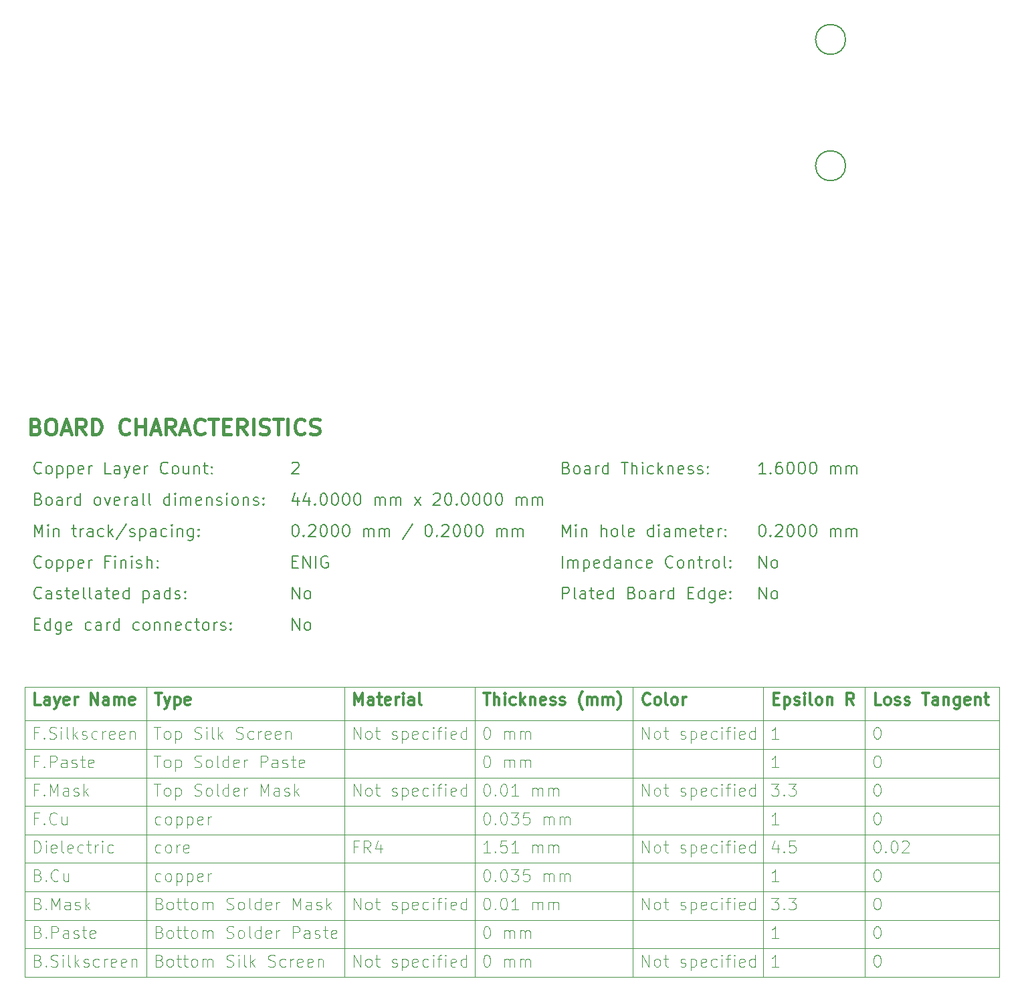
<source format=gbr>
%TF.GenerationSoftware,KiCad,Pcbnew,9.0.1*%
%TF.CreationDate,2025-04-12T17:39:00+05:30*%
%TF.ProjectId,ESPNut-D1,4553504e-7574-42d4-9431-2e6b69636164,0.1*%
%TF.SameCoordinates,Original*%
%TF.FileFunction,Other,Comment*%
%FSLAX46Y46*%
G04 Gerber Fmt 4.6, Leading zero omitted, Abs format (unit mm)*
G04 Created by KiCad (PCBNEW 9.0.1) date 2025-04-12 17:39:00*
%MOMM*%
%LPD*%
G01*
G04 APERTURE LIST*
%ADD10C,0.100000*%
%ADD11C,0.400000*%
%ADD12C,0.200000*%
%ADD13C,0.300000*%
%ADD14C,0.150000*%
G04 APERTURE END LIST*
D10*
X-100000000Y-75520000D02*
X23328575Y-75520000D01*
X-100000000Y-71914000D02*
X23328575Y-71914000D01*
X-84614286Y-64000000D02*
X-84614286Y-100762000D01*
X6371431Y-64000000D02*
X6371431Y-100762000D01*
X-100000000Y-68308000D02*
X23328575Y-68308000D01*
X-23014285Y-64000000D02*
X-23014285Y-100762000D01*
X-100000000Y-82732000D02*
X23328575Y-82732000D01*
X-100000000Y-79126000D02*
X23328575Y-79126000D01*
X-100000000Y-64000000D02*
X23328575Y-64000000D01*
X-100000000Y-100762000D02*
X23328575Y-100762000D01*
X-100000000Y-89944000D02*
X23328575Y-89944000D01*
X-43042857Y-64000000D02*
X-43042857Y-100762000D01*
X-100000000Y-86338000D02*
X23328575Y-86338000D01*
X-100000000Y-64000000D02*
X-100000000Y-100762000D01*
X-6514284Y-64000000D02*
X-6514284Y-100762000D01*
X-100000000Y-93550000D02*
X23328575Y-93550000D01*
X-100000000Y-97156000D02*
X23328575Y-97156000D01*
X23328575Y-64000000D02*
X23328575Y-100762000D01*
X-59542858Y-64000000D02*
X-59542858Y-100762000D01*
D11*
X-98593986Y-31026819D02*
X-98308272Y-31122057D01*
X-98308272Y-31122057D02*
X-98213034Y-31217295D01*
X-98213034Y-31217295D02*
X-98117796Y-31407771D01*
X-98117796Y-31407771D02*
X-98117796Y-31693485D01*
X-98117796Y-31693485D02*
X-98213034Y-31883961D01*
X-98213034Y-31883961D02*
X-98308272Y-31979200D01*
X-98308272Y-31979200D02*
X-98498748Y-32074438D01*
X-98498748Y-32074438D02*
X-99260653Y-32074438D01*
X-99260653Y-32074438D02*
X-99260653Y-30074438D01*
X-99260653Y-30074438D02*
X-98593986Y-30074438D01*
X-98593986Y-30074438D02*
X-98403510Y-30169676D01*
X-98403510Y-30169676D02*
X-98308272Y-30264914D01*
X-98308272Y-30264914D02*
X-98213034Y-30455390D01*
X-98213034Y-30455390D02*
X-98213034Y-30645866D01*
X-98213034Y-30645866D02*
X-98308272Y-30836342D01*
X-98308272Y-30836342D02*
X-98403510Y-30931580D01*
X-98403510Y-30931580D02*
X-98593986Y-31026819D01*
X-98593986Y-31026819D02*
X-99260653Y-31026819D01*
X-96879701Y-30074438D02*
X-96498748Y-30074438D01*
X-96498748Y-30074438D02*
X-96308272Y-30169676D01*
X-96308272Y-30169676D02*
X-96117796Y-30360152D01*
X-96117796Y-30360152D02*
X-96022558Y-30741104D01*
X-96022558Y-30741104D02*
X-96022558Y-31407771D01*
X-96022558Y-31407771D02*
X-96117796Y-31788723D01*
X-96117796Y-31788723D02*
X-96308272Y-31979200D01*
X-96308272Y-31979200D02*
X-96498748Y-32074438D01*
X-96498748Y-32074438D02*
X-96879701Y-32074438D01*
X-96879701Y-32074438D02*
X-97070177Y-31979200D01*
X-97070177Y-31979200D02*
X-97260653Y-31788723D01*
X-97260653Y-31788723D02*
X-97355891Y-31407771D01*
X-97355891Y-31407771D02*
X-97355891Y-30741104D01*
X-97355891Y-30741104D02*
X-97260653Y-30360152D01*
X-97260653Y-30360152D02*
X-97070177Y-30169676D01*
X-97070177Y-30169676D02*
X-96879701Y-30074438D01*
X-95260653Y-31503009D02*
X-94308272Y-31503009D01*
X-95451129Y-32074438D02*
X-94784463Y-30074438D01*
X-94784463Y-30074438D02*
X-94117796Y-32074438D01*
X-92308272Y-32074438D02*
X-92974939Y-31122057D01*
X-93451129Y-32074438D02*
X-93451129Y-30074438D01*
X-93451129Y-30074438D02*
X-92689224Y-30074438D01*
X-92689224Y-30074438D02*
X-92498748Y-30169676D01*
X-92498748Y-30169676D02*
X-92403510Y-30264914D01*
X-92403510Y-30264914D02*
X-92308272Y-30455390D01*
X-92308272Y-30455390D02*
X-92308272Y-30741104D01*
X-92308272Y-30741104D02*
X-92403510Y-30931580D01*
X-92403510Y-30931580D02*
X-92498748Y-31026819D01*
X-92498748Y-31026819D02*
X-92689224Y-31122057D01*
X-92689224Y-31122057D02*
X-93451129Y-31122057D01*
X-91451129Y-32074438D02*
X-91451129Y-30074438D01*
X-91451129Y-30074438D02*
X-90974939Y-30074438D01*
X-90974939Y-30074438D02*
X-90689224Y-30169676D01*
X-90689224Y-30169676D02*
X-90498748Y-30360152D01*
X-90498748Y-30360152D02*
X-90403510Y-30550628D01*
X-90403510Y-30550628D02*
X-90308272Y-30931580D01*
X-90308272Y-30931580D02*
X-90308272Y-31217295D01*
X-90308272Y-31217295D02*
X-90403510Y-31598247D01*
X-90403510Y-31598247D02*
X-90498748Y-31788723D01*
X-90498748Y-31788723D02*
X-90689224Y-31979200D01*
X-90689224Y-31979200D02*
X-90974939Y-32074438D01*
X-90974939Y-32074438D02*
X-91451129Y-32074438D01*
X-86784462Y-31883961D02*
X-86879700Y-31979200D01*
X-86879700Y-31979200D02*
X-87165414Y-32074438D01*
X-87165414Y-32074438D02*
X-87355890Y-32074438D01*
X-87355890Y-32074438D02*
X-87641605Y-31979200D01*
X-87641605Y-31979200D02*
X-87832081Y-31788723D01*
X-87832081Y-31788723D02*
X-87927319Y-31598247D01*
X-87927319Y-31598247D02*
X-88022557Y-31217295D01*
X-88022557Y-31217295D02*
X-88022557Y-30931580D01*
X-88022557Y-30931580D02*
X-87927319Y-30550628D01*
X-87927319Y-30550628D02*
X-87832081Y-30360152D01*
X-87832081Y-30360152D02*
X-87641605Y-30169676D01*
X-87641605Y-30169676D02*
X-87355890Y-30074438D01*
X-87355890Y-30074438D02*
X-87165414Y-30074438D01*
X-87165414Y-30074438D02*
X-86879700Y-30169676D01*
X-86879700Y-30169676D02*
X-86784462Y-30264914D01*
X-85927319Y-32074438D02*
X-85927319Y-30074438D01*
X-85927319Y-31026819D02*
X-84784462Y-31026819D01*
X-84784462Y-32074438D02*
X-84784462Y-30074438D01*
X-83927319Y-31503009D02*
X-82974938Y-31503009D01*
X-84117795Y-32074438D02*
X-83451129Y-30074438D01*
X-83451129Y-30074438D02*
X-82784462Y-32074438D01*
X-80974938Y-32074438D02*
X-81641605Y-31122057D01*
X-82117795Y-32074438D02*
X-82117795Y-30074438D01*
X-82117795Y-30074438D02*
X-81355890Y-30074438D01*
X-81355890Y-30074438D02*
X-81165414Y-30169676D01*
X-81165414Y-30169676D02*
X-81070176Y-30264914D01*
X-81070176Y-30264914D02*
X-80974938Y-30455390D01*
X-80974938Y-30455390D02*
X-80974938Y-30741104D01*
X-80974938Y-30741104D02*
X-81070176Y-30931580D01*
X-81070176Y-30931580D02*
X-81165414Y-31026819D01*
X-81165414Y-31026819D02*
X-81355890Y-31122057D01*
X-81355890Y-31122057D02*
X-82117795Y-31122057D01*
X-80213033Y-31503009D02*
X-79260652Y-31503009D01*
X-80403509Y-32074438D02*
X-79736843Y-30074438D01*
X-79736843Y-30074438D02*
X-79070176Y-32074438D01*
X-77260652Y-31883961D02*
X-77355890Y-31979200D01*
X-77355890Y-31979200D02*
X-77641604Y-32074438D01*
X-77641604Y-32074438D02*
X-77832080Y-32074438D01*
X-77832080Y-32074438D02*
X-78117795Y-31979200D01*
X-78117795Y-31979200D02*
X-78308271Y-31788723D01*
X-78308271Y-31788723D02*
X-78403509Y-31598247D01*
X-78403509Y-31598247D02*
X-78498747Y-31217295D01*
X-78498747Y-31217295D02*
X-78498747Y-30931580D01*
X-78498747Y-30931580D02*
X-78403509Y-30550628D01*
X-78403509Y-30550628D02*
X-78308271Y-30360152D01*
X-78308271Y-30360152D02*
X-78117795Y-30169676D01*
X-78117795Y-30169676D02*
X-77832080Y-30074438D01*
X-77832080Y-30074438D02*
X-77641604Y-30074438D01*
X-77641604Y-30074438D02*
X-77355890Y-30169676D01*
X-77355890Y-30169676D02*
X-77260652Y-30264914D01*
X-76689223Y-30074438D02*
X-75546366Y-30074438D01*
X-76117795Y-32074438D02*
X-76117795Y-30074438D01*
X-74879699Y-31026819D02*
X-74213032Y-31026819D01*
X-73927318Y-32074438D02*
X-74879699Y-32074438D01*
X-74879699Y-32074438D02*
X-74879699Y-30074438D01*
X-74879699Y-30074438D02*
X-73927318Y-30074438D01*
X-71927318Y-32074438D02*
X-72593985Y-31122057D01*
X-73070175Y-32074438D02*
X-73070175Y-30074438D01*
X-73070175Y-30074438D02*
X-72308270Y-30074438D01*
X-72308270Y-30074438D02*
X-72117794Y-30169676D01*
X-72117794Y-30169676D02*
X-72022556Y-30264914D01*
X-72022556Y-30264914D02*
X-71927318Y-30455390D01*
X-71927318Y-30455390D02*
X-71927318Y-30741104D01*
X-71927318Y-30741104D02*
X-72022556Y-30931580D01*
X-72022556Y-30931580D02*
X-72117794Y-31026819D01*
X-72117794Y-31026819D02*
X-72308270Y-31122057D01*
X-72308270Y-31122057D02*
X-73070175Y-31122057D01*
X-71070175Y-32074438D02*
X-71070175Y-30074438D01*
X-70213032Y-31979200D02*
X-69927318Y-32074438D01*
X-69927318Y-32074438D02*
X-69451127Y-32074438D01*
X-69451127Y-32074438D02*
X-69260651Y-31979200D01*
X-69260651Y-31979200D02*
X-69165413Y-31883961D01*
X-69165413Y-31883961D02*
X-69070175Y-31693485D01*
X-69070175Y-31693485D02*
X-69070175Y-31503009D01*
X-69070175Y-31503009D02*
X-69165413Y-31312533D01*
X-69165413Y-31312533D02*
X-69260651Y-31217295D01*
X-69260651Y-31217295D02*
X-69451127Y-31122057D01*
X-69451127Y-31122057D02*
X-69832080Y-31026819D01*
X-69832080Y-31026819D02*
X-70022556Y-30931580D01*
X-70022556Y-30931580D02*
X-70117794Y-30836342D01*
X-70117794Y-30836342D02*
X-70213032Y-30645866D01*
X-70213032Y-30645866D02*
X-70213032Y-30455390D01*
X-70213032Y-30455390D02*
X-70117794Y-30264914D01*
X-70117794Y-30264914D02*
X-70022556Y-30169676D01*
X-70022556Y-30169676D02*
X-69832080Y-30074438D01*
X-69832080Y-30074438D02*
X-69355889Y-30074438D01*
X-69355889Y-30074438D02*
X-69070175Y-30169676D01*
X-68498746Y-30074438D02*
X-67355889Y-30074438D01*
X-67927318Y-32074438D02*
X-67927318Y-30074438D01*
X-66689222Y-32074438D02*
X-66689222Y-30074438D01*
X-64593984Y-31883961D02*
X-64689222Y-31979200D01*
X-64689222Y-31979200D02*
X-64974936Y-32074438D01*
X-64974936Y-32074438D02*
X-65165412Y-32074438D01*
X-65165412Y-32074438D02*
X-65451127Y-31979200D01*
X-65451127Y-31979200D02*
X-65641603Y-31788723D01*
X-65641603Y-31788723D02*
X-65736841Y-31598247D01*
X-65736841Y-31598247D02*
X-65832079Y-31217295D01*
X-65832079Y-31217295D02*
X-65832079Y-30931580D01*
X-65832079Y-30931580D02*
X-65736841Y-30550628D01*
X-65736841Y-30550628D02*
X-65641603Y-30360152D01*
X-65641603Y-30360152D02*
X-65451127Y-30169676D01*
X-65451127Y-30169676D02*
X-65165412Y-30074438D01*
X-65165412Y-30074438D02*
X-64974936Y-30074438D01*
X-64974936Y-30074438D02*
X-64689222Y-30169676D01*
X-64689222Y-30169676D02*
X-64593984Y-30264914D01*
X-63832079Y-31979200D02*
X-63546365Y-32074438D01*
X-63546365Y-32074438D02*
X-63070174Y-32074438D01*
X-63070174Y-32074438D02*
X-62879698Y-31979200D01*
X-62879698Y-31979200D02*
X-62784460Y-31883961D01*
X-62784460Y-31883961D02*
X-62689222Y-31693485D01*
X-62689222Y-31693485D02*
X-62689222Y-31503009D01*
X-62689222Y-31503009D02*
X-62784460Y-31312533D01*
X-62784460Y-31312533D02*
X-62879698Y-31217295D01*
X-62879698Y-31217295D02*
X-63070174Y-31122057D01*
X-63070174Y-31122057D02*
X-63451127Y-31026819D01*
X-63451127Y-31026819D02*
X-63641603Y-30931580D01*
X-63641603Y-30931580D02*
X-63736841Y-30836342D01*
X-63736841Y-30836342D02*
X-63832079Y-30645866D01*
X-63832079Y-30645866D02*
X-63832079Y-30455390D01*
X-63832079Y-30455390D02*
X-63736841Y-30264914D01*
X-63736841Y-30264914D02*
X-63641603Y-30169676D01*
X-63641603Y-30169676D02*
X-63451127Y-30074438D01*
X-63451127Y-30074438D02*
X-62974936Y-30074438D01*
X-62974936Y-30074438D02*
X-62689222Y-30169676D01*
D10*
X-5484210Y-76336228D02*
X-4555638Y-76336228D01*
X-4555638Y-76336228D02*
X-5055638Y-76907657D01*
X-5055638Y-76907657D02*
X-4841353Y-76907657D01*
X-4841353Y-76907657D02*
X-4698495Y-76979085D01*
X-4698495Y-76979085D02*
X-4627067Y-77050514D01*
X-4627067Y-77050514D02*
X-4555638Y-77193371D01*
X-4555638Y-77193371D02*
X-4555638Y-77550514D01*
X-4555638Y-77550514D02*
X-4627067Y-77693371D01*
X-4627067Y-77693371D02*
X-4698495Y-77764800D01*
X-4698495Y-77764800D02*
X-4841353Y-77836228D01*
X-4841353Y-77836228D02*
X-5269924Y-77836228D01*
X-5269924Y-77836228D02*
X-5412781Y-77764800D01*
X-5412781Y-77764800D02*
X-5484210Y-77693371D01*
X-3912782Y-77693371D02*
X-3841353Y-77764800D01*
X-3841353Y-77764800D02*
X-3912782Y-77836228D01*
X-3912782Y-77836228D02*
X-3984210Y-77764800D01*
X-3984210Y-77764800D02*
X-3912782Y-77693371D01*
X-3912782Y-77693371D02*
X-3912782Y-77836228D01*
X-3341353Y-76336228D02*
X-2412781Y-76336228D01*
X-2412781Y-76336228D02*
X-2912781Y-76907657D01*
X-2912781Y-76907657D02*
X-2698496Y-76907657D01*
X-2698496Y-76907657D02*
X-2555638Y-76979085D01*
X-2555638Y-76979085D02*
X-2484210Y-77050514D01*
X-2484210Y-77050514D02*
X-2412781Y-77193371D01*
X-2412781Y-77193371D02*
X-2412781Y-77550514D01*
X-2412781Y-77550514D02*
X-2484210Y-77693371D01*
X-2484210Y-77693371D02*
X-2555638Y-77764800D01*
X-2555638Y-77764800D02*
X-2698496Y-77836228D01*
X-2698496Y-77836228D02*
X-3127067Y-77836228D01*
X-3127067Y-77836228D02*
X-3269924Y-77764800D01*
X-3269924Y-77764800D02*
X-3341353Y-77693371D01*
X-83655640Y-69124228D02*
X-82798497Y-69124228D01*
X-83227069Y-70624228D02*
X-83227069Y-69124228D01*
X-82084212Y-70624228D02*
X-82227069Y-70552800D01*
X-82227069Y-70552800D02*
X-82298498Y-70481371D01*
X-82298498Y-70481371D02*
X-82369926Y-70338514D01*
X-82369926Y-70338514D02*
X-82369926Y-69909942D01*
X-82369926Y-69909942D02*
X-82298498Y-69767085D01*
X-82298498Y-69767085D02*
X-82227069Y-69695657D01*
X-82227069Y-69695657D02*
X-82084212Y-69624228D01*
X-82084212Y-69624228D02*
X-81869926Y-69624228D01*
X-81869926Y-69624228D02*
X-81727069Y-69695657D01*
X-81727069Y-69695657D02*
X-81655640Y-69767085D01*
X-81655640Y-69767085D02*
X-81584212Y-69909942D01*
X-81584212Y-69909942D02*
X-81584212Y-70338514D01*
X-81584212Y-70338514D02*
X-81655640Y-70481371D01*
X-81655640Y-70481371D02*
X-81727069Y-70552800D01*
X-81727069Y-70552800D02*
X-81869926Y-70624228D01*
X-81869926Y-70624228D02*
X-82084212Y-70624228D01*
X-80941355Y-69624228D02*
X-80941355Y-71124228D01*
X-80941355Y-69695657D02*
X-80798497Y-69624228D01*
X-80798497Y-69624228D02*
X-80512783Y-69624228D01*
X-80512783Y-69624228D02*
X-80369926Y-69695657D01*
X-80369926Y-69695657D02*
X-80298497Y-69767085D01*
X-80298497Y-69767085D02*
X-80227069Y-69909942D01*
X-80227069Y-69909942D02*
X-80227069Y-70338514D01*
X-80227069Y-70338514D02*
X-80298497Y-70481371D01*
X-80298497Y-70481371D02*
X-80369926Y-70552800D01*
X-80369926Y-70552800D02*
X-80512783Y-70624228D01*
X-80512783Y-70624228D02*
X-80798497Y-70624228D01*
X-80798497Y-70624228D02*
X-80941355Y-70552800D01*
X-78512783Y-70552800D02*
X-78298497Y-70624228D01*
X-78298497Y-70624228D02*
X-77941355Y-70624228D01*
X-77941355Y-70624228D02*
X-77798497Y-70552800D01*
X-77798497Y-70552800D02*
X-77727069Y-70481371D01*
X-77727069Y-70481371D02*
X-77655640Y-70338514D01*
X-77655640Y-70338514D02*
X-77655640Y-70195657D01*
X-77655640Y-70195657D02*
X-77727069Y-70052800D01*
X-77727069Y-70052800D02*
X-77798497Y-69981371D01*
X-77798497Y-69981371D02*
X-77941355Y-69909942D01*
X-77941355Y-69909942D02*
X-78227069Y-69838514D01*
X-78227069Y-69838514D02*
X-78369926Y-69767085D01*
X-78369926Y-69767085D02*
X-78441355Y-69695657D01*
X-78441355Y-69695657D02*
X-78512783Y-69552800D01*
X-78512783Y-69552800D02*
X-78512783Y-69409942D01*
X-78512783Y-69409942D02*
X-78441355Y-69267085D01*
X-78441355Y-69267085D02*
X-78369926Y-69195657D01*
X-78369926Y-69195657D02*
X-78227069Y-69124228D01*
X-78227069Y-69124228D02*
X-77869926Y-69124228D01*
X-77869926Y-69124228D02*
X-77655640Y-69195657D01*
X-77012784Y-70624228D02*
X-77012784Y-69624228D01*
X-77012784Y-69124228D02*
X-77084212Y-69195657D01*
X-77084212Y-69195657D02*
X-77012784Y-69267085D01*
X-77012784Y-69267085D02*
X-76941355Y-69195657D01*
X-76941355Y-69195657D02*
X-77012784Y-69124228D01*
X-77012784Y-69124228D02*
X-77012784Y-69267085D01*
X-76084212Y-70624228D02*
X-76227069Y-70552800D01*
X-76227069Y-70552800D02*
X-76298498Y-70409942D01*
X-76298498Y-70409942D02*
X-76298498Y-69124228D01*
X-75512784Y-70624228D02*
X-75512784Y-69124228D01*
X-75369926Y-70052800D02*
X-74941355Y-70624228D01*
X-74941355Y-69624228D02*
X-75512784Y-70195657D01*
X-73227069Y-70552800D02*
X-73012783Y-70624228D01*
X-73012783Y-70624228D02*
X-72655641Y-70624228D01*
X-72655641Y-70624228D02*
X-72512783Y-70552800D01*
X-72512783Y-70552800D02*
X-72441355Y-70481371D01*
X-72441355Y-70481371D02*
X-72369926Y-70338514D01*
X-72369926Y-70338514D02*
X-72369926Y-70195657D01*
X-72369926Y-70195657D02*
X-72441355Y-70052800D01*
X-72441355Y-70052800D02*
X-72512783Y-69981371D01*
X-72512783Y-69981371D02*
X-72655641Y-69909942D01*
X-72655641Y-69909942D02*
X-72941355Y-69838514D01*
X-72941355Y-69838514D02*
X-73084212Y-69767085D01*
X-73084212Y-69767085D02*
X-73155641Y-69695657D01*
X-73155641Y-69695657D02*
X-73227069Y-69552800D01*
X-73227069Y-69552800D02*
X-73227069Y-69409942D01*
X-73227069Y-69409942D02*
X-73155641Y-69267085D01*
X-73155641Y-69267085D02*
X-73084212Y-69195657D01*
X-73084212Y-69195657D02*
X-72941355Y-69124228D01*
X-72941355Y-69124228D02*
X-72584212Y-69124228D01*
X-72584212Y-69124228D02*
X-72369926Y-69195657D01*
X-71084212Y-70552800D02*
X-71227070Y-70624228D01*
X-71227070Y-70624228D02*
X-71512784Y-70624228D01*
X-71512784Y-70624228D02*
X-71655641Y-70552800D01*
X-71655641Y-70552800D02*
X-71727070Y-70481371D01*
X-71727070Y-70481371D02*
X-71798498Y-70338514D01*
X-71798498Y-70338514D02*
X-71798498Y-69909942D01*
X-71798498Y-69909942D02*
X-71727070Y-69767085D01*
X-71727070Y-69767085D02*
X-71655641Y-69695657D01*
X-71655641Y-69695657D02*
X-71512784Y-69624228D01*
X-71512784Y-69624228D02*
X-71227070Y-69624228D01*
X-71227070Y-69624228D02*
X-71084212Y-69695657D01*
X-70441356Y-70624228D02*
X-70441356Y-69624228D01*
X-70441356Y-69909942D02*
X-70369927Y-69767085D01*
X-70369927Y-69767085D02*
X-70298498Y-69695657D01*
X-70298498Y-69695657D02*
X-70155641Y-69624228D01*
X-70155641Y-69624228D02*
X-70012784Y-69624228D01*
X-68941356Y-70552800D02*
X-69084213Y-70624228D01*
X-69084213Y-70624228D02*
X-69369927Y-70624228D01*
X-69369927Y-70624228D02*
X-69512785Y-70552800D01*
X-69512785Y-70552800D02*
X-69584213Y-70409942D01*
X-69584213Y-70409942D02*
X-69584213Y-69838514D01*
X-69584213Y-69838514D02*
X-69512785Y-69695657D01*
X-69512785Y-69695657D02*
X-69369927Y-69624228D01*
X-69369927Y-69624228D02*
X-69084213Y-69624228D01*
X-69084213Y-69624228D02*
X-68941356Y-69695657D01*
X-68941356Y-69695657D02*
X-68869927Y-69838514D01*
X-68869927Y-69838514D02*
X-68869927Y-69981371D01*
X-68869927Y-69981371D02*
X-69584213Y-70124228D01*
X-67655642Y-70552800D02*
X-67798499Y-70624228D01*
X-67798499Y-70624228D02*
X-68084213Y-70624228D01*
X-68084213Y-70624228D02*
X-68227071Y-70552800D01*
X-68227071Y-70552800D02*
X-68298499Y-70409942D01*
X-68298499Y-70409942D02*
X-68298499Y-69838514D01*
X-68298499Y-69838514D02*
X-68227071Y-69695657D01*
X-68227071Y-69695657D02*
X-68084213Y-69624228D01*
X-68084213Y-69624228D02*
X-67798499Y-69624228D01*
X-67798499Y-69624228D02*
X-67655642Y-69695657D01*
X-67655642Y-69695657D02*
X-67584213Y-69838514D01*
X-67584213Y-69838514D02*
X-67584213Y-69981371D01*
X-67584213Y-69981371D02*
X-68298499Y-70124228D01*
X-66941357Y-69624228D02*
X-66941357Y-70624228D01*
X-66941357Y-69767085D02*
X-66869928Y-69695657D01*
X-66869928Y-69695657D02*
X-66727071Y-69624228D01*
X-66727071Y-69624228D02*
X-66512785Y-69624228D01*
X-66512785Y-69624228D02*
X-66369928Y-69695657D01*
X-66369928Y-69695657D02*
X-66298499Y-69838514D01*
X-66298499Y-69838514D02*
X-66298499Y-70624228D01*
X-5484210Y-90760228D02*
X-4555638Y-90760228D01*
X-4555638Y-90760228D02*
X-5055638Y-91331657D01*
X-5055638Y-91331657D02*
X-4841353Y-91331657D01*
X-4841353Y-91331657D02*
X-4698495Y-91403085D01*
X-4698495Y-91403085D02*
X-4627067Y-91474514D01*
X-4627067Y-91474514D02*
X-4555638Y-91617371D01*
X-4555638Y-91617371D02*
X-4555638Y-91974514D01*
X-4555638Y-91974514D02*
X-4627067Y-92117371D01*
X-4627067Y-92117371D02*
X-4698495Y-92188800D01*
X-4698495Y-92188800D02*
X-4841353Y-92260228D01*
X-4841353Y-92260228D02*
X-5269924Y-92260228D01*
X-5269924Y-92260228D02*
X-5412781Y-92188800D01*
X-5412781Y-92188800D02*
X-5484210Y-92117371D01*
X-3912782Y-92117371D02*
X-3841353Y-92188800D01*
X-3841353Y-92188800D02*
X-3912782Y-92260228D01*
X-3912782Y-92260228D02*
X-3984210Y-92188800D01*
X-3984210Y-92188800D02*
X-3912782Y-92117371D01*
X-3912782Y-92117371D02*
X-3912782Y-92260228D01*
X-3341353Y-90760228D02*
X-2412781Y-90760228D01*
X-2412781Y-90760228D02*
X-2912781Y-91331657D01*
X-2912781Y-91331657D02*
X-2698496Y-91331657D01*
X-2698496Y-91331657D02*
X-2555638Y-91403085D01*
X-2555638Y-91403085D02*
X-2484210Y-91474514D01*
X-2484210Y-91474514D02*
X-2412781Y-91617371D01*
X-2412781Y-91617371D02*
X-2412781Y-91974514D01*
X-2412781Y-91974514D02*
X-2484210Y-92117371D01*
X-2484210Y-92117371D02*
X-2555638Y-92188800D01*
X-2555638Y-92188800D02*
X-2698496Y-92260228D01*
X-2698496Y-92260228D02*
X-3127067Y-92260228D01*
X-3127067Y-92260228D02*
X-3269924Y-92188800D01*
X-3269924Y-92188800D02*
X-3341353Y-92117371D01*
X-82941355Y-91474514D02*
X-82727069Y-91545942D01*
X-82727069Y-91545942D02*
X-82655640Y-91617371D01*
X-82655640Y-91617371D02*
X-82584212Y-91760228D01*
X-82584212Y-91760228D02*
X-82584212Y-91974514D01*
X-82584212Y-91974514D02*
X-82655640Y-92117371D01*
X-82655640Y-92117371D02*
X-82727069Y-92188800D01*
X-82727069Y-92188800D02*
X-82869926Y-92260228D01*
X-82869926Y-92260228D02*
X-83441355Y-92260228D01*
X-83441355Y-92260228D02*
X-83441355Y-90760228D01*
X-83441355Y-90760228D02*
X-82941355Y-90760228D01*
X-82941355Y-90760228D02*
X-82798497Y-90831657D01*
X-82798497Y-90831657D02*
X-82727069Y-90903085D01*
X-82727069Y-90903085D02*
X-82655640Y-91045942D01*
X-82655640Y-91045942D02*
X-82655640Y-91188800D01*
X-82655640Y-91188800D02*
X-82727069Y-91331657D01*
X-82727069Y-91331657D02*
X-82798497Y-91403085D01*
X-82798497Y-91403085D02*
X-82941355Y-91474514D01*
X-82941355Y-91474514D02*
X-83441355Y-91474514D01*
X-81727069Y-92260228D02*
X-81869926Y-92188800D01*
X-81869926Y-92188800D02*
X-81941355Y-92117371D01*
X-81941355Y-92117371D02*
X-82012783Y-91974514D01*
X-82012783Y-91974514D02*
X-82012783Y-91545942D01*
X-82012783Y-91545942D02*
X-81941355Y-91403085D01*
X-81941355Y-91403085D02*
X-81869926Y-91331657D01*
X-81869926Y-91331657D02*
X-81727069Y-91260228D01*
X-81727069Y-91260228D02*
X-81512783Y-91260228D01*
X-81512783Y-91260228D02*
X-81369926Y-91331657D01*
X-81369926Y-91331657D02*
X-81298497Y-91403085D01*
X-81298497Y-91403085D02*
X-81227069Y-91545942D01*
X-81227069Y-91545942D02*
X-81227069Y-91974514D01*
X-81227069Y-91974514D02*
X-81298497Y-92117371D01*
X-81298497Y-92117371D02*
X-81369926Y-92188800D01*
X-81369926Y-92188800D02*
X-81512783Y-92260228D01*
X-81512783Y-92260228D02*
X-81727069Y-92260228D01*
X-80798497Y-91260228D02*
X-80227069Y-91260228D01*
X-80584212Y-90760228D02*
X-80584212Y-92045942D01*
X-80584212Y-92045942D02*
X-80512783Y-92188800D01*
X-80512783Y-92188800D02*
X-80369926Y-92260228D01*
X-80369926Y-92260228D02*
X-80227069Y-92260228D01*
X-79941354Y-91260228D02*
X-79369926Y-91260228D01*
X-79727069Y-90760228D02*
X-79727069Y-92045942D01*
X-79727069Y-92045942D02*
X-79655640Y-92188800D01*
X-79655640Y-92188800D02*
X-79512783Y-92260228D01*
X-79512783Y-92260228D02*
X-79369926Y-92260228D01*
X-78655640Y-92260228D02*
X-78798497Y-92188800D01*
X-78798497Y-92188800D02*
X-78869926Y-92117371D01*
X-78869926Y-92117371D02*
X-78941354Y-91974514D01*
X-78941354Y-91974514D02*
X-78941354Y-91545942D01*
X-78941354Y-91545942D02*
X-78869926Y-91403085D01*
X-78869926Y-91403085D02*
X-78798497Y-91331657D01*
X-78798497Y-91331657D02*
X-78655640Y-91260228D01*
X-78655640Y-91260228D02*
X-78441354Y-91260228D01*
X-78441354Y-91260228D02*
X-78298497Y-91331657D01*
X-78298497Y-91331657D02*
X-78227068Y-91403085D01*
X-78227068Y-91403085D02*
X-78155640Y-91545942D01*
X-78155640Y-91545942D02*
X-78155640Y-91974514D01*
X-78155640Y-91974514D02*
X-78227068Y-92117371D01*
X-78227068Y-92117371D02*
X-78298497Y-92188800D01*
X-78298497Y-92188800D02*
X-78441354Y-92260228D01*
X-78441354Y-92260228D02*
X-78655640Y-92260228D01*
X-77512783Y-92260228D02*
X-77512783Y-91260228D01*
X-77512783Y-91403085D02*
X-77441354Y-91331657D01*
X-77441354Y-91331657D02*
X-77298497Y-91260228D01*
X-77298497Y-91260228D02*
X-77084211Y-91260228D01*
X-77084211Y-91260228D02*
X-76941354Y-91331657D01*
X-76941354Y-91331657D02*
X-76869925Y-91474514D01*
X-76869925Y-91474514D02*
X-76869925Y-92260228D01*
X-76869925Y-91474514D02*
X-76798497Y-91331657D01*
X-76798497Y-91331657D02*
X-76655640Y-91260228D01*
X-76655640Y-91260228D02*
X-76441354Y-91260228D01*
X-76441354Y-91260228D02*
X-76298497Y-91331657D01*
X-76298497Y-91331657D02*
X-76227068Y-91474514D01*
X-76227068Y-91474514D02*
X-76227068Y-92260228D01*
X-74441354Y-92188800D02*
X-74227068Y-92260228D01*
X-74227068Y-92260228D02*
X-73869926Y-92260228D01*
X-73869926Y-92260228D02*
X-73727068Y-92188800D01*
X-73727068Y-92188800D02*
X-73655640Y-92117371D01*
X-73655640Y-92117371D02*
X-73584211Y-91974514D01*
X-73584211Y-91974514D02*
X-73584211Y-91831657D01*
X-73584211Y-91831657D02*
X-73655640Y-91688800D01*
X-73655640Y-91688800D02*
X-73727068Y-91617371D01*
X-73727068Y-91617371D02*
X-73869926Y-91545942D01*
X-73869926Y-91545942D02*
X-74155640Y-91474514D01*
X-74155640Y-91474514D02*
X-74298497Y-91403085D01*
X-74298497Y-91403085D02*
X-74369926Y-91331657D01*
X-74369926Y-91331657D02*
X-74441354Y-91188800D01*
X-74441354Y-91188800D02*
X-74441354Y-91045942D01*
X-74441354Y-91045942D02*
X-74369926Y-90903085D01*
X-74369926Y-90903085D02*
X-74298497Y-90831657D01*
X-74298497Y-90831657D02*
X-74155640Y-90760228D01*
X-74155640Y-90760228D02*
X-73798497Y-90760228D01*
X-73798497Y-90760228D02*
X-73584211Y-90831657D01*
X-72727069Y-92260228D02*
X-72869926Y-92188800D01*
X-72869926Y-92188800D02*
X-72941355Y-92117371D01*
X-72941355Y-92117371D02*
X-73012783Y-91974514D01*
X-73012783Y-91974514D02*
X-73012783Y-91545942D01*
X-73012783Y-91545942D02*
X-72941355Y-91403085D01*
X-72941355Y-91403085D02*
X-72869926Y-91331657D01*
X-72869926Y-91331657D02*
X-72727069Y-91260228D01*
X-72727069Y-91260228D02*
X-72512783Y-91260228D01*
X-72512783Y-91260228D02*
X-72369926Y-91331657D01*
X-72369926Y-91331657D02*
X-72298497Y-91403085D01*
X-72298497Y-91403085D02*
X-72227069Y-91545942D01*
X-72227069Y-91545942D02*
X-72227069Y-91974514D01*
X-72227069Y-91974514D02*
X-72298497Y-92117371D01*
X-72298497Y-92117371D02*
X-72369926Y-92188800D01*
X-72369926Y-92188800D02*
X-72512783Y-92260228D01*
X-72512783Y-92260228D02*
X-72727069Y-92260228D01*
X-71369926Y-92260228D02*
X-71512783Y-92188800D01*
X-71512783Y-92188800D02*
X-71584212Y-92045942D01*
X-71584212Y-92045942D02*
X-71584212Y-90760228D01*
X-70155640Y-92260228D02*
X-70155640Y-90760228D01*
X-70155640Y-92188800D02*
X-70298498Y-92260228D01*
X-70298498Y-92260228D02*
X-70584212Y-92260228D01*
X-70584212Y-92260228D02*
X-70727069Y-92188800D01*
X-70727069Y-92188800D02*
X-70798498Y-92117371D01*
X-70798498Y-92117371D02*
X-70869926Y-91974514D01*
X-70869926Y-91974514D02*
X-70869926Y-91545942D01*
X-70869926Y-91545942D02*
X-70798498Y-91403085D01*
X-70798498Y-91403085D02*
X-70727069Y-91331657D01*
X-70727069Y-91331657D02*
X-70584212Y-91260228D01*
X-70584212Y-91260228D02*
X-70298498Y-91260228D01*
X-70298498Y-91260228D02*
X-70155640Y-91331657D01*
X-68869926Y-92188800D02*
X-69012783Y-92260228D01*
X-69012783Y-92260228D02*
X-69298497Y-92260228D01*
X-69298497Y-92260228D02*
X-69441355Y-92188800D01*
X-69441355Y-92188800D02*
X-69512783Y-92045942D01*
X-69512783Y-92045942D02*
X-69512783Y-91474514D01*
X-69512783Y-91474514D02*
X-69441355Y-91331657D01*
X-69441355Y-91331657D02*
X-69298497Y-91260228D01*
X-69298497Y-91260228D02*
X-69012783Y-91260228D01*
X-69012783Y-91260228D02*
X-68869926Y-91331657D01*
X-68869926Y-91331657D02*
X-68798497Y-91474514D01*
X-68798497Y-91474514D02*
X-68798497Y-91617371D01*
X-68798497Y-91617371D02*
X-69512783Y-91760228D01*
X-68155641Y-92260228D02*
X-68155641Y-91260228D01*
X-68155641Y-91545942D02*
X-68084212Y-91403085D01*
X-68084212Y-91403085D02*
X-68012783Y-91331657D01*
X-68012783Y-91331657D02*
X-67869926Y-91260228D01*
X-67869926Y-91260228D02*
X-67727069Y-91260228D01*
X-66084213Y-92260228D02*
X-66084213Y-90760228D01*
X-66084213Y-90760228D02*
X-65584213Y-91831657D01*
X-65584213Y-91831657D02*
X-65084213Y-90760228D01*
X-65084213Y-90760228D02*
X-65084213Y-92260228D01*
X-63727069Y-92260228D02*
X-63727069Y-91474514D01*
X-63727069Y-91474514D02*
X-63798498Y-91331657D01*
X-63798498Y-91331657D02*
X-63941355Y-91260228D01*
X-63941355Y-91260228D02*
X-64227069Y-91260228D01*
X-64227069Y-91260228D02*
X-64369927Y-91331657D01*
X-63727069Y-92188800D02*
X-63869927Y-92260228D01*
X-63869927Y-92260228D02*
X-64227069Y-92260228D01*
X-64227069Y-92260228D02*
X-64369927Y-92188800D01*
X-64369927Y-92188800D02*
X-64441355Y-92045942D01*
X-64441355Y-92045942D02*
X-64441355Y-91903085D01*
X-64441355Y-91903085D02*
X-64369927Y-91760228D01*
X-64369927Y-91760228D02*
X-64227069Y-91688800D01*
X-64227069Y-91688800D02*
X-63869927Y-91688800D01*
X-63869927Y-91688800D02*
X-63727069Y-91617371D01*
X-63084212Y-92188800D02*
X-62941355Y-92260228D01*
X-62941355Y-92260228D02*
X-62655641Y-92260228D01*
X-62655641Y-92260228D02*
X-62512784Y-92188800D01*
X-62512784Y-92188800D02*
X-62441355Y-92045942D01*
X-62441355Y-92045942D02*
X-62441355Y-91974514D01*
X-62441355Y-91974514D02*
X-62512784Y-91831657D01*
X-62512784Y-91831657D02*
X-62655641Y-91760228D01*
X-62655641Y-91760228D02*
X-62869926Y-91760228D01*
X-62869926Y-91760228D02*
X-63012784Y-91688800D01*
X-63012784Y-91688800D02*
X-63084212Y-91545942D01*
X-63084212Y-91545942D02*
X-63084212Y-91474514D01*
X-63084212Y-91474514D02*
X-63012784Y-91331657D01*
X-63012784Y-91331657D02*
X-62869926Y-91260228D01*
X-62869926Y-91260228D02*
X-62655641Y-91260228D01*
X-62655641Y-91260228D02*
X-62512784Y-91331657D01*
X-61798498Y-92260228D02*
X-61798498Y-90760228D01*
X-61655640Y-91688800D02*
X-61227069Y-92260228D01*
X-61227069Y-91260228D02*
X-61798498Y-91831657D01*
X-41584211Y-79942228D02*
X-41441354Y-79942228D01*
X-41441354Y-79942228D02*
X-41298497Y-80013657D01*
X-41298497Y-80013657D02*
X-41227068Y-80085085D01*
X-41227068Y-80085085D02*
X-41155640Y-80227942D01*
X-41155640Y-80227942D02*
X-41084211Y-80513657D01*
X-41084211Y-80513657D02*
X-41084211Y-80870800D01*
X-41084211Y-80870800D02*
X-41155640Y-81156514D01*
X-41155640Y-81156514D02*
X-41227068Y-81299371D01*
X-41227068Y-81299371D02*
X-41298497Y-81370800D01*
X-41298497Y-81370800D02*
X-41441354Y-81442228D01*
X-41441354Y-81442228D02*
X-41584211Y-81442228D01*
X-41584211Y-81442228D02*
X-41727068Y-81370800D01*
X-41727068Y-81370800D02*
X-41798497Y-81299371D01*
X-41798497Y-81299371D02*
X-41869926Y-81156514D01*
X-41869926Y-81156514D02*
X-41941354Y-80870800D01*
X-41941354Y-80870800D02*
X-41941354Y-80513657D01*
X-41941354Y-80513657D02*
X-41869926Y-80227942D01*
X-41869926Y-80227942D02*
X-41798497Y-80085085D01*
X-41798497Y-80085085D02*
X-41727068Y-80013657D01*
X-41727068Y-80013657D02*
X-41584211Y-79942228D01*
X-40441355Y-81299371D02*
X-40369926Y-81370800D01*
X-40369926Y-81370800D02*
X-40441355Y-81442228D01*
X-40441355Y-81442228D02*
X-40512783Y-81370800D01*
X-40512783Y-81370800D02*
X-40441355Y-81299371D01*
X-40441355Y-81299371D02*
X-40441355Y-81442228D01*
X-39441354Y-79942228D02*
X-39298497Y-79942228D01*
X-39298497Y-79942228D02*
X-39155640Y-80013657D01*
X-39155640Y-80013657D02*
X-39084211Y-80085085D01*
X-39084211Y-80085085D02*
X-39012783Y-80227942D01*
X-39012783Y-80227942D02*
X-38941354Y-80513657D01*
X-38941354Y-80513657D02*
X-38941354Y-80870800D01*
X-38941354Y-80870800D02*
X-39012783Y-81156514D01*
X-39012783Y-81156514D02*
X-39084211Y-81299371D01*
X-39084211Y-81299371D02*
X-39155640Y-81370800D01*
X-39155640Y-81370800D02*
X-39298497Y-81442228D01*
X-39298497Y-81442228D02*
X-39441354Y-81442228D01*
X-39441354Y-81442228D02*
X-39584211Y-81370800D01*
X-39584211Y-81370800D02*
X-39655640Y-81299371D01*
X-39655640Y-81299371D02*
X-39727069Y-81156514D01*
X-39727069Y-81156514D02*
X-39798497Y-80870800D01*
X-39798497Y-80870800D02*
X-39798497Y-80513657D01*
X-39798497Y-80513657D02*
X-39727069Y-80227942D01*
X-39727069Y-80227942D02*
X-39655640Y-80085085D01*
X-39655640Y-80085085D02*
X-39584211Y-80013657D01*
X-39584211Y-80013657D02*
X-39441354Y-79942228D01*
X-38441355Y-79942228D02*
X-37512783Y-79942228D01*
X-37512783Y-79942228D02*
X-38012783Y-80513657D01*
X-38012783Y-80513657D02*
X-37798498Y-80513657D01*
X-37798498Y-80513657D02*
X-37655640Y-80585085D01*
X-37655640Y-80585085D02*
X-37584212Y-80656514D01*
X-37584212Y-80656514D02*
X-37512783Y-80799371D01*
X-37512783Y-80799371D02*
X-37512783Y-81156514D01*
X-37512783Y-81156514D02*
X-37584212Y-81299371D01*
X-37584212Y-81299371D02*
X-37655640Y-81370800D01*
X-37655640Y-81370800D02*
X-37798498Y-81442228D01*
X-37798498Y-81442228D02*
X-38227069Y-81442228D01*
X-38227069Y-81442228D02*
X-38369926Y-81370800D01*
X-38369926Y-81370800D02*
X-38441355Y-81299371D01*
X-36155641Y-79942228D02*
X-36869927Y-79942228D01*
X-36869927Y-79942228D02*
X-36941355Y-80656514D01*
X-36941355Y-80656514D02*
X-36869927Y-80585085D01*
X-36869927Y-80585085D02*
X-36727069Y-80513657D01*
X-36727069Y-80513657D02*
X-36369927Y-80513657D01*
X-36369927Y-80513657D02*
X-36227069Y-80585085D01*
X-36227069Y-80585085D02*
X-36155641Y-80656514D01*
X-36155641Y-80656514D02*
X-36084212Y-80799371D01*
X-36084212Y-80799371D02*
X-36084212Y-81156514D01*
X-36084212Y-81156514D02*
X-36155641Y-81299371D01*
X-36155641Y-81299371D02*
X-36227069Y-81370800D01*
X-36227069Y-81370800D02*
X-36369927Y-81442228D01*
X-36369927Y-81442228D02*
X-36727069Y-81442228D01*
X-36727069Y-81442228D02*
X-36869927Y-81370800D01*
X-36869927Y-81370800D02*
X-36941355Y-81299371D01*
X-34298499Y-81442228D02*
X-34298499Y-80442228D01*
X-34298499Y-80585085D02*
X-34227070Y-80513657D01*
X-34227070Y-80513657D02*
X-34084213Y-80442228D01*
X-34084213Y-80442228D02*
X-33869927Y-80442228D01*
X-33869927Y-80442228D02*
X-33727070Y-80513657D01*
X-33727070Y-80513657D02*
X-33655641Y-80656514D01*
X-33655641Y-80656514D02*
X-33655641Y-81442228D01*
X-33655641Y-80656514D02*
X-33584213Y-80513657D01*
X-33584213Y-80513657D02*
X-33441356Y-80442228D01*
X-33441356Y-80442228D02*
X-33227070Y-80442228D01*
X-33227070Y-80442228D02*
X-33084213Y-80513657D01*
X-33084213Y-80513657D02*
X-33012784Y-80656514D01*
X-33012784Y-80656514D02*
X-33012784Y-81442228D01*
X-32298499Y-81442228D02*
X-32298499Y-80442228D01*
X-32298499Y-80585085D02*
X-32227070Y-80513657D01*
X-32227070Y-80513657D02*
X-32084213Y-80442228D01*
X-32084213Y-80442228D02*
X-31869927Y-80442228D01*
X-31869927Y-80442228D02*
X-31727070Y-80513657D01*
X-31727070Y-80513657D02*
X-31655641Y-80656514D01*
X-31655641Y-80656514D02*
X-31655641Y-81442228D01*
X-31655641Y-80656514D02*
X-31584213Y-80513657D01*
X-31584213Y-80513657D02*
X-31441356Y-80442228D01*
X-31441356Y-80442228D02*
X-31227070Y-80442228D01*
X-31227070Y-80442228D02*
X-31084213Y-80513657D01*
X-31084213Y-80513657D02*
X-31012784Y-80656514D01*
X-31012784Y-80656514D02*
X-31012784Y-81442228D01*
D12*
X-98261280Y-40226314D02*
X-98046994Y-40297742D01*
X-98046994Y-40297742D02*
X-97975565Y-40369171D01*
X-97975565Y-40369171D02*
X-97904137Y-40512028D01*
X-97904137Y-40512028D02*
X-97904137Y-40726314D01*
X-97904137Y-40726314D02*
X-97975565Y-40869171D01*
X-97975565Y-40869171D02*
X-98046994Y-40940600D01*
X-98046994Y-40940600D02*
X-98189851Y-41012028D01*
X-98189851Y-41012028D02*
X-98761280Y-41012028D01*
X-98761280Y-41012028D02*
X-98761280Y-39512028D01*
X-98761280Y-39512028D02*
X-98261280Y-39512028D01*
X-98261280Y-39512028D02*
X-98118422Y-39583457D01*
X-98118422Y-39583457D02*
X-98046994Y-39654885D01*
X-98046994Y-39654885D02*
X-97975565Y-39797742D01*
X-97975565Y-39797742D02*
X-97975565Y-39940600D01*
X-97975565Y-39940600D02*
X-98046994Y-40083457D01*
X-98046994Y-40083457D02*
X-98118422Y-40154885D01*
X-98118422Y-40154885D02*
X-98261280Y-40226314D01*
X-98261280Y-40226314D02*
X-98761280Y-40226314D01*
X-97046994Y-41012028D02*
X-97189851Y-40940600D01*
X-97189851Y-40940600D02*
X-97261280Y-40869171D01*
X-97261280Y-40869171D02*
X-97332708Y-40726314D01*
X-97332708Y-40726314D02*
X-97332708Y-40297742D01*
X-97332708Y-40297742D02*
X-97261280Y-40154885D01*
X-97261280Y-40154885D02*
X-97189851Y-40083457D01*
X-97189851Y-40083457D02*
X-97046994Y-40012028D01*
X-97046994Y-40012028D02*
X-96832708Y-40012028D01*
X-96832708Y-40012028D02*
X-96689851Y-40083457D01*
X-96689851Y-40083457D02*
X-96618422Y-40154885D01*
X-96618422Y-40154885D02*
X-96546994Y-40297742D01*
X-96546994Y-40297742D02*
X-96546994Y-40726314D01*
X-96546994Y-40726314D02*
X-96618422Y-40869171D01*
X-96618422Y-40869171D02*
X-96689851Y-40940600D01*
X-96689851Y-40940600D02*
X-96832708Y-41012028D01*
X-96832708Y-41012028D02*
X-97046994Y-41012028D01*
X-95261279Y-41012028D02*
X-95261279Y-40226314D01*
X-95261279Y-40226314D02*
X-95332708Y-40083457D01*
X-95332708Y-40083457D02*
X-95475565Y-40012028D01*
X-95475565Y-40012028D02*
X-95761279Y-40012028D01*
X-95761279Y-40012028D02*
X-95904137Y-40083457D01*
X-95261279Y-40940600D02*
X-95404137Y-41012028D01*
X-95404137Y-41012028D02*
X-95761279Y-41012028D01*
X-95761279Y-41012028D02*
X-95904137Y-40940600D01*
X-95904137Y-40940600D02*
X-95975565Y-40797742D01*
X-95975565Y-40797742D02*
X-95975565Y-40654885D01*
X-95975565Y-40654885D02*
X-95904137Y-40512028D01*
X-95904137Y-40512028D02*
X-95761279Y-40440600D01*
X-95761279Y-40440600D02*
X-95404137Y-40440600D01*
X-95404137Y-40440600D02*
X-95261279Y-40369171D01*
X-94546994Y-41012028D02*
X-94546994Y-40012028D01*
X-94546994Y-40297742D02*
X-94475565Y-40154885D01*
X-94475565Y-40154885D02*
X-94404136Y-40083457D01*
X-94404136Y-40083457D02*
X-94261279Y-40012028D01*
X-94261279Y-40012028D02*
X-94118422Y-40012028D01*
X-92975565Y-41012028D02*
X-92975565Y-39512028D01*
X-92975565Y-40940600D02*
X-93118423Y-41012028D01*
X-93118423Y-41012028D02*
X-93404137Y-41012028D01*
X-93404137Y-41012028D02*
X-93546994Y-40940600D01*
X-93546994Y-40940600D02*
X-93618423Y-40869171D01*
X-93618423Y-40869171D02*
X-93689851Y-40726314D01*
X-93689851Y-40726314D02*
X-93689851Y-40297742D01*
X-93689851Y-40297742D02*
X-93618423Y-40154885D01*
X-93618423Y-40154885D02*
X-93546994Y-40083457D01*
X-93546994Y-40083457D02*
X-93404137Y-40012028D01*
X-93404137Y-40012028D02*
X-93118423Y-40012028D01*
X-93118423Y-40012028D02*
X-92975565Y-40083457D01*
X-90904137Y-41012028D02*
X-91046994Y-40940600D01*
X-91046994Y-40940600D02*
X-91118423Y-40869171D01*
X-91118423Y-40869171D02*
X-91189851Y-40726314D01*
X-91189851Y-40726314D02*
X-91189851Y-40297742D01*
X-91189851Y-40297742D02*
X-91118423Y-40154885D01*
X-91118423Y-40154885D02*
X-91046994Y-40083457D01*
X-91046994Y-40083457D02*
X-90904137Y-40012028D01*
X-90904137Y-40012028D02*
X-90689851Y-40012028D01*
X-90689851Y-40012028D02*
X-90546994Y-40083457D01*
X-90546994Y-40083457D02*
X-90475565Y-40154885D01*
X-90475565Y-40154885D02*
X-90404137Y-40297742D01*
X-90404137Y-40297742D02*
X-90404137Y-40726314D01*
X-90404137Y-40726314D02*
X-90475565Y-40869171D01*
X-90475565Y-40869171D02*
X-90546994Y-40940600D01*
X-90546994Y-40940600D02*
X-90689851Y-41012028D01*
X-90689851Y-41012028D02*
X-90904137Y-41012028D01*
X-89904137Y-40012028D02*
X-89546994Y-41012028D01*
X-89546994Y-41012028D02*
X-89189851Y-40012028D01*
X-88046994Y-40940600D02*
X-88189851Y-41012028D01*
X-88189851Y-41012028D02*
X-88475565Y-41012028D01*
X-88475565Y-41012028D02*
X-88618423Y-40940600D01*
X-88618423Y-40940600D02*
X-88689851Y-40797742D01*
X-88689851Y-40797742D02*
X-88689851Y-40226314D01*
X-88689851Y-40226314D02*
X-88618423Y-40083457D01*
X-88618423Y-40083457D02*
X-88475565Y-40012028D01*
X-88475565Y-40012028D02*
X-88189851Y-40012028D01*
X-88189851Y-40012028D02*
X-88046994Y-40083457D01*
X-88046994Y-40083457D02*
X-87975565Y-40226314D01*
X-87975565Y-40226314D02*
X-87975565Y-40369171D01*
X-87975565Y-40369171D02*
X-88689851Y-40512028D01*
X-87332709Y-41012028D02*
X-87332709Y-40012028D01*
X-87332709Y-40297742D02*
X-87261280Y-40154885D01*
X-87261280Y-40154885D02*
X-87189851Y-40083457D01*
X-87189851Y-40083457D02*
X-87046994Y-40012028D01*
X-87046994Y-40012028D02*
X-86904137Y-40012028D01*
X-85761280Y-41012028D02*
X-85761280Y-40226314D01*
X-85761280Y-40226314D02*
X-85832709Y-40083457D01*
X-85832709Y-40083457D02*
X-85975566Y-40012028D01*
X-85975566Y-40012028D02*
X-86261280Y-40012028D01*
X-86261280Y-40012028D02*
X-86404138Y-40083457D01*
X-85761280Y-40940600D02*
X-85904138Y-41012028D01*
X-85904138Y-41012028D02*
X-86261280Y-41012028D01*
X-86261280Y-41012028D02*
X-86404138Y-40940600D01*
X-86404138Y-40940600D02*
X-86475566Y-40797742D01*
X-86475566Y-40797742D02*
X-86475566Y-40654885D01*
X-86475566Y-40654885D02*
X-86404138Y-40512028D01*
X-86404138Y-40512028D02*
X-86261280Y-40440600D01*
X-86261280Y-40440600D02*
X-85904138Y-40440600D01*
X-85904138Y-40440600D02*
X-85761280Y-40369171D01*
X-84832709Y-41012028D02*
X-84975566Y-40940600D01*
X-84975566Y-40940600D02*
X-85046995Y-40797742D01*
X-85046995Y-40797742D02*
X-85046995Y-39512028D01*
X-84046995Y-41012028D02*
X-84189852Y-40940600D01*
X-84189852Y-40940600D02*
X-84261281Y-40797742D01*
X-84261281Y-40797742D02*
X-84261281Y-39512028D01*
X-81689852Y-41012028D02*
X-81689852Y-39512028D01*
X-81689852Y-40940600D02*
X-81832710Y-41012028D01*
X-81832710Y-41012028D02*
X-82118424Y-41012028D01*
X-82118424Y-41012028D02*
X-82261281Y-40940600D01*
X-82261281Y-40940600D02*
X-82332710Y-40869171D01*
X-82332710Y-40869171D02*
X-82404138Y-40726314D01*
X-82404138Y-40726314D02*
X-82404138Y-40297742D01*
X-82404138Y-40297742D02*
X-82332710Y-40154885D01*
X-82332710Y-40154885D02*
X-82261281Y-40083457D01*
X-82261281Y-40083457D02*
X-82118424Y-40012028D01*
X-82118424Y-40012028D02*
X-81832710Y-40012028D01*
X-81832710Y-40012028D02*
X-81689852Y-40083457D01*
X-80975567Y-41012028D02*
X-80975567Y-40012028D01*
X-80975567Y-39512028D02*
X-81046995Y-39583457D01*
X-81046995Y-39583457D02*
X-80975567Y-39654885D01*
X-80975567Y-39654885D02*
X-80904138Y-39583457D01*
X-80904138Y-39583457D02*
X-80975567Y-39512028D01*
X-80975567Y-39512028D02*
X-80975567Y-39654885D01*
X-80261281Y-41012028D02*
X-80261281Y-40012028D01*
X-80261281Y-40154885D02*
X-80189852Y-40083457D01*
X-80189852Y-40083457D02*
X-80046995Y-40012028D01*
X-80046995Y-40012028D02*
X-79832709Y-40012028D01*
X-79832709Y-40012028D02*
X-79689852Y-40083457D01*
X-79689852Y-40083457D02*
X-79618423Y-40226314D01*
X-79618423Y-40226314D02*
X-79618423Y-41012028D01*
X-79618423Y-40226314D02*
X-79546995Y-40083457D01*
X-79546995Y-40083457D02*
X-79404138Y-40012028D01*
X-79404138Y-40012028D02*
X-79189852Y-40012028D01*
X-79189852Y-40012028D02*
X-79046995Y-40083457D01*
X-79046995Y-40083457D02*
X-78975566Y-40226314D01*
X-78975566Y-40226314D02*
X-78975566Y-41012028D01*
X-77689852Y-40940600D02*
X-77832709Y-41012028D01*
X-77832709Y-41012028D02*
X-78118423Y-41012028D01*
X-78118423Y-41012028D02*
X-78261281Y-40940600D01*
X-78261281Y-40940600D02*
X-78332709Y-40797742D01*
X-78332709Y-40797742D02*
X-78332709Y-40226314D01*
X-78332709Y-40226314D02*
X-78261281Y-40083457D01*
X-78261281Y-40083457D02*
X-78118423Y-40012028D01*
X-78118423Y-40012028D02*
X-77832709Y-40012028D01*
X-77832709Y-40012028D02*
X-77689852Y-40083457D01*
X-77689852Y-40083457D02*
X-77618423Y-40226314D01*
X-77618423Y-40226314D02*
X-77618423Y-40369171D01*
X-77618423Y-40369171D02*
X-78332709Y-40512028D01*
X-76975567Y-40012028D02*
X-76975567Y-41012028D01*
X-76975567Y-40154885D02*
X-76904138Y-40083457D01*
X-76904138Y-40083457D02*
X-76761281Y-40012028D01*
X-76761281Y-40012028D02*
X-76546995Y-40012028D01*
X-76546995Y-40012028D02*
X-76404138Y-40083457D01*
X-76404138Y-40083457D02*
X-76332709Y-40226314D01*
X-76332709Y-40226314D02*
X-76332709Y-41012028D01*
X-75689852Y-40940600D02*
X-75546995Y-41012028D01*
X-75546995Y-41012028D02*
X-75261281Y-41012028D01*
X-75261281Y-41012028D02*
X-75118424Y-40940600D01*
X-75118424Y-40940600D02*
X-75046995Y-40797742D01*
X-75046995Y-40797742D02*
X-75046995Y-40726314D01*
X-75046995Y-40726314D02*
X-75118424Y-40583457D01*
X-75118424Y-40583457D02*
X-75261281Y-40512028D01*
X-75261281Y-40512028D02*
X-75475566Y-40512028D01*
X-75475566Y-40512028D02*
X-75618424Y-40440600D01*
X-75618424Y-40440600D02*
X-75689852Y-40297742D01*
X-75689852Y-40297742D02*
X-75689852Y-40226314D01*
X-75689852Y-40226314D02*
X-75618424Y-40083457D01*
X-75618424Y-40083457D02*
X-75475566Y-40012028D01*
X-75475566Y-40012028D02*
X-75261281Y-40012028D01*
X-75261281Y-40012028D02*
X-75118424Y-40083457D01*
X-74404138Y-41012028D02*
X-74404138Y-40012028D01*
X-74404138Y-39512028D02*
X-74475566Y-39583457D01*
X-74475566Y-39583457D02*
X-74404138Y-39654885D01*
X-74404138Y-39654885D02*
X-74332709Y-39583457D01*
X-74332709Y-39583457D02*
X-74404138Y-39512028D01*
X-74404138Y-39512028D02*
X-74404138Y-39654885D01*
X-73475566Y-41012028D02*
X-73618423Y-40940600D01*
X-73618423Y-40940600D02*
X-73689852Y-40869171D01*
X-73689852Y-40869171D02*
X-73761280Y-40726314D01*
X-73761280Y-40726314D02*
X-73761280Y-40297742D01*
X-73761280Y-40297742D02*
X-73689852Y-40154885D01*
X-73689852Y-40154885D02*
X-73618423Y-40083457D01*
X-73618423Y-40083457D02*
X-73475566Y-40012028D01*
X-73475566Y-40012028D02*
X-73261280Y-40012028D01*
X-73261280Y-40012028D02*
X-73118423Y-40083457D01*
X-73118423Y-40083457D02*
X-73046994Y-40154885D01*
X-73046994Y-40154885D02*
X-72975566Y-40297742D01*
X-72975566Y-40297742D02*
X-72975566Y-40726314D01*
X-72975566Y-40726314D02*
X-73046994Y-40869171D01*
X-73046994Y-40869171D02*
X-73118423Y-40940600D01*
X-73118423Y-40940600D02*
X-73261280Y-41012028D01*
X-73261280Y-41012028D02*
X-73475566Y-41012028D01*
X-72332709Y-40012028D02*
X-72332709Y-41012028D01*
X-72332709Y-40154885D02*
X-72261280Y-40083457D01*
X-72261280Y-40083457D02*
X-72118423Y-40012028D01*
X-72118423Y-40012028D02*
X-71904137Y-40012028D01*
X-71904137Y-40012028D02*
X-71761280Y-40083457D01*
X-71761280Y-40083457D02*
X-71689851Y-40226314D01*
X-71689851Y-40226314D02*
X-71689851Y-41012028D01*
X-71046994Y-40940600D02*
X-70904137Y-41012028D01*
X-70904137Y-41012028D02*
X-70618423Y-41012028D01*
X-70618423Y-41012028D02*
X-70475566Y-40940600D01*
X-70475566Y-40940600D02*
X-70404137Y-40797742D01*
X-70404137Y-40797742D02*
X-70404137Y-40726314D01*
X-70404137Y-40726314D02*
X-70475566Y-40583457D01*
X-70475566Y-40583457D02*
X-70618423Y-40512028D01*
X-70618423Y-40512028D02*
X-70832708Y-40512028D01*
X-70832708Y-40512028D02*
X-70975566Y-40440600D01*
X-70975566Y-40440600D02*
X-71046994Y-40297742D01*
X-71046994Y-40297742D02*
X-71046994Y-40226314D01*
X-71046994Y-40226314D02*
X-70975566Y-40083457D01*
X-70975566Y-40083457D02*
X-70832708Y-40012028D01*
X-70832708Y-40012028D02*
X-70618423Y-40012028D01*
X-70618423Y-40012028D02*
X-70475566Y-40083457D01*
X-69761280Y-40869171D02*
X-69689851Y-40940600D01*
X-69689851Y-40940600D02*
X-69761280Y-41012028D01*
X-69761280Y-41012028D02*
X-69832708Y-40940600D01*
X-69832708Y-40940600D02*
X-69761280Y-40869171D01*
X-69761280Y-40869171D02*
X-69761280Y-41012028D01*
X-69761280Y-40083457D02*
X-69689851Y-40154885D01*
X-69689851Y-40154885D02*
X-69761280Y-40226314D01*
X-69761280Y-40226314D02*
X-69832708Y-40154885D01*
X-69832708Y-40154885D02*
X-69761280Y-40083457D01*
X-69761280Y-40083457D02*
X-69761280Y-40226314D01*
D10*
X-41584211Y-97972228D02*
X-41441354Y-97972228D01*
X-41441354Y-97972228D02*
X-41298497Y-98043657D01*
X-41298497Y-98043657D02*
X-41227068Y-98115085D01*
X-41227068Y-98115085D02*
X-41155640Y-98257942D01*
X-41155640Y-98257942D02*
X-41084211Y-98543657D01*
X-41084211Y-98543657D02*
X-41084211Y-98900800D01*
X-41084211Y-98900800D02*
X-41155640Y-99186514D01*
X-41155640Y-99186514D02*
X-41227068Y-99329371D01*
X-41227068Y-99329371D02*
X-41298497Y-99400800D01*
X-41298497Y-99400800D02*
X-41441354Y-99472228D01*
X-41441354Y-99472228D02*
X-41584211Y-99472228D01*
X-41584211Y-99472228D02*
X-41727068Y-99400800D01*
X-41727068Y-99400800D02*
X-41798497Y-99329371D01*
X-41798497Y-99329371D02*
X-41869926Y-99186514D01*
X-41869926Y-99186514D02*
X-41941354Y-98900800D01*
X-41941354Y-98900800D02*
X-41941354Y-98543657D01*
X-41941354Y-98543657D02*
X-41869926Y-98257942D01*
X-41869926Y-98257942D02*
X-41798497Y-98115085D01*
X-41798497Y-98115085D02*
X-41727068Y-98043657D01*
X-41727068Y-98043657D02*
X-41584211Y-97972228D01*
X-39298498Y-99472228D02*
X-39298498Y-98472228D01*
X-39298498Y-98615085D02*
X-39227069Y-98543657D01*
X-39227069Y-98543657D02*
X-39084212Y-98472228D01*
X-39084212Y-98472228D02*
X-38869926Y-98472228D01*
X-38869926Y-98472228D02*
X-38727069Y-98543657D01*
X-38727069Y-98543657D02*
X-38655640Y-98686514D01*
X-38655640Y-98686514D02*
X-38655640Y-99472228D01*
X-38655640Y-98686514D02*
X-38584212Y-98543657D01*
X-38584212Y-98543657D02*
X-38441355Y-98472228D01*
X-38441355Y-98472228D02*
X-38227069Y-98472228D01*
X-38227069Y-98472228D02*
X-38084212Y-98543657D01*
X-38084212Y-98543657D02*
X-38012783Y-98686514D01*
X-38012783Y-98686514D02*
X-38012783Y-99472228D01*
X-37298498Y-99472228D02*
X-37298498Y-98472228D01*
X-37298498Y-98615085D02*
X-37227069Y-98543657D01*
X-37227069Y-98543657D02*
X-37084212Y-98472228D01*
X-37084212Y-98472228D02*
X-36869926Y-98472228D01*
X-36869926Y-98472228D02*
X-36727069Y-98543657D01*
X-36727069Y-98543657D02*
X-36655640Y-98686514D01*
X-36655640Y-98686514D02*
X-36655640Y-99472228D01*
X-36655640Y-98686514D02*
X-36584212Y-98543657D01*
X-36584212Y-98543657D02*
X-36441355Y-98472228D01*
X-36441355Y-98472228D02*
X-36227069Y-98472228D01*
X-36227069Y-98472228D02*
X-36084212Y-98543657D01*
X-36084212Y-98543657D02*
X-36012783Y-98686514D01*
X-36012783Y-98686514D02*
X-36012783Y-99472228D01*
X-21841354Y-99472228D02*
X-21841354Y-97972228D01*
X-21841354Y-97972228D02*
X-20984211Y-99472228D01*
X-20984211Y-99472228D02*
X-20984211Y-97972228D01*
X-20055639Y-99472228D02*
X-20198496Y-99400800D01*
X-20198496Y-99400800D02*
X-20269925Y-99329371D01*
X-20269925Y-99329371D02*
X-20341353Y-99186514D01*
X-20341353Y-99186514D02*
X-20341353Y-98757942D01*
X-20341353Y-98757942D02*
X-20269925Y-98615085D01*
X-20269925Y-98615085D02*
X-20198496Y-98543657D01*
X-20198496Y-98543657D02*
X-20055639Y-98472228D01*
X-20055639Y-98472228D02*
X-19841353Y-98472228D01*
X-19841353Y-98472228D02*
X-19698496Y-98543657D01*
X-19698496Y-98543657D02*
X-19627067Y-98615085D01*
X-19627067Y-98615085D02*
X-19555639Y-98757942D01*
X-19555639Y-98757942D02*
X-19555639Y-99186514D01*
X-19555639Y-99186514D02*
X-19627067Y-99329371D01*
X-19627067Y-99329371D02*
X-19698496Y-99400800D01*
X-19698496Y-99400800D02*
X-19841353Y-99472228D01*
X-19841353Y-99472228D02*
X-20055639Y-99472228D01*
X-19127067Y-98472228D02*
X-18555639Y-98472228D01*
X-18912782Y-97972228D02*
X-18912782Y-99257942D01*
X-18912782Y-99257942D02*
X-18841353Y-99400800D01*
X-18841353Y-99400800D02*
X-18698496Y-99472228D01*
X-18698496Y-99472228D02*
X-18555639Y-99472228D01*
X-16984210Y-99400800D02*
X-16841353Y-99472228D01*
X-16841353Y-99472228D02*
X-16555639Y-99472228D01*
X-16555639Y-99472228D02*
X-16412782Y-99400800D01*
X-16412782Y-99400800D02*
X-16341353Y-99257942D01*
X-16341353Y-99257942D02*
X-16341353Y-99186514D01*
X-16341353Y-99186514D02*
X-16412782Y-99043657D01*
X-16412782Y-99043657D02*
X-16555639Y-98972228D01*
X-16555639Y-98972228D02*
X-16769924Y-98972228D01*
X-16769924Y-98972228D02*
X-16912782Y-98900800D01*
X-16912782Y-98900800D02*
X-16984210Y-98757942D01*
X-16984210Y-98757942D02*
X-16984210Y-98686514D01*
X-16984210Y-98686514D02*
X-16912782Y-98543657D01*
X-16912782Y-98543657D02*
X-16769924Y-98472228D01*
X-16769924Y-98472228D02*
X-16555639Y-98472228D01*
X-16555639Y-98472228D02*
X-16412782Y-98543657D01*
X-15698496Y-98472228D02*
X-15698496Y-99972228D01*
X-15698496Y-98543657D02*
X-15555638Y-98472228D01*
X-15555638Y-98472228D02*
X-15269924Y-98472228D01*
X-15269924Y-98472228D02*
X-15127067Y-98543657D01*
X-15127067Y-98543657D02*
X-15055638Y-98615085D01*
X-15055638Y-98615085D02*
X-14984210Y-98757942D01*
X-14984210Y-98757942D02*
X-14984210Y-99186514D01*
X-14984210Y-99186514D02*
X-15055638Y-99329371D01*
X-15055638Y-99329371D02*
X-15127067Y-99400800D01*
X-15127067Y-99400800D02*
X-15269924Y-99472228D01*
X-15269924Y-99472228D02*
X-15555638Y-99472228D01*
X-15555638Y-99472228D02*
X-15698496Y-99400800D01*
X-13769924Y-99400800D02*
X-13912781Y-99472228D01*
X-13912781Y-99472228D02*
X-14198495Y-99472228D01*
X-14198495Y-99472228D02*
X-14341353Y-99400800D01*
X-14341353Y-99400800D02*
X-14412781Y-99257942D01*
X-14412781Y-99257942D02*
X-14412781Y-98686514D01*
X-14412781Y-98686514D02*
X-14341353Y-98543657D01*
X-14341353Y-98543657D02*
X-14198495Y-98472228D01*
X-14198495Y-98472228D02*
X-13912781Y-98472228D01*
X-13912781Y-98472228D02*
X-13769924Y-98543657D01*
X-13769924Y-98543657D02*
X-13698495Y-98686514D01*
X-13698495Y-98686514D02*
X-13698495Y-98829371D01*
X-13698495Y-98829371D02*
X-14412781Y-98972228D01*
X-12412781Y-99400800D02*
X-12555639Y-99472228D01*
X-12555639Y-99472228D02*
X-12841353Y-99472228D01*
X-12841353Y-99472228D02*
X-12984210Y-99400800D01*
X-12984210Y-99400800D02*
X-13055639Y-99329371D01*
X-13055639Y-99329371D02*
X-13127067Y-99186514D01*
X-13127067Y-99186514D02*
X-13127067Y-98757942D01*
X-13127067Y-98757942D02*
X-13055639Y-98615085D01*
X-13055639Y-98615085D02*
X-12984210Y-98543657D01*
X-12984210Y-98543657D02*
X-12841353Y-98472228D01*
X-12841353Y-98472228D02*
X-12555639Y-98472228D01*
X-12555639Y-98472228D02*
X-12412781Y-98543657D01*
X-11769925Y-99472228D02*
X-11769925Y-98472228D01*
X-11769925Y-97972228D02*
X-11841353Y-98043657D01*
X-11841353Y-98043657D02*
X-11769925Y-98115085D01*
X-11769925Y-98115085D02*
X-11698496Y-98043657D01*
X-11698496Y-98043657D02*
X-11769925Y-97972228D01*
X-11769925Y-97972228D02*
X-11769925Y-98115085D01*
X-11269924Y-98472228D02*
X-10698496Y-98472228D01*
X-11055639Y-99472228D02*
X-11055639Y-98186514D01*
X-11055639Y-98186514D02*
X-10984210Y-98043657D01*
X-10984210Y-98043657D02*
X-10841353Y-97972228D01*
X-10841353Y-97972228D02*
X-10698496Y-97972228D01*
X-10198496Y-99472228D02*
X-10198496Y-98472228D01*
X-10198496Y-97972228D02*
X-10269924Y-98043657D01*
X-10269924Y-98043657D02*
X-10198496Y-98115085D01*
X-10198496Y-98115085D02*
X-10127067Y-98043657D01*
X-10127067Y-98043657D02*
X-10198496Y-97972228D01*
X-10198496Y-97972228D02*
X-10198496Y-98115085D01*
X-8912781Y-99400800D02*
X-9055638Y-99472228D01*
X-9055638Y-99472228D02*
X-9341352Y-99472228D01*
X-9341352Y-99472228D02*
X-9484210Y-99400800D01*
X-9484210Y-99400800D02*
X-9555638Y-99257942D01*
X-9555638Y-99257942D02*
X-9555638Y-98686514D01*
X-9555638Y-98686514D02*
X-9484210Y-98543657D01*
X-9484210Y-98543657D02*
X-9341352Y-98472228D01*
X-9341352Y-98472228D02*
X-9055638Y-98472228D01*
X-9055638Y-98472228D02*
X-8912781Y-98543657D01*
X-8912781Y-98543657D02*
X-8841352Y-98686514D01*
X-8841352Y-98686514D02*
X-8841352Y-98829371D01*
X-8841352Y-98829371D02*
X-9555638Y-98972228D01*
X-7555638Y-99472228D02*
X-7555638Y-97972228D01*
X-7555638Y-99400800D02*
X-7698496Y-99472228D01*
X-7698496Y-99472228D02*
X-7984210Y-99472228D01*
X-7984210Y-99472228D02*
X-8127067Y-99400800D01*
X-8127067Y-99400800D02*
X-8198496Y-99329371D01*
X-8198496Y-99329371D02*
X-8269924Y-99186514D01*
X-8269924Y-99186514D02*
X-8269924Y-98757942D01*
X-8269924Y-98757942D02*
X-8198496Y-98615085D01*
X-8198496Y-98615085D02*
X-8127067Y-98543657D01*
X-8127067Y-98543657D02*
X-7984210Y-98472228D01*
X-7984210Y-98472228D02*
X-7698496Y-98472228D01*
X-7698496Y-98472228D02*
X-7555638Y-98543657D01*
D13*
X-83524061Y-64805828D02*
X-82666918Y-64805828D01*
X-83095490Y-66305828D02*
X-83095490Y-64805828D01*
X-82309776Y-65305828D02*
X-81952633Y-66305828D01*
X-81595490Y-65305828D02*
X-81952633Y-66305828D01*
X-81952633Y-66305828D02*
X-82095490Y-66662971D01*
X-82095490Y-66662971D02*
X-82166919Y-66734400D01*
X-82166919Y-66734400D02*
X-82309776Y-66805828D01*
X-81024062Y-65305828D02*
X-81024062Y-66805828D01*
X-81024062Y-65377257D02*
X-80881204Y-65305828D01*
X-80881204Y-65305828D02*
X-80595490Y-65305828D01*
X-80595490Y-65305828D02*
X-80452633Y-65377257D01*
X-80452633Y-65377257D02*
X-80381204Y-65448685D01*
X-80381204Y-65448685D02*
X-80309776Y-65591542D01*
X-80309776Y-65591542D02*
X-80309776Y-66020114D01*
X-80309776Y-66020114D02*
X-80381204Y-66162971D01*
X-80381204Y-66162971D02*
X-80452633Y-66234400D01*
X-80452633Y-66234400D02*
X-80595490Y-66305828D01*
X-80595490Y-66305828D02*
X-80881204Y-66305828D01*
X-80881204Y-66305828D02*
X-81024062Y-66234400D01*
X-79095490Y-66234400D02*
X-79238347Y-66305828D01*
X-79238347Y-66305828D02*
X-79524061Y-66305828D01*
X-79524061Y-66305828D02*
X-79666919Y-66234400D01*
X-79666919Y-66234400D02*
X-79738347Y-66091542D01*
X-79738347Y-66091542D02*
X-79738347Y-65520114D01*
X-79738347Y-65520114D02*
X-79666919Y-65377257D01*
X-79666919Y-65377257D02*
X-79524061Y-65305828D01*
X-79524061Y-65305828D02*
X-79238347Y-65305828D01*
X-79238347Y-65305828D02*
X-79095490Y-65377257D01*
X-79095490Y-65377257D02*
X-79024061Y-65520114D01*
X-79024061Y-65520114D02*
X-79024061Y-65662971D01*
X-79024061Y-65662971D02*
X-79738347Y-65805828D01*
D10*
X7830077Y-90760228D02*
X7972934Y-90760228D01*
X7972934Y-90760228D02*
X8115791Y-90831657D01*
X8115791Y-90831657D02*
X8187220Y-90903085D01*
X8187220Y-90903085D02*
X8258648Y-91045942D01*
X8258648Y-91045942D02*
X8330077Y-91331657D01*
X8330077Y-91331657D02*
X8330077Y-91688800D01*
X8330077Y-91688800D02*
X8258648Y-91974514D01*
X8258648Y-91974514D02*
X8187220Y-92117371D01*
X8187220Y-92117371D02*
X8115791Y-92188800D01*
X8115791Y-92188800D02*
X7972934Y-92260228D01*
X7972934Y-92260228D02*
X7830077Y-92260228D01*
X7830077Y-92260228D02*
X7687220Y-92188800D01*
X7687220Y-92188800D02*
X7615791Y-92117371D01*
X7615791Y-92117371D02*
X7544362Y-91974514D01*
X7544362Y-91974514D02*
X7472934Y-91688800D01*
X7472934Y-91688800D02*
X7472934Y-91331657D01*
X7472934Y-91331657D02*
X7544362Y-91045942D01*
X7544362Y-91045942D02*
X7615791Y-90903085D01*
X7615791Y-90903085D02*
X7687220Y-90831657D01*
X7687220Y-90831657D02*
X7830077Y-90760228D01*
D13*
X-97981204Y-66305828D02*
X-98695490Y-66305828D01*
X-98695490Y-66305828D02*
X-98695490Y-64805828D01*
X-96838346Y-66305828D02*
X-96838346Y-65520114D01*
X-96838346Y-65520114D02*
X-96909775Y-65377257D01*
X-96909775Y-65377257D02*
X-97052632Y-65305828D01*
X-97052632Y-65305828D02*
X-97338346Y-65305828D01*
X-97338346Y-65305828D02*
X-97481204Y-65377257D01*
X-96838346Y-66234400D02*
X-96981204Y-66305828D01*
X-96981204Y-66305828D02*
X-97338346Y-66305828D01*
X-97338346Y-66305828D02*
X-97481204Y-66234400D01*
X-97481204Y-66234400D02*
X-97552632Y-66091542D01*
X-97552632Y-66091542D02*
X-97552632Y-65948685D01*
X-97552632Y-65948685D02*
X-97481204Y-65805828D01*
X-97481204Y-65805828D02*
X-97338346Y-65734400D01*
X-97338346Y-65734400D02*
X-96981204Y-65734400D01*
X-96981204Y-65734400D02*
X-96838346Y-65662971D01*
X-96266918Y-65305828D02*
X-95909775Y-66305828D01*
X-95552632Y-65305828D02*
X-95909775Y-66305828D01*
X-95909775Y-66305828D02*
X-96052632Y-66662971D01*
X-96052632Y-66662971D02*
X-96124061Y-66734400D01*
X-96124061Y-66734400D02*
X-96266918Y-66805828D01*
X-94409775Y-66234400D02*
X-94552632Y-66305828D01*
X-94552632Y-66305828D02*
X-94838346Y-66305828D01*
X-94838346Y-66305828D02*
X-94981204Y-66234400D01*
X-94981204Y-66234400D02*
X-95052632Y-66091542D01*
X-95052632Y-66091542D02*
X-95052632Y-65520114D01*
X-95052632Y-65520114D02*
X-94981204Y-65377257D01*
X-94981204Y-65377257D02*
X-94838346Y-65305828D01*
X-94838346Y-65305828D02*
X-94552632Y-65305828D01*
X-94552632Y-65305828D02*
X-94409775Y-65377257D01*
X-94409775Y-65377257D02*
X-94338346Y-65520114D01*
X-94338346Y-65520114D02*
X-94338346Y-65662971D01*
X-94338346Y-65662971D02*
X-95052632Y-65805828D01*
X-93695490Y-66305828D02*
X-93695490Y-65305828D01*
X-93695490Y-65591542D02*
X-93624061Y-65448685D01*
X-93624061Y-65448685D02*
X-93552632Y-65377257D01*
X-93552632Y-65377257D02*
X-93409775Y-65305828D01*
X-93409775Y-65305828D02*
X-93266918Y-65305828D01*
X-91624062Y-66305828D02*
X-91624062Y-64805828D01*
X-91624062Y-64805828D02*
X-90766919Y-66305828D01*
X-90766919Y-66305828D02*
X-90766919Y-64805828D01*
X-89409775Y-66305828D02*
X-89409775Y-65520114D01*
X-89409775Y-65520114D02*
X-89481204Y-65377257D01*
X-89481204Y-65377257D02*
X-89624061Y-65305828D01*
X-89624061Y-65305828D02*
X-89909775Y-65305828D01*
X-89909775Y-65305828D02*
X-90052633Y-65377257D01*
X-89409775Y-66234400D02*
X-89552633Y-66305828D01*
X-89552633Y-66305828D02*
X-89909775Y-66305828D01*
X-89909775Y-66305828D02*
X-90052633Y-66234400D01*
X-90052633Y-66234400D02*
X-90124061Y-66091542D01*
X-90124061Y-66091542D02*
X-90124061Y-65948685D01*
X-90124061Y-65948685D02*
X-90052633Y-65805828D01*
X-90052633Y-65805828D02*
X-89909775Y-65734400D01*
X-89909775Y-65734400D02*
X-89552633Y-65734400D01*
X-89552633Y-65734400D02*
X-89409775Y-65662971D01*
X-88695490Y-66305828D02*
X-88695490Y-65305828D01*
X-88695490Y-65448685D02*
X-88624061Y-65377257D01*
X-88624061Y-65377257D02*
X-88481204Y-65305828D01*
X-88481204Y-65305828D02*
X-88266918Y-65305828D01*
X-88266918Y-65305828D02*
X-88124061Y-65377257D01*
X-88124061Y-65377257D02*
X-88052632Y-65520114D01*
X-88052632Y-65520114D02*
X-88052632Y-66305828D01*
X-88052632Y-65520114D02*
X-87981204Y-65377257D01*
X-87981204Y-65377257D02*
X-87838347Y-65305828D01*
X-87838347Y-65305828D02*
X-87624061Y-65305828D01*
X-87624061Y-65305828D02*
X-87481204Y-65377257D01*
X-87481204Y-65377257D02*
X-87409775Y-65520114D01*
X-87409775Y-65520114D02*
X-87409775Y-66305828D01*
X-86124061Y-66234400D02*
X-86266918Y-66305828D01*
X-86266918Y-66305828D02*
X-86552632Y-66305828D01*
X-86552632Y-66305828D02*
X-86695490Y-66234400D01*
X-86695490Y-66234400D02*
X-86766918Y-66091542D01*
X-86766918Y-66091542D02*
X-86766918Y-65520114D01*
X-86766918Y-65520114D02*
X-86695490Y-65377257D01*
X-86695490Y-65377257D02*
X-86552632Y-65305828D01*
X-86552632Y-65305828D02*
X-86266918Y-65305828D01*
X-86266918Y-65305828D02*
X-86124061Y-65377257D01*
X-86124061Y-65377257D02*
X-86052632Y-65520114D01*
X-86052632Y-65520114D02*
X-86052632Y-65662971D01*
X-86052632Y-65662971D02*
X-86766918Y-65805828D01*
D10*
X-98827069Y-85048228D02*
X-98827069Y-83548228D01*
X-98827069Y-83548228D02*
X-98469926Y-83548228D01*
X-98469926Y-83548228D02*
X-98255640Y-83619657D01*
X-98255640Y-83619657D02*
X-98112783Y-83762514D01*
X-98112783Y-83762514D02*
X-98041354Y-83905371D01*
X-98041354Y-83905371D02*
X-97969926Y-84191085D01*
X-97969926Y-84191085D02*
X-97969926Y-84405371D01*
X-97969926Y-84405371D02*
X-98041354Y-84691085D01*
X-98041354Y-84691085D02*
X-98112783Y-84833942D01*
X-98112783Y-84833942D02*
X-98255640Y-84976800D01*
X-98255640Y-84976800D02*
X-98469926Y-85048228D01*
X-98469926Y-85048228D02*
X-98827069Y-85048228D01*
X-97327069Y-85048228D02*
X-97327069Y-84048228D01*
X-97327069Y-83548228D02*
X-97398497Y-83619657D01*
X-97398497Y-83619657D02*
X-97327069Y-83691085D01*
X-97327069Y-83691085D02*
X-97255640Y-83619657D01*
X-97255640Y-83619657D02*
X-97327069Y-83548228D01*
X-97327069Y-83548228D02*
X-97327069Y-83691085D01*
X-96041354Y-84976800D02*
X-96184211Y-85048228D01*
X-96184211Y-85048228D02*
X-96469925Y-85048228D01*
X-96469925Y-85048228D02*
X-96612783Y-84976800D01*
X-96612783Y-84976800D02*
X-96684211Y-84833942D01*
X-96684211Y-84833942D02*
X-96684211Y-84262514D01*
X-96684211Y-84262514D02*
X-96612783Y-84119657D01*
X-96612783Y-84119657D02*
X-96469925Y-84048228D01*
X-96469925Y-84048228D02*
X-96184211Y-84048228D01*
X-96184211Y-84048228D02*
X-96041354Y-84119657D01*
X-96041354Y-84119657D02*
X-95969925Y-84262514D01*
X-95969925Y-84262514D02*
X-95969925Y-84405371D01*
X-95969925Y-84405371D02*
X-96684211Y-84548228D01*
X-95112783Y-85048228D02*
X-95255640Y-84976800D01*
X-95255640Y-84976800D02*
X-95327069Y-84833942D01*
X-95327069Y-84833942D02*
X-95327069Y-83548228D01*
X-93969926Y-84976800D02*
X-94112783Y-85048228D01*
X-94112783Y-85048228D02*
X-94398497Y-85048228D01*
X-94398497Y-85048228D02*
X-94541355Y-84976800D01*
X-94541355Y-84976800D02*
X-94612783Y-84833942D01*
X-94612783Y-84833942D02*
X-94612783Y-84262514D01*
X-94612783Y-84262514D02*
X-94541355Y-84119657D01*
X-94541355Y-84119657D02*
X-94398497Y-84048228D01*
X-94398497Y-84048228D02*
X-94112783Y-84048228D01*
X-94112783Y-84048228D02*
X-93969926Y-84119657D01*
X-93969926Y-84119657D02*
X-93898497Y-84262514D01*
X-93898497Y-84262514D02*
X-93898497Y-84405371D01*
X-93898497Y-84405371D02*
X-94612783Y-84548228D01*
X-92612783Y-84976800D02*
X-92755641Y-85048228D01*
X-92755641Y-85048228D02*
X-93041355Y-85048228D01*
X-93041355Y-85048228D02*
X-93184212Y-84976800D01*
X-93184212Y-84976800D02*
X-93255641Y-84905371D01*
X-93255641Y-84905371D02*
X-93327069Y-84762514D01*
X-93327069Y-84762514D02*
X-93327069Y-84333942D01*
X-93327069Y-84333942D02*
X-93255641Y-84191085D01*
X-93255641Y-84191085D02*
X-93184212Y-84119657D01*
X-93184212Y-84119657D02*
X-93041355Y-84048228D01*
X-93041355Y-84048228D02*
X-92755641Y-84048228D01*
X-92755641Y-84048228D02*
X-92612783Y-84119657D01*
X-92184212Y-84048228D02*
X-91612784Y-84048228D01*
X-91969927Y-83548228D02*
X-91969927Y-84833942D01*
X-91969927Y-84833942D02*
X-91898498Y-84976800D01*
X-91898498Y-84976800D02*
X-91755641Y-85048228D01*
X-91755641Y-85048228D02*
X-91612784Y-85048228D01*
X-91112784Y-85048228D02*
X-91112784Y-84048228D01*
X-91112784Y-84333942D02*
X-91041355Y-84191085D01*
X-91041355Y-84191085D02*
X-90969926Y-84119657D01*
X-90969926Y-84119657D02*
X-90827069Y-84048228D01*
X-90827069Y-84048228D02*
X-90684212Y-84048228D01*
X-90184213Y-85048228D02*
X-90184213Y-84048228D01*
X-90184213Y-83548228D02*
X-90255641Y-83619657D01*
X-90255641Y-83619657D02*
X-90184213Y-83691085D01*
X-90184213Y-83691085D02*
X-90112784Y-83619657D01*
X-90112784Y-83619657D02*
X-90184213Y-83548228D01*
X-90184213Y-83548228D02*
X-90184213Y-83691085D01*
X-88827069Y-84976800D02*
X-88969927Y-85048228D01*
X-88969927Y-85048228D02*
X-89255641Y-85048228D01*
X-89255641Y-85048228D02*
X-89398498Y-84976800D01*
X-89398498Y-84976800D02*
X-89469927Y-84905371D01*
X-89469927Y-84905371D02*
X-89541355Y-84762514D01*
X-89541355Y-84762514D02*
X-89541355Y-84333942D01*
X-89541355Y-84333942D02*
X-89469927Y-84191085D01*
X-89469927Y-84191085D02*
X-89398498Y-84119657D01*
X-89398498Y-84119657D02*
X-89255641Y-84048228D01*
X-89255641Y-84048228D02*
X-88969927Y-84048228D01*
X-88969927Y-84048228D02*
X-88827069Y-84119657D01*
X-58369927Y-99472228D02*
X-58369927Y-97972228D01*
X-58369927Y-97972228D02*
X-57512784Y-99472228D01*
X-57512784Y-99472228D02*
X-57512784Y-97972228D01*
X-56584212Y-99472228D02*
X-56727069Y-99400800D01*
X-56727069Y-99400800D02*
X-56798498Y-99329371D01*
X-56798498Y-99329371D02*
X-56869926Y-99186514D01*
X-56869926Y-99186514D02*
X-56869926Y-98757942D01*
X-56869926Y-98757942D02*
X-56798498Y-98615085D01*
X-56798498Y-98615085D02*
X-56727069Y-98543657D01*
X-56727069Y-98543657D02*
X-56584212Y-98472228D01*
X-56584212Y-98472228D02*
X-56369926Y-98472228D01*
X-56369926Y-98472228D02*
X-56227069Y-98543657D01*
X-56227069Y-98543657D02*
X-56155640Y-98615085D01*
X-56155640Y-98615085D02*
X-56084212Y-98757942D01*
X-56084212Y-98757942D02*
X-56084212Y-99186514D01*
X-56084212Y-99186514D02*
X-56155640Y-99329371D01*
X-56155640Y-99329371D02*
X-56227069Y-99400800D01*
X-56227069Y-99400800D02*
X-56369926Y-99472228D01*
X-56369926Y-99472228D02*
X-56584212Y-99472228D01*
X-55655640Y-98472228D02*
X-55084212Y-98472228D01*
X-55441355Y-97972228D02*
X-55441355Y-99257942D01*
X-55441355Y-99257942D02*
X-55369926Y-99400800D01*
X-55369926Y-99400800D02*
X-55227069Y-99472228D01*
X-55227069Y-99472228D02*
X-55084212Y-99472228D01*
X-53512783Y-99400800D02*
X-53369926Y-99472228D01*
X-53369926Y-99472228D02*
X-53084212Y-99472228D01*
X-53084212Y-99472228D02*
X-52941355Y-99400800D01*
X-52941355Y-99400800D02*
X-52869926Y-99257942D01*
X-52869926Y-99257942D02*
X-52869926Y-99186514D01*
X-52869926Y-99186514D02*
X-52941355Y-99043657D01*
X-52941355Y-99043657D02*
X-53084212Y-98972228D01*
X-53084212Y-98972228D02*
X-53298497Y-98972228D01*
X-53298497Y-98972228D02*
X-53441355Y-98900800D01*
X-53441355Y-98900800D02*
X-53512783Y-98757942D01*
X-53512783Y-98757942D02*
X-53512783Y-98686514D01*
X-53512783Y-98686514D02*
X-53441355Y-98543657D01*
X-53441355Y-98543657D02*
X-53298497Y-98472228D01*
X-53298497Y-98472228D02*
X-53084212Y-98472228D01*
X-53084212Y-98472228D02*
X-52941355Y-98543657D01*
X-52227069Y-98472228D02*
X-52227069Y-99972228D01*
X-52227069Y-98543657D02*
X-52084211Y-98472228D01*
X-52084211Y-98472228D02*
X-51798497Y-98472228D01*
X-51798497Y-98472228D02*
X-51655640Y-98543657D01*
X-51655640Y-98543657D02*
X-51584211Y-98615085D01*
X-51584211Y-98615085D02*
X-51512783Y-98757942D01*
X-51512783Y-98757942D02*
X-51512783Y-99186514D01*
X-51512783Y-99186514D02*
X-51584211Y-99329371D01*
X-51584211Y-99329371D02*
X-51655640Y-99400800D01*
X-51655640Y-99400800D02*
X-51798497Y-99472228D01*
X-51798497Y-99472228D02*
X-52084211Y-99472228D01*
X-52084211Y-99472228D02*
X-52227069Y-99400800D01*
X-50298497Y-99400800D02*
X-50441354Y-99472228D01*
X-50441354Y-99472228D02*
X-50727068Y-99472228D01*
X-50727068Y-99472228D02*
X-50869926Y-99400800D01*
X-50869926Y-99400800D02*
X-50941354Y-99257942D01*
X-50941354Y-99257942D02*
X-50941354Y-98686514D01*
X-50941354Y-98686514D02*
X-50869926Y-98543657D01*
X-50869926Y-98543657D02*
X-50727068Y-98472228D01*
X-50727068Y-98472228D02*
X-50441354Y-98472228D01*
X-50441354Y-98472228D02*
X-50298497Y-98543657D01*
X-50298497Y-98543657D02*
X-50227068Y-98686514D01*
X-50227068Y-98686514D02*
X-50227068Y-98829371D01*
X-50227068Y-98829371D02*
X-50941354Y-98972228D01*
X-48941354Y-99400800D02*
X-49084212Y-99472228D01*
X-49084212Y-99472228D02*
X-49369926Y-99472228D01*
X-49369926Y-99472228D02*
X-49512783Y-99400800D01*
X-49512783Y-99400800D02*
X-49584212Y-99329371D01*
X-49584212Y-99329371D02*
X-49655640Y-99186514D01*
X-49655640Y-99186514D02*
X-49655640Y-98757942D01*
X-49655640Y-98757942D02*
X-49584212Y-98615085D01*
X-49584212Y-98615085D02*
X-49512783Y-98543657D01*
X-49512783Y-98543657D02*
X-49369926Y-98472228D01*
X-49369926Y-98472228D02*
X-49084212Y-98472228D01*
X-49084212Y-98472228D02*
X-48941354Y-98543657D01*
X-48298498Y-99472228D02*
X-48298498Y-98472228D01*
X-48298498Y-97972228D02*
X-48369926Y-98043657D01*
X-48369926Y-98043657D02*
X-48298498Y-98115085D01*
X-48298498Y-98115085D02*
X-48227069Y-98043657D01*
X-48227069Y-98043657D02*
X-48298498Y-97972228D01*
X-48298498Y-97972228D02*
X-48298498Y-98115085D01*
X-47798497Y-98472228D02*
X-47227069Y-98472228D01*
X-47584212Y-99472228D02*
X-47584212Y-98186514D01*
X-47584212Y-98186514D02*
X-47512783Y-98043657D01*
X-47512783Y-98043657D02*
X-47369926Y-97972228D01*
X-47369926Y-97972228D02*
X-47227069Y-97972228D01*
X-46727069Y-99472228D02*
X-46727069Y-98472228D01*
X-46727069Y-97972228D02*
X-46798497Y-98043657D01*
X-46798497Y-98043657D02*
X-46727069Y-98115085D01*
X-46727069Y-98115085D02*
X-46655640Y-98043657D01*
X-46655640Y-98043657D02*
X-46727069Y-97972228D01*
X-46727069Y-97972228D02*
X-46727069Y-98115085D01*
X-45441354Y-99400800D02*
X-45584211Y-99472228D01*
X-45584211Y-99472228D02*
X-45869925Y-99472228D01*
X-45869925Y-99472228D02*
X-46012783Y-99400800D01*
X-46012783Y-99400800D02*
X-46084211Y-99257942D01*
X-46084211Y-99257942D02*
X-46084211Y-98686514D01*
X-46084211Y-98686514D02*
X-46012783Y-98543657D01*
X-46012783Y-98543657D02*
X-45869925Y-98472228D01*
X-45869925Y-98472228D02*
X-45584211Y-98472228D01*
X-45584211Y-98472228D02*
X-45441354Y-98543657D01*
X-45441354Y-98543657D02*
X-45369925Y-98686514D01*
X-45369925Y-98686514D02*
X-45369925Y-98829371D01*
X-45369925Y-98829371D02*
X-46084211Y-98972228D01*
X-44084211Y-99472228D02*
X-44084211Y-97972228D01*
X-44084211Y-99400800D02*
X-44227069Y-99472228D01*
X-44227069Y-99472228D02*
X-44512783Y-99472228D01*
X-44512783Y-99472228D02*
X-44655640Y-99400800D01*
X-44655640Y-99400800D02*
X-44727069Y-99329371D01*
X-44727069Y-99329371D02*
X-44798497Y-99186514D01*
X-44798497Y-99186514D02*
X-44798497Y-98757942D01*
X-44798497Y-98757942D02*
X-44727069Y-98615085D01*
X-44727069Y-98615085D02*
X-44655640Y-98543657D01*
X-44655640Y-98543657D02*
X-44512783Y-98472228D01*
X-44512783Y-98472228D02*
X-44227069Y-98472228D01*
X-44227069Y-98472228D02*
X-44084211Y-98543657D01*
X-82941355Y-98686514D02*
X-82727069Y-98757942D01*
X-82727069Y-98757942D02*
X-82655640Y-98829371D01*
X-82655640Y-98829371D02*
X-82584212Y-98972228D01*
X-82584212Y-98972228D02*
X-82584212Y-99186514D01*
X-82584212Y-99186514D02*
X-82655640Y-99329371D01*
X-82655640Y-99329371D02*
X-82727069Y-99400800D01*
X-82727069Y-99400800D02*
X-82869926Y-99472228D01*
X-82869926Y-99472228D02*
X-83441355Y-99472228D01*
X-83441355Y-99472228D02*
X-83441355Y-97972228D01*
X-83441355Y-97972228D02*
X-82941355Y-97972228D01*
X-82941355Y-97972228D02*
X-82798497Y-98043657D01*
X-82798497Y-98043657D02*
X-82727069Y-98115085D01*
X-82727069Y-98115085D02*
X-82655640Y-98257942D01*
X-82655640Y-98257942D02*
X-82655640Y-98400800D01*
X-82655640Y-98400800D02*
X-82727069Y-98543657D01*
X-82727069Y-98543657D02*
X-82798497Y-98615085D01*
X-82798497Y-98615085D02*
X-82941355Y-98686514D01*
X-82941355Y-98686514D02*
X-83441355Y-98686514D01*
X-81727069Y-99472228D02*
X-81869926Y-99400800D01*
X-81869926Y-99400800D02*
X-81941355Y-99329371D01*
X-81941355Y-99329371D02*
X-82012783Y-99186514D01*
X-82012783Y-99186514D02*
X-82012783Y-98757942D01*
X-82012783Y-98757942D02*
X-81941355Y-98615085D01*
X-81941355Y-98615085D02*
X-81869926Y-98543657D01*
X-81869926Y-98543657D02*
X-81727069Y-98472228D01*
X-81727069Y-98472228D02*
X-81512783Y-98472228D01*
X-81512783Y-98472228D02*
X-81369926Y-98543657D01*
X-81369926Y-98543657D02*
X-81298497Y-98615085D01*
X-81298497Y-98615085D02*
X-81227069Y-98757942D01*
X-81227069Y-98757942D02*
X-81227069Y-99186514D01*
X-81227069Y-99186514D02*
X-81298497Y-99329371D01*
X-81298497Y-99329371D02*
X-81369926Y-99400800D01*
X-81369926Y-99400800D02*
X-81512783Y-99472228D01*
X-81512783Y-99472228D02*
X-81727069Y-99472228D01*
X-80798497Y-98472228D02*
X-80227069Y-98472228D01*
X-80584212Y-97972228D02*
X-80584212Y-99257942D01*
X-80584212Y-99257942D02*
X-80512783Y-99400800D01*
X-80512783Y-99400800D02*
X-80369926Y-99472228D01*
X-80369926Y-99472228D02*
X-80227069Y-99472228D01*
X-79941354Y-98472228D02*
X-79369926Y-98472228D01*
X-79727069Y-97972228D02*
X-79727069Y-99257942D01*
X-79727069Y-99257942D02*
X-79655640Y-99400800D01*
X-79655640Y-99400800D02*
X-79512783Y-99472228D01*
X-79512783Y-99472228D02*
X-79369926Y-99472228D01*
X-78655640Y-99472228D02*
X-78798497Y-99400800D01*
X-78798497Y-99400800D02*
X-78869926Y-99329371D01*
X-78869926Y-99329371D02*
X-78941354Y-99186514D01*
X-78941354Y-99186514D02*
X-78941354Y-98757942D01*
X-78941354Y-98757942D02*
X-78869926Y-98615085D01*
X-78869926Y-98615085D02*
X-78798497Y-98543657D01*
X-78798497Y-98543657D02*
X-78655640Y-98472228D01*
X-78655640Y-98472228D02*
X-78441354Y-98472228D01*
X-78441354Y-98472228D02*
X-78298497Y-98543657D01*
X-78298497Y-98543657D02*
X-78227068Y-98615085D01*
X-78227068Y-98615085D02*
X-78155640Y-98757942D01*
X-78155640Y-98757942D02*
X-78155640Y-99186514D01*
X-78155640Y-99186514D02*
X-78227068Y-99329371D01*
X-78227068Y-99329371D02*
X-78298497Y-99400800D01*
X-78298497Y-99400800D02*
X-78441354Y-99472228D01*
X-78441354Y-99472228D02*
X-78655640Y-99472228D01*
X-77512783Y-99472228D02*
X-77512783Y-98472228D01*
X-77512783Y-98615085D02*
X-77441354Y-98543657D01*
X-77441354Y-98543657D02*
X-77298497Y-98472228D01*
X-77298497Y-98472228D02*
X-77084211Y-98472228D01*
X-77084211Y-98472228D02*
X-76941354Y-98543657D01*
X-76941354Y-98543657D02*
X-76869925Y-98686514D01*
X-76869925Y-98686514D02*
X-76869925Y-99472228D01*
X-76869925Y-98686514D02*
X-76798497Y-98543657D01*
X-76798497Y-98543657D02*
X-76655640Y-98472228D01*
X-76655640Y-98472228D02*
X-76441354Y-98472228D01*
X-76441354Y-98472228D02*
X-76298497Y-98543657D01*
X-76298497Y-98543657D02*
X-76227068Y-98686514D01*
X-76227068Y-98686514D02*
X-76227068Y-99472228D01*
X-74441354Y-99400800D02*
X-74227068Y-99472228D01*
X-74227068Y-99472228D02*
X-73869926Y-99472228D01*
X-73869926Y-99472228D02*
X-73727068Y-99400800D01*
X-73727068Y-99400800D02*
X-73655640Y-99329371D01*
X-73655640Y-99329371D02*
X-73584211Y-99186514D01*
X-73584211Y-99186514D02*
X-73584211Y-99043657D01*
X-73584211Y-99043657D02*
X-73655640Y-98900800D01*
X-73655640Y-98900800D02*
X-73727068Y-98829371D01*
X-73727068Y-98829371D02*
X-73869926Y-98757942D01*
X-73869926Y-98757942D02*
X-74155640Y-98686514D01*
X-74155640Y-98686514D02*
X-74298497Y-98615085D01*
X-74298497Y-98615085D02*
X-74369926Y-98543657D01*
X-74369926Y-98543657D02*
X-74441354Y-98400800D01*
X-74441354Y-98400800D02*
X-74441354Y-98257942D01*
X-74441354Y-98257942D02*
X-74369926Y-98115085D01*
X-74369926Y-98115085D02*
X-74298497Y-98043657D01*
X-74298497Y-98043657D02*
X-74155640Y-97972228D01*
X-74155640Y-97972228D02*
X-73798497Y-97972228D01*
X-73798497Y-97972228D02*
X-73584211Y-98043657D01*
X-72941355Y-99472228D02*
X-72941355Y-98472228D01*
X-72941355Y-97972228D02*
X-73012783Y-98043657D01*
X-73012783Y-98043657D02*
X-72941355Y-98115085D01*
X-72941355Y-98115085D02*
X-72869926Y-98043657D01*
X-72869926Y-98043657D02*
X-72941355Y-97972228D01*
X-72941355Y-97972228D02*
X-72941355Y-98115085D01*
X-72012783Y-99472228D02*
X-72155640Y-99400800D01*
X-72155640Y-99400800D02*
X-72227069Y-99257942D01*
X-72227069Y-99257942D02*
X-72227069Y-97972228D01*
X-71441355Y-99472228D02*
X-71441355Y-97972228D01*
X-71298497Y-98900800D02*
X-70869926Y-99472228D01*
X-70869926Y-98472228D02*
X-71441355Y-99043657D01*
X-69155640Y-99400800D02*
X-68941354Y-99472228D01*
X-68941354Y-99472228D02*
X-68584212Y-99472228D01*
X-68584212Y-99472228D02*
X-68441354Y-99400800D01*
X-68441354Y-99400800D02*
X-68369926Y-99329371D01*
X-68369926Y-99329371D02*
X-68298497Y-99186514D01*
X-68298497Y-99186514D02*
X-68298497Y-99043657D01*
X-68298497Y-99043657D02*
X-68369926Y-98900800D01*
X-68369926Y-98900800D02*
X-68441354Y-98829371D01*
X-68441354Y-98829371D02*
X-68584212Y-98757942D01*
X-68584212Y-98757942D02*
X-68869926Y-98686514D01*
X-68869926Y-98686514D02*
X-69012783Y-98615085D01*
X-69012783Y-98615085D02*
X-69084212Y-98543657D01*
X-69084212Y-98543657D02*
X-69155640Y-98400800D01*
X-69155640Y-98400800D02*
X-69155640Y-98257942D01*
X-69155640Y-98257942D02*
X-69084212Y-98115085D01*
X-69084212Y-98115085D02*
X-69012783Y-98043657D01*
X-69012783Y-98043657D02*
X-68869926Y-97972228D01*
X-68869926Y-97972228D02*
X-68512783Y-97972228D01*
X-68512783Y-97972228D02*
X-68298497Y-98043657D01*
X-67012783Y-99400800D02*
X-67155641Y-99472228D01*
X-67155641Y-99472228D02*
X-67441355Y-99472228D01*
X-67441355Y-99472228D02*
X-67584212Y-99400800D01*
X-67584212Y-99400800D02*
X-67655641Y-99329371D01*
X-67655641Y-99329371D02*
X-67727069Y-99186514D01*
X-67727069Y-99186514D02*
X-67727069Y-98757942D01*
X-67727069Y-98757942D02*
X-67655641Y-98615085D01*
X-67655641Y-98615085D02*
X-67584212Y-98543657D01*
X-67584212Y-98543657D02*
X-67441355Y-98472228D01*
X-67441355Y-98472228D02*
X-67155641Y-98472228D01*
X-67155641Y-98472228D02*
X-67012783Y-98543657D01*
X-66369927Y-99472228D02*
X-66369927Y-98472228D01*
X-66369927Y-98757942D02*
X-66298498Y-98615085D01*
X-66298498Y-98615085D02*
X-66227069Y-98543657D01*
X-66227069Y-98543657D02*
X-66084212Y-98472228D01*
X-66084212Y-98472228D02*
X-65941355Y-98472228D01*
X-64869927Y-99400800D02*
X-65012784Y-99472228D01*
X-65012784Y-99472228D02*
X-65298498Y-99472228D01*
X-65298498Y-99472228D02*
X-65441356Y-99400800D01*
X-65441356Y-99400800D02*
X-65512784Y-99257942D01*
X-65512784Y-99257942D02*
X-65512784Y-98686514D01*
X-65512784Y-98686514D02*
X-65441356Y-98543657D01*
X-65441356Y-98543657D02*
X-65298498Y-98472228D01*
X-65298498Y-98472228D02*
X-65012784Y-98472228D01*
X-65012784Y-98472228D02*
X-64869927Y-98543657D01*
X-64869927Y-98543657D02*
X-64798498Y-98686514D01*
X-64798498Y-98686514D02*
X-64798498Y-98829371D01*
X-64798498Y-98829371D02*
X-65512784Y-98972228D01*
X-63584213Y-99400800D02*
X-63727070Y-99472228D01*
X-63727070Y-99472228D02*
X-64012784Y-99472228D01*
X-64012784Y-99472228D02*
X-64155642Y-99400800D01*
X-64155642Y-99400800D02*
X-64227070Y-99257942D01*
X-64227070Y-99257942D02*
X-64227070Y-98686514D01*
X-64227070Y-98686514D02*
X-64155642Y-98543657D01*
X-64155642Y-98543657D02*
X-64012784Y-98472228D01*
X-64012784Y-98472228D02*
X-63727070Y-98472228D01*
X-63727070Y-98472228D02*
X-63584213Y-98543657D01*
X-63584213Y-98543657D02*
X-63512784Y-98686514D01*
X-63512784Y-98686514D02*
X-63512784Y-98829371D01*
X-63512784Y-98829371D02*
X-64227070Y-98972228D01*
X-62869928Y-98472228D02*
X-62869928Y-99472228D01*
X-62869928Y-98615085D02*
X-62798499Y-98543657D01*
X-62798499Y-98543657D02*
X-62655642Y-98472228D01*
X-62655642Y-98472228D02*
X-62441356Y-98472228D01*
X-62441356Y-98472228D02*
X-62298499Y-98543657D01*
X-62298499Y-98543657D02*
X-62227070Y-98686514D01*
X-62227070Y-98686514D02*
X-62227070Y-99472228D01*
X-41084211Y-85048228D02*
X-41941354Y-85048228D01*
X-41512783Y-85048228D02*
X-41512783Y-83548228D01*
X-41512783Y-83548228D02*
X-41655640Y-83762514D01*
X-41655640Y-83762514D02*
X-41798497Y-83905371D01*
X-41798497Y-83905371D02*
X-41941354Y-83976800D01*
X-40441355Y-84905371D02*
X-40369926Y-84976800D01*
X-40369926Y-84976800D02*
X-40441355Y-85048228D01*
X-40441355Y-85048228D02*
X-40512783Y-84976800D01*
X-40512783Y-84976800D02*
X-40441355Y-84905371D01*
X-40441355Y-84905371D02*
X-40441355Y-85048228D01*
X-39012783Y-83548228D02*
X-39727069Y-83548228D01*
X-39727069Y-83548228D02*
X-39798497Y-84262514D01*
X-39798497Y-84262514D02*
X-39727069Y-84191085D01*
X-39727069Y-84191085D02*
X-39584211Y-84119657D01*
X-39584211Y-84119657D02*
X-39227069Y-84119657D01*
X-39227069Y-84119657D02*
X-39084211Y-84191085D01*
X-39084211Y-84191085D02*
X-39012783Y-84262514D01*
X-39012783Y-84262514D02*
X-38941354Y-84405371D01*
X-38941354Y-84405371D02*
X-38941354Y-84762514D01*
X-38941354Y-84762514D02*
X-39012783Y-84905371D01*
X-39012783Y-84905371D02*
X-39084211Y-84976800D01*
X-39084211Y-84976800D02*
X-39227069Y-85048228D01*
X-39227069Y-85048228D02*
X-39584211Y-85048228D01*
X-39584211Y-85048228D02*
X-39727069Y-84976800D01*
X-39727069Y-84976800D02*
X-39798497Y-84905371D01*
X-37512783Y-85048228D02*
X-38369926Y-85048228D01*
X-37941355Y-85048228D02*
X-37941355Y-83548228D01*
X-37941355Y-83548228D02*
X-38084212Y-83762514D01*
X-38084212Y-83762514D02*
X-38227069Y-83905371D01*
X-38227069Y-83905371D02*
X-38369926Y-83976800D01*
X-35727070Y-85048228D02*
X-35727070Y-84048228D01*
X-35727070Y-84191085D02*
X-35655641Y-84119657D01*
X-35655641Y-84119657D02*
X-35512784Y-84048228D01*
X-35512784Y-84048228D02*
X-35298498Y-84048228D01*
X-35298498Y-84048228D02*
X-35155641Y-84119657D01*
X-35155641Y-84119657D02*
X-35084212Y-84262514D01*
X-35084212Y-84262514D02*
X-35084212Y-85048228D01*
X-35084212Y-84262514D02*
X-35012784Y-84119657D01*
X-35012784Y-84119657D02*
X-34869927Y-84048228D01*
X-34869927Y-84048228D02*
X-34655641Y-84048228D01*
X-34655641Y-84048228D02*
X-34512784Y-84119657D01*
X-34512784Y-84119657D02*
X-34441355Y-84262514D01*
X-34441355Y-84262514D02*
X-34441355Y-85048228D01*
X-33727070Y-85048228D02*
X-33727070Y-84048228D01*
X-33727070Y-84191085D02*
X-33655641Y-84119657D01*
X-33655641Y-84119657D02*
X-33512784Y-84048228D01*
X-33512784Y-84048228D02*
X-33298498Y-84048228D01*
X-33298498Y-84048228D02*
X-33155641Y-84119657D01*
X-33155641Y-84119657D02*
X-33084212Y-84262514D01*
X-33084212Y-84262514D02*
X-33084212Y-85048228D01*
X-33084212Y-84262514D02*
X-33012784Y-84119657D01*
X-33012784Y-84119657D02*
X-32869927Y-84048228D01*
X-32869927Y-84048228D02*
X-32655641Y-84048228D01*
X-32655641Y-84048228D02*
X-32512784Y-84119657D01*
X-32512784Y-84119657D02*
X-32441355Y-84262514D01*
X-32441355Y-84262514D02*
X-32441355Y-85048228D01*
X-58369927Y-92260228D02*
X-58369927Y-90760228D01*
X-58369927Y-90760228D02*
X-57512784Y-92260228D01*
X-57512784Y-92260228D02*
X-57512784Y-90760228D01*
X-56584212Y-92260228D02*
X-56727069Y-92188800D01*
X-56727069Y-92188800D02*
X-56798498Y-92117371D01*
X-56798498Y-92117371D02*
X-56869926Y-91974514D01*
X-56869926Y-91974514D02*
X-56869926Y-91545942D01*
X-56869926Y-91545942D02*
X-56798498Y-91403085D01*
X-56798498Y-91403085D02*
X-56727069Y-91331657D01*
X-56727069Y-91331657D02*
X-56584212Y-91260228D01*
X-56584212Y-91260228D02*
X-56369926Y-91260228D01*
X-56369926Y-91260228D02*
X-56227069Y-91331657D01*
X-56227069Y-91331657D02*
X-56155640Y-91403085D01*
X-56155640Y-91403085D02*
X-56084212Y-91545942D01*
X-56084212Y-91545942D02*
X-56084212Y-91974514D01*
X-56084212Y-91974514D02*
X-56155640Y-92117371D01*
X-56155640Y-92117371D02*
X-56227069Y-92188800D01*
X-56227069Y-92188800D02*
X-56369926Y-92260228D01*
X-56369926Y-92260228D02*
X-56584212Y-92260228D01*
X-55655640Y-91260228D02*
X-55084212Y-91260228D01*
X-55441355Y-90760228D02*
X-55441355Y-92045942D01*
X-55441355Y-92045942D02*
X-55369926Y-92188800D01*
X-55369926Y-92188800D02*
X-55227069Y-92260228D01*
X-55227069Y-92260228D02*
X-55084212Y-92260228D01*
X-53512783Y-92188800D02*
X-53369926Y-92260228D01*
X-53369926Y-92260228D02*
X-53084212Y-92260228D01*
X-53084212Y-92260228D02*
X-52941355Y-92188800D01*
X-52941355Y-92188800D02*
X-52869926Y-92045942D01*
X-52869926Y-92045942D02*
X-52869926Y-91974514D01*
X-52869926Y-91974514D02*
X-52941355Y-91831657D01*
X-52941355Y-91831657D02*
X-53084212Y-91760228D01*
X-53084212Y-91760228D02*
X-53298497Y-91760228D01*
X-53298497Y-91760228D02*
X-53441355Y-91688800D01*
X-53441355Y-91688800D02*
X-53512783Y-91545942D01*
X-53512783Y-91545942D02*
X-53512783Y-91474514D01*
X-53512783Y-91474514D02*
X-53441355Y-91331657D01*
X-53441355Y-91331657D02*
X-53298497Y-91260228D01*
X-53298497Y-91260228D02*
X-53084212Y-91260228D01*
X-53084212Y-91260228D02*
X-52941355Y-91331657D01*
X-52227069Y-91260228D02*
X-52227069Y-92760228D01*
X-52227069Y-91331657D02*
X-52084211Y-91260228D01*
X-52084211Y-91260228D02*
X-51798497Y-91260228D01*
X-51798497Y-91260228D02*
X-51655640Y-91331657D01*
X-51655640Y-91331657D02*
X-51584211Y-91403085D01*
X-51584211Y-91403085D02*
X-51512783Y-91545942D01*
X-51512783Y-91545942D02*
X-51512783Y-91974514D01*
X-51512783Y-91974514D02*
X-51584211Y-92117371D01*
X-51584211Y-92117371D02*
X-51655640Y-92188800D01*
X-51655640Y-92188800D02*
X-51798497Y-92260228D01*
X-51798497Y-92260228D02*
X-52084211Y-92260228D01*
X-52084211Y-92260228D02*
X-52227069Y-92188800D01*
X-50298497Y-92188800D02*
X-50441354Y-92260228D01*
X-50441354Y-92260228D02*
X-50727068Y-92260228D01*
X-50727068Y-92260228D02*
X-50869926Y-92188800D01*
X-50869926Y-92188800D02*
X-50941354Y-92045942D01*
X-50941354Y-92045942D02*
X-50941354Y-91474514D01*
X-50941354Y-91474514D02*
X-50869926Y-91331657D01*
X-50869926Y-91331657D02*
X-50727068Y-91260228D01*
X-50727068Y-91260228D02*
X-50441354Y-91260228D01*
X-50441354Y-91260228D02*
X-50298497Y-91331657D01*
X-50298497Y-91331657D02*
X-50227068Y-91474514D01*
X-50227068Y-91474514D02*
X-50227068Y-91617371D01*
X-50227068Y-91617371D02*
X-50941354Y-91760228D01*
X-48941354Y-92188800D02*
X-49084212Y-92260228D01*
X-49084212Y-92260228D02*
X-49369926Y-92260228D01*
X-49369926Y-92260228D02*
X-49512783Y-92188800D01*
X-49512783Y-92188800D02*
X-49584212Y-92117371D01*
X-49584212Y-92117371D02*
X-49655640Y-91974514D01*
X-49655640Y-91974514D02*
X-49655640Y-91545942D01*
X-49655640Y-91545942D02*
X-49584212Y-91403085D01*
X-49584212Y-91403085D02*
X-49512783Y-91331657D01*
X-49512783Y-91331657D02*
X-49369926Y-91260228D01*
X-49369926Y-91260228D02*
X-49084212Y-91260228D01*
X-49084212Y-91260228D02*
X-48941354Y-91331657D01*
X-48298498Y-92260228D02*
X-48298498Y-91260228D01*
X-48298498Y-90760228D02*
X-48369926Y-90831657D01*
X-48369926Y-90831657D02*
X-48298498Y-90903085D01*
X-48298498Y-90903085D02*
X-48227069Y-90831657D01*
X-48227069Y-90831657D02*
X-48298498Y-90760228D01*
X-48298498Y-90760228D02*
X-48298498Y-90903085D01*
X-47798497Y-91260228D02*
X-47227069Y-91260228D01*
X-47584212Y-92260228D02*
X-47584212Y-90974514D01*
X-47584212Y-90974514D02*
X-47512783Y-90831657D01*
X-47512783Y-90831657D02*
X-47369926Y-90760228D01*
X-47369926Y-90760228D02*
X-47227069Y-90760228D01*
X-46727069Y-92260228D02*
X-46727069Y-91260228D01*
X-46727069Y-90760228D02*
X-46798497Y-90831657D01*
X-46798497Y-90831657D02*
X-46727069Y-90903085D01*
X-46727069Y-90903085D02*
X-46655640Y-90831657D01*
X-46655640Y-90831657D02*
X-46727069Y-90760228D01*
X-46727069Y-90760228D02*
X-46727069Y-90903085D01*
X-45441354Y-92188800D02*
X-45584211Y-92260228D01*
X-45584211Y-92260228D02*
X-45869925Y-92260228D01*
X-45869925Y-92260228D02*
X-46012783Y-92188800D01*
X-46012783Y-92188800D02*
X-46084211Y-92045942D01*
X-46084211Y-92045942D02*
X-46084211Y-91474514D01*
X-46084211Y-91474514D02*
X-46012783Y-91331657D01*
X-46012783Y-91331657D02*
X-45869925Y-91260228D01*
X-45869925Y-91260228D02*
X-45584211Y-91260228D01*
X-45584211Y-91260228D02*
X-45441354Y-91331657D01*
X-45441354Y-91331657D02*
X-45369925Y-91474514D01*
X-45369925Y-91474514D02*
X-45369925Y-91617371D01*
X-45369925Y-91617371D02*
X-46084211Y-91760228D01*
X-44084211Y-92260228D02*
X-44084211Y-90760228D01*
X-44084211Y-92188800D02*
X-44227069Y-92260228D01*
X-44227069Y-92260228D02*
X-44512783Y-92260228D01*
X-44512783Y-92260228D02*
X-44655640Y-92188800D01*
X-44655640Y-92188800D02*
X-44727069Y-92117371D01*
X-44727069Y-92117371D02*
X-44798497Y-91974514D01*
X-44798497Y-91974514D02*
X-44798497Y-91545942D01*
X-44798497Y-91545942D02*
X-44727069Y-91403085D01*
X-44727069Y-91403085D02*
X-44655640Y-91331657D01*
X-44655640Y-91331657D02*
X-44512783Y-91260228D01*
X-44512783Y-91260228D02*
X-44227069Y-91260228D01*
X-44227069Y-91260228D02*
X-44084211Y-91331657D01*
X-83655640Y-72730228D02*
X-82798497Y-72730228D01*
X-83227069Y-74230228D02*
X-83227069Y-72730228D01*
X-82084212Y-74230228D02*
X-82227069Y-74158800D01*
X-82227069Y-74158800D02*
X-82298498Y-74087371D01*
X-82298498Y-74087371D02*
X-82369926Y-73944514D01*
X-82369926Y-73944514D02*
X-82369926Y-73515942D01*
X-82369926Y-73515942D02*
X-82298498Y-73373085D01*
X-82298498Y-73373085D02*
X-82227069Y-73301657D01*
X-82227069Y-73301657D02*
X-82084212Y-73230228D01*
X-82084212Y-73230228D02*
X-81869926Y-73230228D01*
X-81869926Y-73230228D02*
X-81727069Y-73301657D01*
X-81727069Y-73301657D02*
X-81655640Y-73373085D01*
X-81655640Y-73373085D02*
X-81584212Y-73515942D01*
X-81584212Y-73515942D02*
X-81584212Y-73944514D01*
X-81584212Y-73944514D02*
X-81655640Y-74087371D01*
X-81655640Y-74087371D02*
X-81727069Y-74158800D01*
X-81727069Y-74158800D02*
X-81869926Y-74230228D01*
X-81869926Y-74230228D02*
X-82084212Y-74230228D01*
X-80941355Y-73230228D02*
X-80941355Y-74730228D01*
X-80941355Y-73301657D02*
X-80798497Y-73230228D01*
X-80798497Y-73230228D02*
X-80512783Y-73230228D01*
X-80512783Y-73230228D02*
X-80369926Y-73301657D01*
X-80369926Y-73301657D02*
X-80298497Y-73373085D01*
X-80298497Y-73373085D02*
X-80227069Y-73515942D01*
X-80227069Y-73515942D02*
X-80227069Y-73944514D01*
X-80227069Y-73944514D02*
X-80298497Y-74087371D01*
X-80298497Y-74087371D02*
X-80369926Y-74158800D01*
X-80369926Y-74158800D02*
X-80512783Y-74230228D01*
X-80512783Y-74230228D02*
X-80798497Y-74230228D01*
X-80798497Y-74230228D02*
X-80941355Y-74158800D01*
X-78512783Y-74158800D02*
X-78298497Y-74230228D01*
X-78298497Y-74230228D02*
X-77941355Y-74230228D01*
X-77941355Y-74230228D02*
X-77798497Y-74158800D01*
X-77798497Y-74158800D02*
X-77727069Y-74087371D01*
X-77727069Y-74087371D02*
X-77655640Y-73944514D01*
X-77655640Y-73944514D02*
X-77655640Y-73801657D01*
X-77655640Y-73801657D02*
X-77727069Y-73658800D01*
X-77727069Y-73658800D02*
X-77798497Y-73587371D01*
X-77798497Y-73587371D02*
X-77941355Y-73515942D01*
X-77941355Y-73515942D02*
X-78227069Y-73444514D01*
X-78227069Y-73444514D02*
X-78369926Y-73373085D01*
X-78369926Y-73373085D02*
X-78441355Y-73301657D01*
X-78441355Y-73301657D02*
X-78512783Y-73158800D01*
X-78512783Y-73158800D02*
X-78512783Y-73015942D01*
X-78512783Y-73015942D02*
X-78441355Y-72873085D01*
X-78441355Y-72873085D02*
X-78369926Y-72801657D01*
X-78369926Y-72801657D02*
X-78227069Y-72730228D01*
X-78227069Y-72730228D02*
X-77869926Y-72730228D01*
X-77869926Y-72730228D02*
X-77655640Y-72801657D01*
X-76798498Y-74230228D02*
X-76941355Y-74158800D01*
X-76941355Y-74158800D02*
X-77012784Y-74087371D01*
X-77012784Y-74087371D02*
X-77084212Y-73944514D01*
X-77084212Y-73944514D02*
X-77084212Y-73515942D01*
X-77084212Y-73515942D02*
X-77012784Y-73373085D01*
X-77012784Y-73373085D02*
X-76941355Y-73301657D01*
X-76941355Y-73301657D02*
X-76798498Y-73230228D01*
X-76798498Y-73230228D02*
X-76584212Y-73230228D01*
X-76584212Y-73230228D02*
X-76441355Y-73301657D01*
X-76441355Y-73301657D02*
X-76369926Y-73373085D01*
X-76369926Y-73373085D02*
X-76298498Y-73515942D01*
X-76298498Y-73515942D02*
X-76298498Y-73944514D01*
X-76298498Y-73944514D02*
X-76369926Y-74087371D01*
X-76369926Y-74087371D02*
X-76441355Y-74158800D01*
X-76441355Y-74158800D02*
X-76584212Y-74230228D01*
X-76584212Y-74230228D02*
X-76798498Y-74230228D01*
X-75441355Y-74230228D02*
X-75584212Y-74158800D01*
X-75584212Y-74158800D02*
X-75655641Y-74015942D01*
X-75655641Y-74015942D02*
X-75655641Y-72730228D01*
X-74227069Y-74230228D02*
X-74227069Y-72730228D01*
X-74227069Y-74158800D02*
X-74369927Y-74230228D01*
X-74369927Y-74230228D02*
X-74655641Y-74230228D01*
X-74655641Y-74230228D02*
X-74798498Y-74158800D01*
X-74798498Y-74158800D02*
X-74869927Y-74087371D01*
X-74869927Y-74087371D02*
X-74941355Y-73944514D01*
X-74941355Y-73944514D02*
X-74941355Y-73515942D01*
X-74941355Y-73515942D02*
X-74869927Y-73373085D01*
X-74869927Y-73373085D02*
X-74798498Y-73301657D01*
X-74798498Y-73301657D02*
X-74655641Y-73230228D01*
X-74655641Y-73230228D02*
X-74369927Y-73230228D01*
X-74369927Y-73230228D02*
X-74227069Y-73301657D01*
X-72941355Y-74158800D02*
X-73084212Y-74230228D01*
X-73084212Y-74230228D02*
X-73369926Y-74230228D01*
X-73369926Y-74230228D02*
X-73512784Y-74158800D01*
X-73512784Y-74158800D02*
X-73584212Y-74015942D01*
X-73584212Y-74015942D02*
X-73584212Y-73444514D01*
X-73584212Y-73444514D02*
X-73512784Y-73301657D01*
X-73512784Y-73301657D02*
X-73369926Y-73230228D01*
X-73369926Y-73230228D02*
X-73084212Y-73230228D01*
X-73084212Y-73230228D02*
X-72941355Y-73301657D01*
X-72941355Y-73301657D02*
X-72869926Y-73444514D01*
X-72869926Y-73444514D02*
X-72869926Y-73587371D01*
X-72869926Y-73587371D02*
X-73584212Y-73730228D01*
X-72227070Y-74230228D02*
X-72227070Y-73230228D01*
X-72227070Y-73515942D02*
X-72155641Y-73373085D01*
X-72155641Y-73373085D02*
X-72084212Y-73301657D01*
X-72084212Y-73301657D02*
X-71941355Y-73230228D01*
X-71941355Y-73230228D02*
X-71798498Y-73230228D01*
X-70155642Y-74230228D02*
X-70155642Y-72730228D01*
X-70155642Y-72730228D02*
X-69584213Y-72730228D01*
X-69584213Y-72730228D02*
X-69441356Y-72801657D01*
X-69441356Y-72801657D02*
X-69369927Y-72873085D01*
X-69369927Y-72873085D02*
X-69298499Y-73015942D01*
X-69298499Y-73015942D02*
X-69298499Y-73230228D01*
X-69298499Y-73230228D02*
X-69369927Y-73373085D01*
X-69369927Y-73373085D02*
X-69441356Y-73444514D01*
X-69441356Y-73444514D02*
X-69584213Y-73515942D01*
X-69584213Y-73515942D02*
X-70155642Y-73515942D01*
X-68012784Y-74230228D02*
X-68012784Y-73444514D01*
X-68012784Y-73444514D02*
X-68084213Y-73301657D01*
X-68084213Y-73301657D02*
X-68227070Y-73230228D01*
X-68227070Y-73230228D02*
X-68512784Y-73230228D01*
X-68512784Y-73230228D02*
X-68655642Y-73301657D01*
X-68012784Y-74158800D02*
X-68155642Y-74230228D01*
X-68155642Y-74230228D02*
X-68512784Y-74230228D01*
X-68512784Y-74230228D02*
X-68655642Y-74158800D01*
X-68655642Y-74158800D02*
X-68727070Y-74015942D01*
X-68727070Y-74015942D02*
X-68727070Y-73873085D01*
X-68727070Y-73873085D02*
X-68655642Y-73730228D01*
X-68655642Y-73730228D02*
X-68512784Y-73658800D01*
X-68512784Y-73658800D02*
X-68155642Y-73658800D01*
X-68155642Y-73658800D02*
X-68012784Y-73587371D01*
X-67369927Y-74158800D02*
X-67227070Y-74230228D01*
X-67227070Y-74230228D02*
X-66941356Y-74230228D01*
X-66941356Y-74230228D02*
X-66798499Y-74158800D01*
X-66798499Y-74158800D02*
X-66727070Y-74015942D01*
X-66727070Y-74015942D02*
X-66727070Y-73944514D01*
X-66727070Y-73944514D02*
X-66798499Y-73801657D01*
X-66798499Y-73801657D02*
X-66941356Y-73730228D01*
X-66941356Y-73730228D02*
X-67155641Y-73730228D01*
X-67155641Y-73730228D02*
X-67298499Y-73658800D01*
X-67298499Y-73658800D02*
X-67369927Y-73515942D01*
X-67369927Y-73515942D02*
X-67369927Y-73444514D01*
X-67369927Y-73444514D02*
X-67298499Y-73301657D01*
X-67298499Y-73301657D02*
X-67155641Y-73230228D01*
X-67155641Y-73230228D02*
X-66941356Y-73230228D01*
X-66941356Y-73230228D02*
X-66798499Y-73301657D01*
X-66298498Y-73230228D02*
X-65727070Y-73230228D01*
X-66084213Y-72730228D02*
X-66084213Y-74015942D01*
X-66084213Y-74015942D02*
X-66012784Y-74158800D01*
X-66012784Y-74158800D02*
X-65869927Y-74230228D01*
X-65869927Y-74230228D02*
X-65727070Y-74230228D01*
X-64655641Y-74158800D02*
X-64798498Y-74230228D01*
X-64798498Y-74230228D02*
X-65084212Y-74230228D01*
X-65084212Y-74230228D02*
X-65227070Y-74158800D01*
X-65227070Y-74158800D02*
X-65298498Y-74015942D01*
X-65298498Y-74015942D02*
X-65298498Y-73444514D01*
X-65298498Y-73444514D02*
X-65227070Y-73301657D01*
X-65227070Y-73301657D02*
X-65084212Y-73230228D01*
X-65084212Y-73230228D02*
X-64798498Y-73230228D01*
X-64798498Y-73230228D02*
X-64655641Y-73301657D01*
X-64655641Y-73301657D02*
X-64584212Y-73444514D01*
X-64584212Y-73444514D02*
X-64584212Y-73587371D01*
X-64584212Y-73587371D02*
X-65298498Y-73730228D01*
D12*
X-7004142Y-48926028D02*
X-7004142Y-47426028D01*
X-7004142Y-47426028D02*
X-6146999Y-48926028D01*
X-6146999Y-48926028D02*
X-6146999Y-47426028D01*
X-5218427Y-48926028D02*
X-5361284Y-48854600D01*
X-5361284Y-48854600D02*
X-5432713Y-48783171D01*
X-5432713Y-48783171D02*
X-5504141Y-48640314D01*
X-5504141Y-48640314D02*
X-5504141Y-48211742D01*
X-5504141Y-48211742D02*
X-5432713Y-48068885D01*
X-5432713Y-48068885D02*
X-5361284Y-47997457D01*
X-5361284Y-47997457D02*
X-5218427Y-47926028D01*
X-5218427Y-47926028D02*
X-5004141Y-47926028D01*
X-5004141Y-47926028D02*
X-4861284Y-47997457D01*
X-4861284Y-47997457D02*
X-4789855Y-48068885D01*
X-4789855Y-48068885D02*
X-4718427Y-48211742D01*
X-4718427Y-48211742D02*
X-4718427Y-48640314D01*
X-4718427Y-48640314D02*
X-4789855Y-48783171D01*
X-4789855Y-48783171D02*
X-4861284Y-48854600D01*
X-4861284Y-48854600D02*
X-5004141Y-48926028D01*
X-5004141Y-48926028D02*
X-5218427Y-48926028D01*
X-66104137Y-48140314D02*
X-65604137Y-48140314D01*
X-65389851Y-48926028D02*
X-66104137Y-48926028D01*
X-66104137Y-48926028D02*
X-66104137Y-47426028D01*
X-66104137Y-47426028D02*
X-65389851Y-47426028D01*
X-64746994Y-48926028D02*
X-64746994Y-47426028D01*
X-64746994Y-47426028D02*
X-63889851Y-48926028D01*
X-63889851Y-48926028D02*
X-63889851Y-47426028D01*
X-63175565Y-48926028D02*
X-63175565Y-47426028D01*
X-61675564Y-47497457D02*
X-61818421Y-47426028D01*
X-61818421Y-47426028D02*
X-62032707Y-47426028D01*
X-62032707Y-47426028D02*
X-62246993Y-47497457D01*
X-62246993Y-47497457D02*
X-62389850Y-47640314D01*
X-62389850Y-47640314D02*
X-62461279Y-47783171D01*
X-62461279Y-47783171D02*
X-62532707Y-48068885D01*
X-62532707Y-48068885D02*
X-62532707Y-48283171D01*
X-62532707Y-48283171D02*
X-62461279Y-48568885D01*
X-62461279Y-48568885D02*
X-62389850Y-48711742D01*
X-62389850Y-48711742D02*
X-62246993Y-48854600D01*
X-62246993Y-48854600D02*
X-62032707Y-48926028D01*
X-62032707Y-48926028D02*
X-61889850Y-48926028D01*
X-61889850Y-48926028D02*
X-61675564Y-48854600D01*
X-61675564Y-48854600D02*
X-61604136Y-48783171D01*
X-61604136Y-48783171D02*
X-61604136Y-48283171D01*
X-61604136Y-48283171D02*
X-61889850Y-48283171D01*
D10*
X-82798497Y-88582800D02*
X-82941355Y-88654228D01*
X-82941355Y-88654228D02*
X-83227069Y-88654228D01*
X-83227069Y-88654228D02*
X-83369926Y-88582800D01*
X-83369926Y-88582800D02*
X-83441355Y-88511371D01*
X-83441355Y-88511371D02*
X-83512783Y-88368514D01*
X-83512783Y-88368514D02*
X-83512783Y-87939942D01*
X-83512783Y-87939942D02*
X-83441355Y-87797085D01*
X-83441355Y-87797085D02*
X-83369926Y-87725657D01*
X-83369926Y-87725657D02*
X-83227069Y-87654228D01*
X-83227069Y-87654228D02*
X-82941355Y-87654228D01*
X-82941355Y-87654228D02*
X-82798497Y-87725657D01*
X-81941355Y-88654228D02*
X-82084212Y-88582800D01*
X-82084212Y-88582800D02*
X-82155641Y-88511371D01*
X-82155641Y-88511371D02*
X-82227069Y-88368514D01*
X-82227069Y-88368514D02*
X-82227069Y-87939942D01*
X-82227069Y-87939942D02*
X-82155641Y-87797085D01*
X-82155641Y-87797085D02*
X-82084212Y-87725657D01*
X-82084212Y-87725657D02*
X-81941355Y-87654228D01*
X-81941355Y-87654228D02*
X-81727069Y-87654228D01*
X-81727069Y-87654228D02*
X-81584212Y-87725657D01*
X-81584212Y-87725657D02*
X-81512783Y-87797085D01*
X-81512783Y-87797085D02*
X-81441355Y-87939942D01*
X-81441355Y-87939942D02*
X-81441355Y-88368514D01*
X-81441355Y-88368514D02*
X-81512783Y-88511371D01*
X-81512783Y-88511371D02*
X-81584212Y-88582800D01*
X-81584212Y-88582800D02*
X-81727069Y-88654228D01*
X-81727069Y-88654228D02*
X-81941355Y-88654228D01*
X-80798498Y-87654228D02*
X-80798498Y-89154228D01*
X-80798498Y-87725657D02*
X-80655640Y-87654228D01*
X-80655640Y-87654228D02*
X-80369926Y-87654228D01*
X-80369926Y-87654228D02*
X-80227069Y-87725657D01*
X-80227069Y-87725657D02*
X-80155640Y-87797085D01*
X-80155640Y-87797085D02*
X-80084212Y-87939942D01*
X-80084212Y-87939942D02*
X-80084212Y-88368514D01*
X-80084212Y-88368514D02*
X-80155640Y-88511371D01*
X-80155640Y-88511371D02*
X-80227069Y-88582800D01*
X-80227069Y-88582800D02*
X-80369926Y-88654228D01*
X-80369926Y-88654228D02*
X-80655640Y-88654228D01*
X-80655640Y-88654228D02*
X-80798498Y-88582800D01*
X-79441355Y-87654228D02*
X-79441355Y-89154228D01*
X-79441355Y-87725657D02*
X-79298497Y-87654228D01*
X-79298497Y-87654228D02*
X-79012783Y-87654228D01*
X-79012783Y-87654228D02*
X-78869926Y-87725657D01*
X-78869926Y-87725657D02*
X-78798497Y-87797085D01*
X-78798497Y-87797085D02*
X-78727069Y-87939942D01*
X-78727069Y-87939942D02*
X-78727069Y-88368514D01*
X-78727069Y-88368514D02*
X-78798497Y-88511371D01*
X-78798497Y-88511371D02*
X-78869926Y-88582800D01*
X-78869926Y-88582800D02*
X-79012783Y-88654228D01*
X-79012783Y-88654228D02*
X-79298497Y-88654228D01*
X-79298497Y-88654228D02*
X-79441355Y-88582800D01*
X-77512783Y-88582800D02*
X-77655640Y-88654228D01*
X-77655640Y-88654228D02*
X-77941354Y-88654228D01*
X-77941354Y-88654228D02*
X-78084212Y-88582800D01*
X-78084212Y-88582800D02*
X-78155640Y-88439942D01*
X-78155640Y-88439942D02*
X-78155640Y-87868514D01*
X-78155640Y-87868514D02*
X-78084212Y-87725657D01*
X-78084212Y-87725657D02*
X-77941354Y-87654228D01*
X-77941354Y-87654228D02*
X-77655640Y-87654228D01*
X-77655640Y-87654228D02*
X-77512783Y-87725657D01*
X-77512783Y-87725657D02*
X-77441354Y-87868514D01*
X-77441354Y-87868514D02*
X-77441354Y-88011371D01*
X-77441354Y-88011371D02*
X-78155640Y-88154228D01*
X-76798498Y-88654228D02*
X-76798498Y-87654228D01*
X-76798498Y-87939942D02*
X-76727069Y-87797085D01*
X-76727069Y-87797085D02*
X-76655640Y-87725657D01*
X-76655640Y-87725657D02*
X-76512783Y-87654228D01*
X-76512783Y-87654228D02*
X-76369926Y-87654228D01*
D12*
X-6218427Y-37055028D02*
X-7075570Y-37055028D01*
X-6646999Y-37055028D02*
X-6646999Y-35555028D01*
X-6646999Y-35555028D02*
X-6789856Y-35769314D01*
X-6789856Y-35769314D02*
X-6932713Y-35912171D01*
X-6932713Y-35912171D02*
X-7075570Y-35983600D01*
X-5575571Y-36912171D02*
X-5504142Y-36983600D01*
X-5504142Y-36983600D02*
X-5575571Y-37055028D01*
X-5575571Y-37055028D02*
X-5646999Y-36983600D01*
X-5646999Y-36983600D02*
X-5575571Y-36912171D01*
X-5575571Y-36912171D02*
X-5575571Y-37055028D01*
X-4218427Y-35555028D02*
X-4504142Y-35555028D01*
X-4504142Y-35555028D02*
X-4646999Y-35626457D01*
X-4646999Y-35626457D02*
X-4718427Y-35697885D01*
X-4718427Y-35697885D02*
X-4861285Y-35912171D01*
X-4861285Y-35912171D02*
X-4932713Y-36197885D01*
X-4932713Y-36197885D02*
X-4932713Y-36769314D01*
X-4932713Y-36769314D02*
X-4861285Y-36912171D01*
X-4861285Y-36912171D02*
X-4789856Y-36983600D01*
X-4789856Y-36983600D02*
X-4646999Y-37055028D01*
X-4646999Y-37055028D02*
X-4361285Y-37055028D01*
X-4361285Y-37055028D02*
X-4218427Y-36983600D01*
X-4218427Y-36983600D02*
X-4146999Y-36912171D01*
X-4146999Y-36912171D02*
X-4075570Y-36769314D01*
X-4075570Y-36769314D02*
X-4075570Y-36412171D01*
X-4075570Y-36412171D02*
X-4146999Y-36269314D01*
X-4146999Y-36269314D02*
X-4218427Y-36197885D01*
X-4218427Y-36197885D02*
X-4361285Y-36126457D01*
X-4361285Y-36126457D02*
X-4646999Y-36126457D01*
X-4646999Y-36126457D02*
X-4789856Y-36197885D01*
X-4789856Y-36197885D02*
X-4861285Y-36269314D01*
X-4861285Y-36269314D02*
X-4932713Y-36412171D01*
X-3146999Y-35555028D02*
X-3004142Y-35555028D01*
X-3004142Y-35555028D02*
X-2861285Y-35626457D01*
X-2861285Y-35626457D02*
X-2789856Y-35697885D01*
X-2789856Y-35697885D02*
X-2718428Y-35840742D01*
X-2718428Y-35840742D02*
X-2646999Y-36126457D01*
X-2646999Y-36126457D02*
X-2646999Y-36483600D01*
X-2646999Y-36483600D02*
X-2718428Y-36769314D01*
X-2718428Y-36769314D02*
X-2789856Y-36912171D01*
X-2789856Y-36912171D02*
X-2861285Y-36983600D01*
X-2861285Y-36983600D02*
X-3004142Y-37055028D01*
X-3004142Y-37055028D02*
X-3146999Y-37055028D01*
X-3146999Y-37055028D02*
X-3289856Y-36983600D01*
X-3289856Y-36983600D02*
X-3361285Y-36912171D01*
X-3361285Y-36912171D02*
X-3432714Y-36769314D01*
X-3432714Y-36769314D02*
X-3504142Y-36483600D01*
X-3504142Y-36483600D02*
X-3504142Y-36126457D01*
X-3504142Y-36126457D02*
X-3432714Y-35840742D01*
X-3432714Y-35840742D02*
X-3361285Y-35697885D01*
X-3361285Y-35697885D02*
X-3289856Y-35626457D01*
X-3289856Y-35626457D02*
X-3146999Y-35555028D01*
X-1718428Y-35555028D02*
X-1575571Y-35555028D01*
X-1575571Y-35555028D02*
X-1432714Y-35626457D01*
X-1432714Y-35626457D02*
X-1361285Y-35697885D01*
X-1361285Y-35697885D02*
X-1289857Y-35840742D01*
X-1289857Y-35840742D02*
X-1218428Y-36126457D01*
X-1218428Y-36126457D02*
X-1218428Y-36483600D01*
X-1218428Y-36483600D02*
X-1289857Y-36769314D01*
X-1289857Y-36769314D02*
X-1361285Y-36912171D01*
X-1361285Y-36912171D02*
X-1432714Y-36983600D01*
X-1432714Y-36983600D02*
X-1575571Y-37055028D01*
X-1575571Y-37055028D02*
X-1718428Y-37055028D01*
X-1718428Y-37055028D02*
X-1861285Y-36983600D01*
X-1861285Y-36983600D02*
X-1932714Y-36912171D01*
X-1932714Y-36912171D02*
X-2004143Y-36769314D01*
X-2004143Y-36769314D02*
X-2075571Y-36483600D01*
X-2075571Y-36483600D02*
X-2075571Y-36126457D01*
X-2075571Y-36126457D02*
X-2004143Y-35840742D01*
X-2004143Y-35840742D02*
X-1932714Y-35697885D01*
X-1932714Y-35697885D02*
X-1861285Y-35626457D01*
X-1861285Y-35626457D02*
X-1718428Y-35555028D01*
X-289857Y-35555028D02*
X-147000Y-35555028D01*
X-147000Y-35555028D02*
X-4143Y-35626457D01*
X-4143Y-35626457D02*
X67286Y-35697885D01*
X67286Y-35697885D02*
X138714Y-35840742D01*
X138714Y-35840742D02*
X210143Y-36126457D01*
X210143Y-36126457D02*
X210143Y-36483600D01*
X210143Y-36483600D02*
X138714Y-36769314D01*
X138714Y-36769314D02*
X67286Y-36912171D01*
X67286Y-36912171D02*
X-4143Y-36983600D01*
X-4143Y-36983600D02*
X-147000Y-37055028D01*
X-147000Y-37055028D02*
X-289857Y-37055028D01*
X-289857Y-37055028D02*
X-432714Y-36983600D01*
X-432714Y-36983600D02*
X-504143Y-36912171D01*
X-504143Y-36912171D02*
X-575572Y-36769314D01*
X-575572Y-36769314D02*
X-647000Y-36483600D01*
X-647000Y-36483600D02*
X-647000Y-36126457D01*
X-647000Y-36126457D02*
X-575572Y-35840742D01*
X-575572Y-35840742D02*
X-504143Y-35697885D01*
X-504143Y-35697885D02*
X-432714Y-35626457D01*
X-432714Y-35626457D02*
X-289857Y-35555028D01*
X1995856Y-37055028D02*
X1995856Y-36055028D01*
X1995856Y-36197885D02*
X2067285Y-36126457D01*
X2067285Y-36126457D02*
X2210142Y-36055028D01*
X2210142Y-36055028D02*
X2424428Y-36055028D01*
X2424428Y-36055028D02*
X2567285Y-36126457D01*
X2567285Y-36126457D02*
X2638714Y-36269314D01*
X2638714Y-36269314D02*
X2638714Y-37055028D01*
X2638714Y-36269314D02*
X2710142Y-36126457D01*
X2710142Y-36126457D02*
X2852999Y-36055028D01*
X2852999Y-36055028D02*
X3067285Y-36055028D01*
X3067285Y-36055028D02*
X3210142Y-36126457D01*
X3210142Y-36126457D02*
X3281571Y-36269314D01*
X3281571Y-36269314D02*
X3281571Y-37055028D01*
X3995856Y-37055028D02*
X3995856Y-36055028D01*
X3995856Y-36197885D02*
X4067285Y-36126457D01*
X4067285Y-36126457D02*
X4210142Y-36055028D01*
X4210142Y-36055028D02*
X4424428Y-36055028D01*
X4424428Y-36055028D02*
X4567285Y-36126457D01*
X4567285Y-36126457D02*
X4638714Y-36269314D01*
X4638714Y-36269314D02*
X4638714Y-37055028D01*
X4638714Y-36269314D02*
X4710142Y-36126457D01*
X4710142Y-36126457D02*
X4852999Y-36055028D01*
X4852999Y-36055028D02*
X5067285Y-36055028D01*
X5067285Y-36055028D02*
X5210142Y-36126457D01*
X5210142Y-36126457D02*
X5281571Y-36269314D01*
X5281571Y-36269314D02*
X5281571Y-37055028D01*
D10*
X-98327069Y-73444514D02*
X-98827069Y-73444514D01*
X-98827069Y-74230228D02*
X-98827069Y-72730228D01*
X-98827069Y-72730228D02*
X-98112783Y-72730228D01*
X-97541355Y-74087371D02*
X-97469926Y-74158800D01*
X-97469926Y-74158800D02*
X-97541355Y-74230228D01*
X-97541355Y-74230228D02*
X-97612783Y-74158800D01*
X-97612783Y-74158800D02*
X-97541355Y-74087371D01*
X-97541355Y-74087371D02*
X-97541355Y-74230228D01*
X-96827069Y-74230228D02*
X-96827069Y-72730228D01*
X-96827069Y-72730228D02*
X-96255640Y-72730228D01*
X-96255640Y-72730228D02*
X-96112783Y-72801657D01*
X-96112783Y-72801657D02*
X-96041354Y-72873085D01*
X-96041354Y-72873085D02*
X-95969926Y-73015942D01*
X-95969926Y-73015942D02*
X-95969926Y-73230228D01*
X-95969926Y-73230228D02*
X-96041354Y-73373085D01*
X-96041354Y-73373085D02*
X-96112783Y-73444514D01*
X-96112783Y-73444514D02*
X-96255640Y-73515942D01*
X-96255640Y-73515942D02*
X-96827069Y-73515942D01*
X-94684211Y-74230228D02*
X-94684211Y-73444514D01*
X-94684211Y-73444514D02*
X-94755640Y-73301657D01*
X-94755640Y-73301657D02*
X-94898497Y-73230228D01*
X-94898497Y-73230228D02*
X-95184211Y-73230228D01*
X-95184211Y-73230228D02*
X-95327069Y-73301657D01*
X-94684211Y-74158800D02*
X-94827069Y-74230228D01*
X-94827069Y-74230228D02*
X-95184211Y-74230228D01*
X-95184211Y-74230228D02*
X-95327069Y-74158800D01*
X-95327069Y-74158800D02*
X-95398497Y-74015942D01*
X-95398497Y-74015942D02*
X-95398497Y-73873085D01*
X-95398497Y-73873085D02*
X-95327069Y-73730228D01*
X-95327069Y-73730228D02*
X-95184211Y-73658800D01*
X-95184211Y-73658800D02*
X-94827069Y-73658800D01*
X-94827069Y-73658800D02*
X-94684211Y-73587371D01*
X-94041354Y-74158800D02*
X-93898497Y-74230228D01*
X-93898497Y-74230228D02*
X-93612783Y-74230228D01*
X-93612783Y-74230228D02*
X-93469926Y-74158800D01*
X-93469926Y-74158800D02*
X-93398497Y-74015942D01*
X-93398497Y-74015942D02*
X-93398497Y-73944514D01*
X-93398497Y-73944514D02*
X-93469926Y-73801657D01*
X-93469926Y-73801657D02*
X-93612783Y-73730228D01*
X-93612783Y-73730228D02*
X-93827068Y-73730228D01*
X-93827068Y-73730228D02*
X-93969926Y-73658800D01*
X-93969926Y-73658800D02*
X-94041354Y-73515942D01*
X-94041354Y-73515942D02*
X-94041354Y-73444514D01*
X-94041354Y-73444514D02*
X-93969926Y-73301657D01*
X-93969926Y-73301657D02*
X-93827068Y-73230228D01*
X-93827068Y-73230228D02*
X-93612783Y-73230228D01*
X-93612783Y-73230228D02*
X-93469926Y-73301657D01*
X-92969925Y-73230228D02*
X-92398497Y-73230228D01*
X-92755640Y-72730228D02*
X-92755640Y-74015942D01*
X-92755640Y-74015942D02*
X-92684211Y-74158800D01*
X-92684211Y-74158800D02*
X-92541354Y-74230228D01*
X-92541354Y-74230228D02*
X-92398497Y-74230228D01*
X-91327068Y-74158800D02*
X-91469925Y-74230228D01*
X-91469925Y-74230228D02*
X-91755639Y-74230228D01*
X-91755639Y-74230228D02*
X-91898497Y-74158800D01*
X-91898497Y-74158800D02*
X-91969925Y-74015942D01*
X-91969925Y-74015942D02*
X-91969925Y-73444514D01*
X-91969925Y-73444514D02*
X-91898497Y-73301657D01*
X-91898497Y-73301657D02*
X-91755639Y-73230228D01*
X-91755639Y-73230228D02*
X-91469925Y-73230228D01*
X-91469925Y-73230228D02*
X-91327068Y-73301657D01*
X-91327068Y-73301657D02*
X-91255639Y-73444514D01*
X-91255639Y-73444514D02*
X-91255639Y-73587371D01*
X-91255639Y-73587371D02*
X-91969925Y-73730228D01*
X-4555638Y-74230228D02*
X-5412781Y-74230228D01*
X-4984210Y-74230228D02*
X-4984210Y-72730228D01*
X-4984210Y-72730228D02*
X-5127067Y-72944514D01*
X-5127067Y-72944514D02*
X-5269924Y-73087371D01*
X-5269924Y-73087371D02*
X-5412781Y-73158800D01*
D12*
X-66175565Y-35697885D02*
X-66104137Y-35626457D01*
X-66104137Y-35626457D02*
X-65961279Y-35555028D01*
X-65961279Y-35555028D02*
X-65604137Y-35555028D01*
X-65604137Y-35555028D02*
X-65461279Y-35626457D01*
X-65461279Y-35626457D02*
X-65389851Y-35697885D01*
X-65389851Y-35697885D02*
X-65318422Y-35840742D01*
X-65318422Y-35840742D02*
X-65318422Y-35983600D01*
X-65318422Y-35983600D02*
X-65389851Y-36197885D01*
X-65389851Y-36197885D02*
X-66246994Y-37055028D01*
X-66246994Y-37055028D02*
X-65318422Y-37055028D01*
D10*
X7830077Y-94366228D02*
X7972934Y-94366228D01*
X7972934Y-94366228D02*
X8115791Y-94437657D01*
X8115791Y-94437657D02*
X8187220Y-94509085D01*
X8187220Y-94509085D02*
X8258648Y-94651942D01*
X8258648Y-94651942D02*
X8330077Y-94937657D01*
X8330077Y-94937657D02*
X8330077Y-95294800D01*
X8330077Y-95294800D02*
X8258648Y-95580514D01*
X8258648Y-95580514D02*
X8187220Y-95723371D01*
X8187220Y-95723371D02*
X8115791Y-95794800D01*
X8115791Y-95794800D02*
X7972934Y-95866228D01*
X7972934Y-95866228D02*
X7830077Y-95866228D01*
X7830077Y-95866228D02*
X7687220Y-95794800D01*
X7687220Y-95794800D02*
X7615791Y-95723371D01*
X7615791Y-95723371D02*
X7544362Y-95580514D01*
X7544362Y-95580514D02*
X7472934Y-95294800D01*
X7472934Y-95294800D02*
X7472934Y-94937657D01*
X7472934Y-94937657D02*
X7544362Y-94651942D01*
X7544362Y-94651942D02*
X7615791Y-94509085D01*
X7615791Y-94509085D02*
X7687220Y-94437657D01*
X7687220Y-94437657D02*
X7830077Y-94366228D01*
X-4555638Y-81442228D02*
X-5412781Y-81442228D01*
X-4984210Y-81442228D02*
X-4984210Y-79942228D01*
X-4984210Y-79942228D02*
X-5127067Y-80156514D01*
X-5127067Y-80156514D02*
X-5269924Y-80299371D01*
X-5269924Y-80299371D02*
X-5412781Y-80370800D01*
D12*
X-31946999Y-48926028D02*
X-31946999Y-47426028D01*
X-31232713Y-48926028D02*
X-31232713Y-47926028D01*
X-31232713Y-48068885D02*
X-31161284Y-47997457D01*
X-31161284Y-47997457D02*
X-31018427Y-47926028D01*
X-31018427Y-47926028D02*
X-30804141Y-47926028D01*
X-30804141Y-47926028D02*
X-30661284Y-47997457D01*
X-30661284Y-47997457D02*
X-30589855Y-48140314D01*
X-30589855Y-48140314D02*
X-30589855Y-48926028D01*
X-30589855Y-48140314D02*
X-30518427Y-47997457D01*
X-30518427Y-47997457D02*
X-30375570Y-47926028D01*
X-30375570Y-47926028D02*
X-30161284Y-47926028D01*
X-30161284Y-47926028D02*
X-30018427Y-47997457D01*
X-30018427Y-47997457D02*
X-29946998Y-48140314D01*
X-29946998Y-48140314D02*
X-29946998Y-48926028D01*
X-29232713Y-47926028D02*
X-29232713Y-49426028D01*
X-29232713Y-47997457D02*
X-29089855Y-47926028D01*
X-29089855Y-47926028D02*
X-28804141Y-47926028D01*
X-28804141Y-47926028D02*
X-28661284Y-47997457D01*
X-28661284Y-47997457D02*
X-28589855Y-48068885D01*
X-28589855Y-48068885D02*
X-28518427Y-48211742D01*
X-28518427Y-48211742D02*
X-28518427Y-48640314D01*
X-28518427Y-48640314D02*
X-28589855Y-48783171D01*
X-28589855Y-48783171D02*
X-28661284Y-48854600D01*
X-28661284Y-48854600D02*
X-28804141Y-48926028D01*
X-28804141Y-48926028D02*
X-29089855Y-48926028D01*
X-29089855Y-48926028D02*
X-29232713Y-48854600D01*
X-27304141Y-48854600D02*
X-27446998Y-48926028D01*
X-27446998Y-48926028D02*
X-27732712Y-48926028D01*
X-27732712Y-48926028D02*
X-27875570Y-48854600D01*
X-27875570Y-48854600D02*
X-27946998Y-48711742D01*
X-27946998Y-48711742D02*
X-27946998Y-48140314D01*
X-27946998Y-48140314D02*
X-27875570Y-47997457D01*
X-27875570Y-47997457D02*
X-27732712Y-47926028D01*
X-27732712Y-47926028D02*
X-27446998Y-47926028D01*
X-27446998Y-47926028D02*
X-27304141Y-47997457D01*
X-27304141Y-47997457D02*
X-27232712Y-48140314D01*
X-27232712Y-48140314D02*
X-27232712Y-48283171D01*
X-27232712Y-48283171D02*
X-27946998Y-48426028D01*
X-25946998Y-48926028D02*
X-25946998Y-47426028D01*
X-25946998Y-48854600D02*
X-26089856Y-48926028D01*
X-26089856Y-48926028D02*
X-26375570Y-48926028D01*
X-26375570Y-48926028D02*
X-26518427Y-48854600D01*
X-26518427Y-48854600D02*
X-26589856Y-48783171D01*
X-26589856Y-48783171D02*
X-26661284Y-48640314D01*
X-26661284Y-48640314D02*
X-26661284Y-48211742D01*
X-26661284Y-48211742D02*
X-26589856Y-48068885D01*
X-26589856Y-48068885D02*
X-26518427Y-47997457D01*
X-26518427Y-47997457D02*
X-26375570Y-47926028D01*
X-26375570Y-47926028D02*
X-26089856Y-47926028D01*
X-26089856Y-47926028D02*
X-25946998Y-47997457D01*
X-24589855Y-48926028D02*
X-24589855Y-48140314D01*
X-24589855Y-48140314D02*
X-24661284Y-47997457D01*
X-24661284Y-47997457D02*
X-24804141Y-47926028D01*
X-24804141Y-47926028D02*
X-25089855Y-47926028D01*
X-25089855Y-47926028D02*
X-25232713Y-47997457D01*
X-24589855Y-48854600D02*
X-24732713Y-48926028D01*
X-24732713Y-48926028D02*
X-25089855Y-48926028D01*
X-25089855Y-48926028D02*
X-25232713Y-48854600D01*
X-25232713Y-48854600D02*
X-25304141Y-48711742D01*
X-25304141Y-48711742D02*
X-25304141Y-48568885D01*
X-25304141Y-48568885D02*
X-25232713Y-48426028D01*
X-25232713Y-48426028D02*
X-25089855Y-48354600D01*
X-25089855Y-48354600D02*
X-24732713Y-48354600D01*
X-24732713Y-48354600D02*
X-24589855Y-48283171D01*
X-23875570Y-47926028D02*
X-23875570Y-48926028D01*
X-23875570Y-48068885D02*
X-23804141Y-47997457D01*
X-23804141Y-47997457D02*
X-23661284Y-47926028D01*
X-23661284Y-47926028D02*
X-23446998Y-47926028D01*
X-23446998Y-47926028D02*
X-23304141Y-47997457D01*
X-23304141Y-47997457D02*
X-23232712Y-48140314D01*
X-23232712Y-48140314D02*
X-23232712Y-48926028D01*
X-21875569Y-48854600D02*
X-22018427Y-48926028D01*
X-22018427Y-48926028D02*
X-22304141Y-48926028D01*
X-22304141Y-48926028D02*
X-22446998Y-48854600D01*
X-22446998Y-48854600D02*
X-22518427Y-48783171D01*
X-22518427Y-48783171D02*
X-22589855Y-48640314D01*
X-22589855Y-48640314D02*
X-22589855Y-48211742D01*
X-22589855Y-48211742D02*
X-22518427Y-48068885D01*
X-22518427Y-48068885D02*
X-22446998Y-47997457D01*
X-22446998Y-47997457D02*
X-22304141Y-47926028D01*
X-22304141Y-47926028D02*
X-22018427Y-47926028D01*
X-22018427Y-47926028D02*
X-21875569Y-47997457D01*
X-20661284Y-48854600D02*
X-20804141Y-48926028D01*
X-20804141Y-48926028D02*
X-21089855Y-48926028D01*
X-21089855Y-48926028D02*
X-21232713Y-48854600D01*
X-21232713Y-48854600D02*
X-21304141Y-48711742D01*
X-21304141Y-48711742D02*
X-21304141Y-48140314D01*
X-21304141Y-48140314D02*
X-21232713Y-47997457D01*
X-21232713Y-47997457D02*
X-21089855Y-47926028D01*
X-21089855Y-47926028D02*
X-20804141Y-47926028D01*
X-20804141Y-47926028D02*
X-20661284Y-47997457D01*
X-20661284Y-47997457D02*
X-20589855Y-48140314D01*
X-20589855Y-48140314D02*
X-20589855Y-48283171D01*
X-20589855Y-48283171D02*
X-21304141Y-48426028D01*
X-17946999Y-48783171D02*
X-18018427Y-48854600D01*
X-18018427Y-48854600D02*
X-18232713Y-48926028D01*
X-18232713Y-48926028D02*
X-18375570Y-48926028D01*
X-18375570Y-48926028D02*
X-18589856Y-48854600D01*
X-18589856Y-48854600D02*
X-18732713Y-48711742D01*
X-18732713Y-48711742D02*
X-18804142Y-48568885D01*
X-18804142Y-48568885D02*
X-18875570Y-48283171D01*
X-18875570Y-48283171D02*
X-18875570Y-48068885D01*
X-18875570Y-48068885D02*
X-18804142Y-47783171D01*
X-18804142Y-47783171D02*
X-18732713Y-47640314D01*
X-18732713Y-47640314D02*
X-18589856Y-47497457D01*
X-18589856Y-47497457D02*
X-18375570Y-47426028D01*
X-18375570Y-47426028D02*
X-18232713Y-47426028D01*
X-18232713Y-47426028D02*
X-18018427Y-47497457D01*
X-18018427Y-47497457D02*
X-17946999Y-47568885D01*
X-17089856Y-48926028D02*
X-17232713Y-48854600D01*
X-17232713Y-48854600D02*
X-17304142Y-48783171D01*
X-17304142Y-48783171D02*
X-17375570Y-48640314D01*
X-17375570Y-48640314D02*
X-17375570Y-48211742D01*
X-17375570Y-48211742D02*
X-17304142Y-48068885D01*
X-17304142Y-48068885D02*
X-17232713Y-47997457D01*
X-17232713Y-47997457D02*
X-17089856Y-47926028D01*
X-17089856Y-47926028D02*
X-16875570Y-47926028D01*
X-16875570Y-47926028D02*
X-16732713Y-47997457D01*
X-16732713Y-47997457D02*
X-16661284Y-48068885D01*
X-16661284Y-48068885D02*
X-16589856Y-48211742D01*
X-16589856Y-48211742D02*
X-16589856Y-48640314D01*
X-16589856Y-48640314D02*
X-16661284Y-48783171D01*
X-16661284Y-48783171D02*
X-16732713Y-48854600D01*
X-16732713Y-48854600D02*
X-16875570Y-48926028D01*
X-16875570Y-48926028D02*
X-17089856Y-48926028D01*
X-15946999Y-47926028D02*
X-15946999Y-48926028D01*
X-15946999Y-48068885D02*
X-15875570Y-47997457D01*
X-15875570Y-47997457D02*
X-15732713Y-47926028D01*
X-15732713Y-47926028D02*
X-15518427Y-47926028D01*
X-15518427Y-47926028D02*
X-15375570Y-47997457D01*
X-15375570Y-47997457D02*
X-15304141Y-48140314D01*
X-15304141Y-48140314D02*
X-15304141Y-48926028D01*
X-14804141Y-47926028D02*
X-14232713Y-47926028D01*
X-14589856Y-47426028D02*
X-14589856Y-48711742D01*
X-14589856Y-48711742D02*
X-14518427Y-48854600D01*
X-14518427Y-48854600D02*
X-14375570Y-48926028D01*
X-14375570Y-48926028D02*
X-14232713Y-48926028D01*
X-13732713Y-48926028D02*
X-13732713Y-47926028D01*
X-13732713Y-48211742D02*
X-13661284Y-48068885D01*
X-13661284Y-48068885D02*
X-13589855Y-47997457D01*
X-13589855Y-47997457D02*
X-13446998Y-47926028D01*
X-13446998Y-47926028D02*
X-13304141Y-47926028D01*
X-12589856Y-48926028D02*
X-12732713Y-48854600D01*
X-12732713Y-48854600D02*
X-12804142Y-48783171D01*
X-12804142Y-48783171D02*
X-12875570Y-48640314D01*
X-12875570Y-48640314D02*
X-12875570Y-48211742D01*
X-12875570Y-48211742D02*
X-12804142Y-48068885D01*
X-12804142Y-48068885D02*
X-12732713Y-47997457D01*
X-12732713Y-47997457D02*
X-12589856Y-47926028D01*
X-12589856Y-47926028D02*
X-12375570Y-47926028D01*
X-12375570Y-47926028D02*
X-12232713Y-47997457D01*
X-12232713Y-47997457D02*
X-12161284Y-48068885D01*
X-12161284Y-48068885D02*
X-12089856Y-48211742D01*
X-12089856Y-48211742D02*
X-12089856Y-48640314D01*
X-12089856Y-48640314D02*
X-12161284Y-48783171D01*
X-12161284Y-48783171D02*
X-12232713Y-48854600D01*
X-12232713Y-48854600D02*
X-12375570Y-48926028D01*
X-12375570Y-48926028D02*
X-12589856Y-48926028D01*
X-11232713Y-48926028D02*
X-11375570Y-48854600D01*
X-11375570Y-48854600D02*
X-11446999Y-48711742D01*
X-11446999Y-48711742D02*
X-11446999Y-47426028D01*
X-10661285Y-48783171D02*
X-10589856Y-48854600D01*
X-10589856Y-48854600D02*
X-10661285Y-48926028D01*
X-10661285Y-48926028D02*
X-10732713Y-48854600D01*
X-10732713Y-48854600D02*
X-10661285Y-48783171D01*
X-10661285Y-48783171D02*
X-10661285Y-48926028D01*
X-10661285Y-47997457D02*
X-10589856Y-48068885D01*
X-10589856Y-48068885D02*
X-10661285Y-48140314D01*
X-10661285Y-48140314D02*
X-10732713Y-48068885D01*
X-10732713Y-48068885D02*
X-10661285Y-47997457D01*
X-10661285Y-47997457D02*
X-10661285Y-48140314D01*
D10*
X-41584211Y-90760228D02*
X-41441354Y-90760228D01*
X-41441354Y-90760228D02*
X-41298497Y-90831657D01*
X-41298497Y-90831657D02*
X-41227068Y-90903085D01*
X-41227068Y-90903085D02*
X-41155640Y-91045942D01*
X-41155640Y-91045942D02*
X-41084211Y-91331657D01*
X-41084211Y-91331657D02*
X-41084211Y-91688800D01*
X-41084211Y-91688800D02*
X-41155640Y-91974514D01*
X-41155640Y-91974514D02*
X-41227068Y-92117371D01*
X-41227068Y-92117371D02*
X-41298497Y-92188800D01*
X-41298497Y-92188800D02*
X-41441354Y-92260228D01*
X-41441354Y-92260228D02*
X-41584211Y-92260228D01*
X-41584211Y-92260228D02*
X-41727068Y-92188800D01*
X-41727068Y-92188800D02*
X-41798497Y-92117371D01*
X-41798497Y-92117371D02*
X-41869926Y-91974514D01*
X-41869926Y-91974514D02*
X-41941354Y-91688800D01*
X-41941354Y-91688800D02*
X-41941354Y-91331657D01*
X-41941354Y-91331657D02*
X-41869926Y-91045942D01*
X-41869926Y-91045942D02*
X-41798497Y-90903085D01*
X-41798497Y-90903085D02*
X-41727068Y-90831657D01*
X-41727068Y-90831657D02*
X-41584211Y-90760228D01*
X-40441355Y-92117371D02*
X-40369926Y-92188800D01*
X-40369926Y-92188800D02*
X-40441355Y-92260228D01*
X-40441355Y-92260228D02*
X-40512783Y-92188800D01*
X-40512783Y-92188800D02*
X-40441355Y-92117371D01*
X-40441355Y-92117371D02*
X-40441355Y-92260228D01*
X-39441354Y-90760228D02*
X-39298497Y-90760228D01*
X-39298497Y-90760228D02*
X-39155640Y-90831657D01*
X-39155640Y-90831657D02*
X-39084211Y-90903085D01*
X-39084211Y-90903085D02*
X-39012783Y-91045942D01*
X-39012783Y-91045942D02*
X-38941354Y-91331657D01*
X-38941354Y-91331657D02*
X-38941354Y-91688800D01*
X-38941354Y-91688800D02*
X-39012783Y-91974514D01*
X-39012783Y-91974514D02*
X-39084211Y-92117371D01*
X-39084211Y-92117371D02*
X-39155640Y-92188800D01*
X-39155640Y-92188800D02*
X-39298497Y-92260228D01*
X-39298497Y-92260228D02*
X-39441354Y-92260228D01*
X-39441354Y-92260228D02*
X-39584211Y-92188800D01*
X-39584211Y-92188800D02*
X-39655640Y-92117371D01*
X-39655640Y-92117371D02*
X-39727069Y-91974514D01*
X-39727069Y-91974514D02*
X-39798497Y-91688800D01*
X-39798497Y-91688800D02*
X-39798497Y-91331657D01*
X-39798497Y-91331657D02*
X-39727069Y-91045942D01*
X-39727069Y-91045942D02*
X-39655640Y-90903085D01*
X-39655640Y-90903085D02*
X-39584211Y-90831657D01*
X-39584211Y-90831657D02*
X-39441354Y-90760228D01*
X-37512783Y-92260228D02*
X-38369926Y-92260228D01*
X-37941355Y-92260228D02*
X-37941355Y-90760228D01*
X-37941355Y-90760228D02*
X-38084212Y-90974514D01*
X-38084212Y-90974514D02*
X-38227069Y-91117371D01*
X-38227069Y-91117371D02*
X-38369926Y-91188800D01*
X-35727070Y-92260228D02*
X-35727070Y-91260228D01*
X-35727070Y-91403085D02*
X-35655641Y-91331657D01*
X-35655641Y-91331657D02*
X-35512784Y-91260228D01*
X-35512784Y-91260228D02*
X-35298498Y-91260228D01*
X-35298498Y-91260228D02*
X-35155641Y-91331657D01*
X-35155641Y-91331657D02*
X-35084212Y-91474514D01*
X-35084212Y-91474514D02*
X-35084212Y-92260228D01*
X-35084212Y-91474514D02*
X-35012784Y-91331657D01*
X-35012784Y-91331657D02*
X-34869927Y-91260228D01*
X-34869927Y-91260228D02*
X-34655641Y-91260228D01*
X-34655641Y-91260228D02*
X-34512784Y-91331657D01*
X-34512784Y-91331657D02*
X-34441355Y-91474514D01*
X-34441355Y-91474514D02*
X-34441355Y-92260228D01*
X-33727070Y-92260228D02*
X-33727070Y-91260228D01*
X-33727070Y-91403085D02*
X-33655641Y-91331657D01*
X-33655641Y-91331657D02*
X-33512784Y-91260228D01*
X-33512784Y-91260228D02*
X-33298498Y-91260228D01*
X-33298498Y-91260228D02*
X-33155641Y-91331657D01*
X-33155641Y-91331657D02*
X-33084212Y-91474514D01*
X-33084212Y-91474514D02*
X-33084212Y-92260228D01*
X-33084212Y-91474514D02*
X-33012784Y-91331657D01*
X-33012784Y-91331657D02*
X-32869927Y-91260228D01*
X-32869927Y-91260228D02*
X-32655641Y-91260228D01*
X-32655641Y-91260228D02*
X-32512784Y-91331657D01*
X-32512784Y-91331657D02*
X-32441355Y-91474514D01*
X-32441355Y-91474514D02*
X-32441355Y-92260228D01*
X7830077Y-87154228D02*
X7972934Y-87154228D01*
X7972934Y-87154228D02*
X8115791Y-87225657D01*
X8115791Y-87225657D02*
X8187220Y-87297085D01*
X8187220Y-87297085D02*
X8258648Y-87439942D01*
X8258648Y-87439942D02*
X8330077Y-87725657D01*
X8330077Y-87725657D02*
X8330077Y-88082800D01*
X8330077Y-88082800D02*
X8258648Y-88368514D01*
X8258648Y-88368514D02*
X8187220Y-88511371D01*
X8187220Y-88511371D02*
X8115791Y-88582800D01*
X8115791Y-88582800D02*
X7972934Y-88654228D01*
X7972934Y-88654228D02*
X7830077Y-88654228D01*
X7830077Y-88654228D02*
X7687220Y-88582800D01*
X7687220Y-88582800D02*
X7615791Y-88511371D01*
X7615791Y-88511371D02*
X7544362Y-88368514D01*
X7544362Y-88368514D02*
X7472934Y-88082800D01*
X7472934Y-88082800D02*
X7472934Y-87725657D01*
X7472934Y-87725657D02*
X7544362Y-87439942D01*
X7544362Y-87439942D02*
X7615791Y-87297085D01*
X7615791Y-87297085D02*
X7687220Y-87225657D01*
X7687220Y-87225657D02*
X7830077Y-87154228D01*
D12*
X-31946999Y-52883028D02*
X-31946999Y-51383028D01*
X-31946999Y-51383028D02*
X-31375570Y-51383028D01*
X-31375570Y-51383028D02*
X-31232713Y-51454457D01*
X-31232713Y-51454457D02*
X-31161284Y-51525885D01*
X-31161284Y-51525885D02*
X-31089856Y-51668742D01*
X-31089856Y-51668742D02*
X-31089856Y-51883028D01*
X-31089856Y-51883028D02*
X-31161284Y-52025885D01*
X-31161284Y-52025885D02*
X-31232713Y-52097314D01*
X-31232713Y-52097314D02*
X-31375570Y-52168742D01*
X-31375570Y-52168742D02*
X-31946999Y-52168742D01*
X-30232713Y-52883028D02*
X-30375570Y-52811600D01*
X-30375570Y-52811600D02*
X-30446999Y-52668742D01*
X-30446999Y-52668742D02*
X-30446999Y-51383028D01*
X-29018427Y-52883028D02*
X-29018427Y-52097314D01*
X-29018427Y-52097314D02*
X-29089856Y-51954457D01*
X-29089856Y-51954457D02*
X-29232713Y-51883028D01*
X-29232713Y-51883028D02*
X-29518427Y-51883028D01*
X-29518427Y-51883028D02*
X-29661285Y-51954457D01*
X-29018427Y-52811600D02*
X-29161285Y-52883028D01*
X-29161285Y-52883028D02*
X-29518427Y-52883028D01*
X-29518427Y-52883028D02*
X-29661285Y-52811600D01*
X-29661285Y-52811600D02*
X-29732713Y-52668742D01*
X-29732713Y-52668742D02*
X-29732713Y-52525885D01*
X-29732713Y-52525885D02*
X-29661285Y-52383028D01*
X-29661285Y-52383028D02*
X-29518427Y-52311600D01*
X-29518427Y-52311600D02*
X-29161285Y-52311600D01*
X-29161285Y-52311600D02*
X-29018427Y-52240171D01*
X-28518427Y-51883028D02*
X-27946999Y-51883028D01*
X-28304142Y-51383028D02*
X-28304142Y-52668742D01*
X-28304142Y-52668742D02*
X-28232713Y-52811600D01*
X-28232713Y-52811600D02*
X-28089856Y-52883028D01*
X-28089856Y-52883028D02*
X-27946999Y-52883028D01*
X-26875570Y-52811600D02*
X-27018427Y-52883028D01*
X-27018427Y-52883028D02*
X-27304141Y-52883028D01*
X-27304141Y-52883028D02*
X-27446999Y-52811600D01*
X-27446999Y-52811600D02*
X-27518427Y-52668742D01*
X-27518427Y-52668742D02*
X-27518427Y-52097314D01*
X-27518427Y-52097314D02*
X-27446999Y-51954457D01*
X-27446999Y-51954457D02*
X-27304141Y-51883028D01*
X-27304141Y-51883028D02*
X-27018427Y-51883028D01*
X-27018427Y-51883028D02*
X-26875570Y-51954457D01*
X-26875570Y-51954457D02*
X-26804141Y-52097314D01*
X-26804141Y-52097314D02*
X-26804141Y-52240171D01*
X-26804141Y-52240171D02*
X-27518427Y-52383028D01*
X-25518427Y-52883028D02*
X-25518427Y-51383028D01*
X-25518427Y-52811600D02*
X-25661285Y-52883028D01*
X-25661285Y-52883028D02*
X-25946999Y-52883028D01*
X-25946999Y-52883028D02*
X-26089856Y-52811600D01*
X-26089856Y-52811600D02*
X-26161285Y-52740171D01*
X-26161285Y-52740171D02*
X-26232713Y-52597314D01*
X-26232713Y-52597314D02*
X-26232713Y-52168742D01*
X-26232713Y-52168742D02*
X-26161285Y-52025885D01*
X-26161285Y-52025885D02*
X-26089856Y-51954457D01*
X-26089856Y-51954457D02*
X-25946999Y-51883028D01*
X-25946999Y-51883028D02*
X-25661285Y-51883028D01*
X-25661285Y-51883028D02*
X-25518427Y-51954457D01*
X-23161285Y-52097314D02*
X-22946999Y-52168742D01*
X-22946999Y-52168742D02*
X-22875570Y-52240171D01*
X-22875570Y-52240171D02*
X-22804142Y-52383028D01*
X-22804142Y-52383028D02*
X-22804142Y-52597314D01*
X-22804142Y-52597314D02*
X-22875570Y-52740171D01*
X-22875570Y-52740171D02*
X-22946999Y-52811600D01*
X-22946999Y-52811600D02*
X-23089856Y-52883028D01*
X-23089856Y-52883028D02*
X-23661285Y-52883028D01*
X-23661285Y-52883028D02*
X-23661285Y-51383028D01*
X-23661285Y-51383028D02*
X-23161285Y-51383028D01*
X-23161285Y-51383028D02*
X-23018427Y-51454457D01*
X-23018427Y-51454457D02*
X-22946999Y-51525885D01*
X-22946999Y-51525885D02*
X-22875570Y-51668742D01*
X-22875570Y-51668742D02*
X-22875570Y-51811600D01*
X-22875570Y-51811600D02*
X-22946999Y-51954457D01*
X-22946999Y-51954457D02*
X-23018427Y-52025885D01*
X-23018427Y-52025885D02*
X-23161285Y-52097314D01*
X-23161285Y-52097314D02*
X-23661285Y-52097314D01*
X-21946999Y-52883028D02*
X-22089856Y-52811600D01*
X-22089856Y-52811600D02*
X-22161285Y-52740171D01*
X-22161285Y-52740171D02*
X-22232713Y-52597314D01*
X-22232713Y-52597314D02*
X-22232713Y-52168742D01*
X-22232713Y-52168742D02*
X-22161285Y-52025885D01*
X-22161285Y-52025885D02*
X-22089856Y-51954457D01*
X-22089856Y-51954457D02*
X-21946999Y-51883028D01*
X-21946999Y-51883028D02*
X-21732713Y-51883028D01*
X-21732713Y-51883028D02*
X-21589856Y-51954457D01*
X-21589856Y-51954457D02*
X-21518427Y-52025885D01*
X-21518427Y-52025885D02*
X-21446999Y-52168742D01*
X-21446999Y-52168742D02*
X-21446999Y-52597314D01*
X-21446999Y-52597314D02*
X-21518427Y-52740171D01*
X-21518427Y-52740171D02*
X-21589856Y-52811600D01*
X-21589856Y-52811600D02*
X-21732713Y-52883028D01*
X-21732713Y-52883028D02*
X-21946999Y-52883028D01*
X-20161284Y-52883028D02*
X-20161284Y-52097314D01*
X-20161284Y-52097314D02*
X-20232713Y-51954457D01*
X-20232713Y-51954457D02*
X-20375570Y-51883028D01*
X-20375570Y-51883028D02*
X-20661284Y-51883028D01*
X-20661284Y-51883028D02*
X-20804142Y-51954457D01*
X-20161284Y-52811600D02*
X-20304142Y-52883028D01*
X-20304142Y-52883028D02*
X-20661284Y-52883028D01*
X-20661284Y-52883028D02*
X-20804142Y-52811600D01*
X-20804142Y-52811600D02*
X-20875570Y-52668742D01*
X-20875570Y-52668742D02*
X-20875570Y-52525885D01*
X-20875570Y-52525885D02*
X-20804142Y-52383028D01*
X-20804142Y-52383028D02*
X-20661284Y-52311600D01*
X-20661284Y-52311600D02*
X-20304142Y-52311600D01*
X-20304142Y-52311600D02*
X-20161284Y-52240171D01*
X-19446999Y-52883028D02*
X-19446999Y-51883028D01*
X-19446999Y-52168742D02*
X-19375570Y-52025885D01*
X-19375570Y-52025885D02*
X-19304141Y-51954457D01*
X-19304141Y-51954457D02*
X-19161284Y-51883028D01*
X-19161284Y-51883028D02*
X-19018427Y-51883028D01*
X-17875570Y-52883028D02*
X-17875570Y-51383028D01*
X-17875570Y-52811600D02*
X-18018428Y-52883028D01*
X-18018428Y-52883028D02*
X-18304142Y-52883028D01*
X-18304142Y-52883028D02*
X-18446999Y-52811600D01*
X-18446999Y-52811600D02*
X-18518428Y-52740171D01*
X-18518428Y-52740171D02*
X-18589856Y-52597314D01*
X-18589856Y-52597314D02*
X-18589856Y-52168742D01*
X-18589856Y-52168742D02*
X-18518428Y-52025885D01*
X-18518428Y-52025885D02*
X-18446999Y-51954457D01*
X-18446999Y-51954457D02*
X-18304142Y-51883028D01*
X-18304142Y-51883028D02*
X-18018428Y-51883028D01*
X-18018428Y-51883028D02*
X-17875570Y-51954457D01*
X-16018428Y-52097314D02*
X-15518428Y-52097314D01*
X-15304142Y-52883028D02*
X-16018428Y-52883028D01*
X-16018428Y-52883028D02*
X-16018428Y-51383028D01*
X-16018428Y-51383028D02*
X-15304142Y-51383028D01*
X-14018427Y-52883028D02*
X-14018427Y-51383028D01*
X-14018427Y-52811600D02*
X-14161285Y-52883028D01*
X-14161285Y-52883028D02*
X-14446999Y-52883028D01*
X-14446999Y-52883028D02*
X-14589856Y-52811600D01*
X-14589856Y-52811600D02*
X-14661285Y-52740171D01*
X-14661285Y-52740171D02*
X-14732713Y-52597314D01*
X-14732713Y-52597314D02*
X-14732713Y-52168742D01*
X-14732713Y-52168742D02*
X-14661285Y-52025885D01*
X-14661285Y-52025885D02*
X-14589856Y-51954457D01*
X-14589856Y-51954457D02*
X-14446999Y-51883028D01*
X-14446999Y-51883028D02*
X-14161285Y-51883028D01*
X-14161285Y-51883028D02*
X-14018427Y-51954457D01*
X-12661284Y-51883028D02*
X-12661284Y-53097314D01*
X-12661284Y-53097314D02*
X-12732713Y-53240171D01*
X-12732713Y-53240171D02*
X-12804142Y-53311600D01*
X-12804142Y-53311600D02*
X-12946999Y-53383028D01*
X-12946999Y-53383028D02*
X-13161284Y-53383028D01*
X-13161284Y-53383028D02*
X-13304142Y-53311600D01*
X-12661284Y-52811600D02*
X-12804142Y-52883028D01*
X-12804142Y-52883028D02*
X-13089856Y-52883028D01*
X-13089856Y-52883028D02*
X-13232713Y-52811600D01*
X-13232713Y-52811600D02*
X-13304142Y-52740171D01*
X-13304142Y-52740171D02*
X-13375570Y-52597314D01*
X-13375570Y-52597314D02*
X-13375570Y-52168742D01*
X-13375570Y-52168742D02*
X-13304142Y-52025885D01*
X-13304142Y-52025885D02*
X-13232713Y-51954457D01*
X-13232713Y-51954457D02*
X-13089856Y-51883028D01*
X-13089856Y-51883028D02*
X-12804142Y-51883028D01*
X-12804142Y-51883028D02*
X-12661284Y-51954457D01*
X-11375570Y-52811600D02*
X-11518427Y-52883028D01*
X-11518427Y-52883028D02*
X-11804141Y-52883028D01*
X-11804141Y-52883028D02*
X-11946999Y-52811600D01*
X-11946999Y-52811600D02*
X-12018427Y-52668742D01*
X-12018427Y-52668742D02*
X-12018427Y-52097314D01*
X-12018427Y-52097314D02*
X-11946999Y-51954457D01*
X-11946999Y-51954457D02*
X-11804141Y-51883028D01*
X-11804141Y-51883028D02*
X-11518427Y-51883028D01*
X-11518427Y-51883028D02*
X-11375570Y-51954457D01*
X-11375570Y-51954457D02*
X-11304141Y-52097314D01*
X-11304141Y-52097314D02*
X-11304141Y-52240171D01*
X-11304141Y-52240171D02*
X-12018427Y-52383028D01*
X-10661285Y-52740171D02*
X-10589856Y-52811600D01*
X-10589856Y-52811600D02*
X-10661285Y-52883028D01*
X-10661285Y-52883028D02*
X-10732713Y-52811600D01*
X-10732713Y-52811600D02*
X-10661285Y-52740171D01*
X-10661285Y-52740171D02*
X-10661285Y-52883028D01*
X-10661285Y-51954457D02*
X-10589856Y-52025885D01*
X-10589856Y-52025885D02*
X-10661285Y-52097314D01*
X-10661285Y-52097314D02*
X-10732713Y-52025885D01*
X-10732713Y-52025885D02*
X-10661285Y-51954457D01*
X-10661285Y-51954457D02*
X-10661285Y-52097314D01*
D10*
X-98327069Y-69838514D02*
X-98827069Y-69838514D01*
X-98827069Y-70624228D02*
X-98827069Y-69124228D01*
X-98827069Y-69124228D02*
X-98112783Y-69124228D01*
X-97541355Y-70481371D02*
X-97469926Y-70552800D01*
X-97469926Y-70552800D02*
X-97541355Y-70624228D01*
X-97541355Y-70624228D02*
X-97612783Y-70552800D01*
X-97612783Y-70552800D02*
X-97541355Y-70481371D01*
X-97541355Y-70481371D02*
X-97541355Y-70624228D01*
X-96898497Y-70552800D02*
X-96684211Y-70624228D01*
X-96684211Y-70624228D02*
X-96327069Y-70624228D01*
X-96327069Y-70624228D02*
X-96184211Y-70552800D01*
X-96184211Y-70552800D02*
X-96112783Y-70481371D01*
X-96112783Y-70481371D02*
X-96041354Y-70338514D01*
X-96041354Y-70338514D02*
X-96041354Y-70195657D01*
X-96041354Y-70195657D02*
X-96112783Y-70052800D01*
X-96112783Y-70052800D02*
X-96184211Y-69981371D01*
X-96184211Y-69981371D02*
X-96327069Y-69909942D01*
X-96327069Y-69909942D02*
X-96612783Y-69838514D01*
X-96612783Y-69838514D02*
X-96755640Y-69767085D01*
X-96755640Y-69767085D02*
X-96827069Y-69695657D01*
X-96827069Y-69695657D02*
X-96898497Y-69552800D01*
X-96898497Y-69552800D02*
X-96898497Y-69409942D01*
X-96898497Y-69409942D02*
X-96827069Y-69267085D01*
X-96827069Y-69267085D02*
X-96755640Y-69195657D01*
X-96755640Y-69195657D02*
X-96612783Y-69124228D01*
X-96612783Y-69124228D02*
X-96255640Y-69124228D01*
X-96255640Y-69124228D02*
X-96041354Y-69195657D01*
X-95398498Y-70624228D02*
X-95398498Y-69624228D01*
X-95398498Y-69124228D02*
X-95469926Y-69195657D01*
X-95469926Y-69195657D02*
X-95398498Y-69267085D01*
X-95398498Y-69267085D02*
X-95327069Y-69195657D01*
X-95327069Y-69195657D02*
X-95398498Y-69124228D01*
X-95398498Y-69124228D02*
X-95398498Y-69267085D01*
X-94469926Y-70624228D02*
X-94612783Y-70552800D01*
X-94612783Y-70552800D02*
X-94684212Y-70409942D01*
X-94684212Y-70409942D02*
X-94684212Y-69124228D01*
X-93898498Y-70624228D02*
X-93898498Y-69124228D01*
X-93755640Y-70052800D02*
X-93327069Y-70624228D01*
X-93327069Y-69624228D02*
X-93898498Y-70195657D01*
X-92755640Y-70552800D02*
X-92612783Y-70624228D01*
X-92612783Y-70624228D02*
X-92327069Y-70624228D01*
X-92327069Y-70624228D02*
X-92184212Y-70552800D01*
X-92184212Y-70552800D02*
X-92112783Y-70409942D01*
X-92112783Y-70409942D02*
X-92112783Y-70338514D01*
X-92112783Y-70338514D02*
X-92184212Y-70195657D01*
X-92184212Y-70195657D02*
X-92327069Y-70124228D01*
X-92327069Y-70124228D02*
X-92541354Y-70124228D01*
X-92541354Y-70124228D02*
X-92684212Y-70052800D01*
X-92684212Y-70052800D02*
X-92755640Y-69909942D01*
X-92755640Y-69909942D02*
X-92755640Y-69838514D01*
X-92755640Y-69838514D02*
X-92684212Y-69695657D01*
X-92684212Y-69695657D02*
X-92541354Y-69624228D01*
X-92541354Y-69624228D02*
X-92327069Y-69624228D01*
X-92327069Y-69624228D02*
X-92184212Y-69695657D01*
X-90827068Y-70552800D02*
X-90969926Y-70624228D01*
X-90969926Y-70624228D02*
X-91255640Y-70624228D01*
X-91255640Y-70624228D02*
X-91398497Y-70552800D01*
X-91398497Y-70552800D02*
X-91469926Y-70481371D01*
X-91469926Y-70481371D02*
X-91541354Y-70338514D01*
X-91541354Y-70338514D02*
X-91541354Y-69909942D01*
X-91541354Y-69909942D02*
X-91469926Y-69767085D01*
X-91469926Y-69767085D02*
X-91398497Y-69695657D01*
X-91398497Y-69695657D02*
X-91255640Y-69624228D01*
X-91255640Y-69624228D02*
X-90969926Y-69624228D01*
X-90969926Y-69624228D02*
X-90827068Y-69695657D01*
X-90184212Y-70624228D02*
X-90184212Y-69624228D01*
X-90184212Y-69909942D02*
X-90112783Y-69767085D01*
X-90112783Y-69767085D02*
X-90041354Y-69695657D01*
X-90041354Y-69695657D02*
X-89898497Y-69624228D01*
X-89898497Y-69624228D02*
X-89755640Y-69624228D01*
X-88684212Y-70552800D02*
X-88827069Y-70624228D01*
X-88827069Y-70624228D02*
X-89112783Y-70624228D01*
X-89112783Y-70624228D02*
X-89255641Y-70552800D01*
X-89255641Y-70552800D02*
X-89327069Y-70409942D01*
X-89327069Y-70409942D02*
X-89327069Y-69838514D01*
X-89327069Y-69838514D02*
X-89255641Y-69695657D01*
X-89255641Y-69695657D02*
X-89112783Y-69624228D01*
X-89112783Y-69624228D02*
X-88827069Y-69624228D01*
X-88827069Y-69624228D02*
X-88684212Y-69695657D01*
X-88684212Y-69695657D02*
X-88612783Y-69838514D01*
X-88612783Y-69838514D02*
X-88612783Y-69981371D01*
X-88612783Y-69981371D02*
X-89327069Y-70124228D01*
X-87398498Y-70552800D02*
X-87541355Y-70624228D01*
X-87541355Y-70624228D02*
X-87827069Y-70624228D01*
X-87827069Y-70624228D02*
X-87969927Y-70552800D01*
X-87969927Y-70552800D02*
X-88041355Y-70409942D01*
X-88041355Y-70409942D02*
X-88041355Y-69838514D01*
X-88041355Y-69838514D02*
X-87969927Y-69695657D01*
X-87969927Y-69695657D02*
X-87827069Y-69624228D01*
X-87827069Y-69624228D02*
X-87541355Y-69624228D01*
X-87541355Y-69624228D02*
X-87398498Y-69695657D01*
X-87398498Y-69695657D02*
X-87327069Y-69838514D01*
X-87327069Y-69838514D02*
X-87327069Y-69981371D01*
X-87327069Y-69981371D02*
X-88041355Y-70124228D01*
X-86684213Y-69624228D02*
X-86684213Y-70624228D01*
X-86684213Y-69767085D02*
X-86612784Y-69695657D01*
X-86612784Y-69695657D02*
X-86469927Y-69624228D01*
X-86469927Y-69624228D02*
X-86255641Y-69624228D01*
X-86255641Y-69624228D02*
X-86112784Y-69695657D01*
X-86112784Y-69695657D02*
X-86041355Y-69838514D01*
X-86041355Y-69838514D02*
X-86041355Y-70624228D01*
X-98327069Y-98686514D02*
X-98112783Y-98757942D01*
X-98112783Y-98757942D02*
X-98041354Y-98829371D01*
X-98041354Y-98829371D02*
X-97969926Y-98972228D01*
X-97969926Y-98972228D02*
X-97969926Y-99186514D01*
X-97969926Y-99186514D02*
X-98041354Y-99329371D01*
X-98041354Y-99329371D02*
X-98112783Y-99400800D01*
X-98112783Y-99400800D02*
X-98255640Y-99472228D01*
X-98255640Y-99472228D02*
X-98827069Y-99472228D01*
X-98827069Y-99472228D02*
X-98827069Y-97972228D01*
X-98827069Y-97972228D02*
X-98327069Y-97972228D01*
X-98327069Y-97972228D02*
X-98184211Y-98043657D01*
X-98184211Y-98043657D02*
X-98112783Y-98115085D01*
X-98112783Y-98115085D02*
X-98041354Y-98257942D01*
X-98041354Y-98257942D02*
X-98041354Y-98400800D01*
X-98041354Y-98400800D02*
X-98112783Y-98543657D01*
X-98112783Y-98543657D02*
X-98184211Y-98615085D01*
X-98184211Y-98615085D02*
X-98327069Y-98686514D01*
X-98327069Y-98686514D02*
X-98827069Y-98686514D01*
X-97327069Y-99329371D02*
X-97255640Y-99400800D01*
X-97255640Y-99400800D02*
X-97327069Y-99472228D01*
X-97327069Y-99472228D02*
X-97398497Y-99400800D01*
X-97398497Y-99400800D02*
X-97327069Y-99329371D01*
X-97327069Y-99329371D02*
X-97327069Y-99472228D01*
X-96684211Y-99400800D02*
X-96469925Y-99472228D01*
X-96469925Y-99472228D02*
X-96112783Y-99472228D01*
X-96112783Y-99472228D02*
X-95969925Y-99400800D01*
X-95969925Y-99400800D02*
X-95898497Y-99329371D01*
X-95898497Y-99329371D02*
X-95827068Y-99186514D01*
X-95827068Y-99186514D02*
X-95827068Y-99043657D01*
X-95827068Y-99043657D02*
X-95898497Y-98900800D01*
X-95898497Y-98900800D02*
X-95969925Y-98829371D01*
X-95969925Y-98829371D02*
X-96112783Y-98757942D01*
X-96112783Y-98757942D02*
X-96398497Y-98686514D01*
X-96398497Y-98686514D02*
X-96541354Y-98615085D01*
X-96541354Y-98615085D02*
X-96612783Y-98543657D01*
X-96612783Y-98543657D02*
X-96684211Y-98400800D01*
X-96684211Y-98400800D02*
X-96684211Y-98257942D01*
X-96684211Y-98257942D02*
X-96612783Y-98115085D01*
X-96612783Y-98115085D02*
X-96541354Y-98043657D01*
X-96541354Y-98043657D02*
X-96398497Y-97972228D01*
X-96398497Y-97972228D02*
X-96041354Y-97972228D01*
X-96041354Y-97972228D02*
X-95827068Y-98043657D01*
X-95184212Y-99472228D02*
X-95184212Y-98472228D01*
X-95184212Y-97972228D02*
X-95255640Y-98043657D01*
X-95255640Y-98043657D02*
X-95184212Y-98115085D01*
X-95184212Y-98115085D02*
X-95112783Y-98043657D01*
X-95112783Y-98043657D02*
X-95184212Y-97972228D01*
X-95184212Y-97972228D02*
X-95184212Y-98115085D01*
X-94255640Y-99472228D02*
X-94398497Y-99400800D01*
X-94398497Y-99400800D02*
X-94469926Y-99257942D01*
X-94469926Y-99257942D02*
X-94469926Y-97972228D01*
X-93684212Y-99472228D02*
X-93684212Y-97972228D01*
X-93541354Y-98900800D02*
X-93112783Y-99472228D01*
X-93112783Y-98472228D02*
X-93684212Y-99043657D01*
X-92541354Y-99400800D02*
X-92398497Y-99472228D01*
X-92398497Y-99472228D02*
X-92112783Y-99472228D01*
X-92112783Y-99472228D02*
X-91969926Y-99400800D01*
X-91969926Y-99400800D02*
X-91898497Y-99257942D01*
X-91898497Y-99257942D02*
X-91898497Y-99186514D01*
X-91898497Y-99186514D02*
X-91969926Y-99043657D01*
X-91969926Y-99043657D02*
X-92112783Y-98972228D01*
X-92112783Y-98972228D02*
X-92327068Y-98972228D01*
X-92327068Y-98972228D02*
X-92469926Y-98900800D01*
X-92469926Y-98900800D02*
X-92541354Y-98757942D01*
X-92541354Y-98757942D02*
X-92541354Y-98686514D01*
X-92541354Y-98686514D02*
X-92469926Y-98543657D01*
X-92469926Y-98543657D02*
X-92327068Y-98472228D01*
X-92327068Y-98472228D02*
X-92112783Y-98472228D01*
X-92112783Y-98472228D02*
X-91969926Y-98543657D01*
X-90612782Y-99400800D02*
X-90755640Y-99472228D01*
X-90755640Y-99472228D02*
X-91041354Y-99472228D01*
X-91041354Y-99472228D02*
X-91184211Y-99400800D01*
X-91184211Y-99400800D02*
X-91255640Y-99329371D01*
X-91255640Y-99329371D02*
X-91327068Y-99186514D01*
X-91327068Y-99186514D02*
X-91327068Y-98757942D01*
X-91327068Y-98757942D02*
X-91255640Y-98615085D01*
X-91255640Y-98615085D02*
X-91184211Y-98543657D01*
X-91184211Y-98543657D02*
X-91041354Y-98472228D01*
X-91041354Y-98472228D02*
X-90755640Y-98472228D01*
X-90755640Y-98472228D02*
X-90612782Y-98543657D01*
X-89969926Y-99472228D02*
X-89969926Y-98472228D01*
X-89969926Y-98757942D02*
X-89898497Y-98615085D01*
X-89898497Y-98615085D02*
X-89827068Y-98543657D01*
X-89827068Y-98543657D02*
X-89684211Y-98472228D01*
X-89684211Y-98472228D02*
X-89541354Y-98472228D01*
X-88469926Y-99400800D02*
X-88612783Y-99472228D01*
X-88612783Y-99472228D02*
X-88898497Y-99472228D01*
X-88898497Y-99472228D02*
X-89041355Y-99400800D01*
X-89041355Y-99400800D02*
X-89112783Y-99257942D01*
X-89112783Y-99257942D02*
X-89112783Y-98686514D01*
X-89112783Y-98686514D02*
X-89041355Y-98543657D01*
X-89041355Y-98543657D02*
X-88898497Y-98472228D01*
X-88898497Y-98472228D02*
X-88612783Y-98472228D01*
X-88612783Y-98472228D02*
X-88469926Y-98543657D01*
X-88469926Y-98543657D02*
X-88398497Y-98686514D01*
X-88398497Y-98686514D02*
X-88398497Y-98829371D01*
X-88398497Y-98829371D02*
X-89112783Y-98972228D01*
X-87184212Y-99400800D02*
X-87327069Y-99472228D01*
X-87327069Y-99472228D02*
X-87612783Y-99472228D01*
X-87612783Y-99472228D02*
X-87755641Y-99400800D01*
X-87755641Y-99400800D02*
X-87827069Y-99257942D01*
X-87827069Y-99257942D02*
X-87827069Y-98686514D01*
X-87827069Y-98686514D02*
X-87755641Y-98543657D01*
X-87755641Y-98543657D02*
X-87612783Y-98472228D01*
X-87612783Y-98472228D02*
X-87327069Y-98472228D01*
X-87327069Y-98472228D02*
X-87184212Y-98543657D01*
X-87184212Y-98543657D02*
X-87112783Y-98686514D01*
X-87112783Y-98686514D02*
X-87112783Y-98829371D01*
X-87112783Y-98829371D02*
X-87827069Y-98972228D01*
X-86469927Y-98472228D02*
X-86469927Y-99472228D01*
X-86469927Y-98615085D02*
X-86398498Y-98543657D01*
X-86398498Y-98543657D02*
X-86255641Y-98472228D01*
X-86255641Y-98472228D02*
X-86041355Y-98472228D01*
X-86041355Y-98472228D02*
X-85898498Y-98543657D01*
X-85898498Y-98543657D02*
X-85827069Y-98686514D01*
X-85827069Y-98686514D02*
X-85827069Y-99472228D01*
D12*
X-98761280Y-44969028D02*
X-98761280Y-43469028D01*
X-98761280Y-43469028D02*
X-98261280Y-44540457D01*
X-98261280Y-44540457D02*
X-97761280Y-43469028D01*
X-97761280Y-43469028D02*
X-97761280Y-44969028D01*
X-97046994Y-44969028D02*
X-97046994Y-43969028D01*
X-97046994Y-43469028D02*
X-97118422Y-43540457D01*
X-97118422Y-43540457D02*
X-97046994Y-43611885D01*
X-97046994Y-43611885D02*
X-96975565Y-43540457D01*
X-96975565Y-43540457D02*
X-97046994Y-43469028D01*
X-97046994Y-43469028D02*
X-97046994Y-43611885D01*
X-96332708Y-43969028D02*
X-96332708Y-44969028D01*
X-96332708Y-44111885D02*
X-96261279Y-44040457D01*
X-96261279Y-44040457D02*
X-96118422Y-43969028D01*
X-96118422Y-43969028D02*
X-95904136Y-43969028D01*
X-95904136Y-43969028D02*
X-95761279Y-44040457D01*
X-95761279Y-44040457D02*
X-95689850Y-44183314D01*
X-95689850Y-44183314D02*
X-95689850Y-44969028D01*
X-94046993Y-43969028D02*
X-93475565Y-43969028D01*
X-93832708Y-43469028D02*
X-93832708Y-44754742D01*
X-93832708Y-44754742D02*
X-93761279Y-44897600D01*
X-93761279Y-44897600D02*
X-93618422Y-44969028D01*
X-93618422Y-44969028D02*
X-93475565Y-44969028D01*
X-92975565Y-44969028D02*
X-92975565Y-43969028D01*
X-92975565Y-44254742D02*
X-92904136Y-44111885D01*
X-92904136Y-44111885D02*
X-92832707Y-44040457D01*
X-92832707Y-44040457D02*
X-92689850Y-43969028D01*
X-92689850Y-43969028D02*
X-92546993Y-43969028D01*
X-91404136Y-44969028D02*
X-91404136Y-44183314D01*
X-91404136Y-44183314D02*
X-91475565Y-44040457D01*
X-91475565Y-44040457D02*
X-91618422Y-43969028D01*
X-91618422Y-43969028D02*
X-91904136Y-43969028D01*
X-91904136Y-43969028D02*
X-92046994Y-44040457D01*
X-91404136Y-44897600D02*
X-91546994Y-44969028D01*
X-91546994Y-44969028D02*
X-91904136Y-44969028D01*
X-91904136Y-44969028D02*
X-92046994Y-44897600D01*
X-92046994Y-44897600D02*
X-92118422Y-44754742D01*
X-92118422Y-44754742D02*
X-92118422Y-44611885D01*
X-92118422Y-44611885D02*
X-92046994Y-44469028D01*
X-92046994Y-44469028D02*
X-91904136Y-44397600D01*
X-91904136Y-44397600D02*
X-91546994Y-44397600D01*
X-91546994Y-44397600D02*
X-91404136Y-44326171D01*
X-90046993Y-44897600D02*
X-90189851Y-44969028D01*
X-90189851Y-44969028D02*
X-90475565Y-44969028D01*
X-90475565Y-44969028D02*
X-90618422Y-44897600D01*
X-90618422Y-44897600D02*
X-90689851Y-44826171D01*
X-90689851Y-44826171D02*
X-90761279Y-44683314D01*
X-90761279Y-44683314D02*
X-90761279Y-44254742D01*
X-90761279Y-44254742D02*
X-90689851Y-44111885D01*
X-90689851Y-44111885D02*
X-90618422Y-44040457D01*
X-90618422Y-44040457D02*
X-90475565Y-43969028D01*
X-90475565Y-43969028D02*
X-90189851Y-43969028D01*
X-90189851Y-43969028D02*
X-90046993Y-44040457D01*
X-89404137Y-44969028D02*
X-89404137Y-43469028D01*
X-89261279Y-44397600D02*
X-88832708Y-44969028D01*
X-88832708Y-43969028D02*
X-89404137Y-44540457D01*
X-87118422Y-43397600D02*
X-88404136Y-45326171D01*
X-86689850Y-44897600D02*
X-86546993Y-44969028D01*
X-86546993Y-44969028D02*
X-86261279Y-44969028D01*
X-86261279Y-44969028D02*
X-86118422Y-44897600D01*
X-86118422Y-44897600D02*
X-86046993Y-44754742D01*
X-86046993Y-44754742D02*
X-86046993Y-44683314D01*
X-86046993Y-44683314D02*
X-86118422Y-44540457D01*
X-86118422Y-44540457D02*
X-86261279Y-44469028D01*
X-86261279Y-44469028D02*
X-86475564Y-44469028D01*
X-86475564Y-44469028D02*
X-86618422Y-44397600D01*
X-86618422Y-44397600D02*
X-86689850Y-44254742D01*
X-86689850Y-44254742D02*
X-86689850Y-44183314D01*
X-86689850Y-44183314D02*
X-86618422Y-44040457D01*
X-86618422Y-44040457D02*
X-86475564Y-43969028D01*
X-86475564Y-43969028D02*
X-86261279Y-43969028D01*
X-86261279Y-43969028D02*
X-86118422Y-44040457D01*
X-85404136Y-43969028D02*
X-85404136Y-45469028D01*
X-85404136Y-44040457D02*
X-85261278Y-43969028D01*
X-85261278Y-43969028D02*
X-84975564Y-43969028D01*
X-84975564Y-43969028D02*
X-84832707Y-44040457D01*
X-84832707Y-44040457D02*
X-84761278Y-44111885D01*
X-84761278Y-44111885D02*
X-84689850Y-44254742D01*
X-84689850Y-44254742D02*
X-84689850Y-44683314D01*
X-84689850Y-44683314D02*
X-84761278Y-44826171D01*
X-84761278Y-44826171D02*
X-84832707Y-44897600D01*
X-84832707Y-44897600D02*
X-84975564Y-44969028D01*
X-84975564Y-44969028D02*
X-85261278Y-44969028D01*
X-85261278Y-44969028D02*
X-85404136Y-44897600D01*
X-83404135Y-44969028D02*
X-83404135Y-44183314D01*
X-83404135Y-44183314D02*
X-83475564Y-44040457D01*
X-83475564Y-44040457D02*
X-83618421Y-43969028D01*
X-83618421Y-43969028D02*
X-83904135Y-43969028D01*
X-83904135Y-43969028D02*
X-84046993Y-44040457D01*
X-83404135Y-44897600D02*
X-83546993Y-44969028D01*
X-83546993Y-44969028D02*
X-83904135Y-44969028D01*
X-83904135Y-44969028D02*
X-84046993Y-44897600D01*
X-84046993Y-44897600D02*
X-84118421Y-44754742D01*
X-84118421Y-44754742D02*
X-84118421Y-44611885D01*
X-84118421Y-44611885D02*
X-84046993Y-44469028D01*
X-84046993Y-44469028D02*
X-83904135Y-44397600D01*
X-83904135Y-44397600D02*
X-83546993Y-44397600D01*
X-83546993Y-44397600D02*
X-83404135Y-44326171D01*
X-82046992Y-44897600D02*
X-82189850Y-44969028D01*
X-82189850Y-44969028D02*
X-82475564Y-44969028D01*
X-82475564Y-44969028D02*
X-82618421Y-44897600D01*
X-82618421Y-44897600D02*
X-82689850Y-44826171D01*
X-82689850Y-44826171D02*
X-82761278Y-44683314D01*
X-82761278Y-44683314D02*
X-82761278Y-44254742D01*
X-82761278Y-44254742D02*
X-82689850Y-44111885D01*
X-82689850Y-44111885D02*
X-82618421Y-44040457D01*
X-82618421Y-44040457D02*
X-82475564Y-43969028D01*
X-82475564Y-43969028D02*
X-82189850Y-43969028D01*
X-82189850Y-43969028D02*
X-82046992Y-44040457D01*
X-81404136Y-44969028D02*
X-81404136Y-43969028D01*
X-81404136Y-43469028D02*
X-81475564Y-43540457D01*
X-81475564Y-43540457D02*
X-81404136Y-43611885D01*
X-81404136Y-43611885D02*
X-81332707Y-43540457D01*
X-81332707Y-43540457D02*
X-81404136Y-43469028D01*
X-81404136Y-43469028D02*
X-81404136Y-43611885D01*
X-80689850Y-43969028D02*
X-80689850Y-44969028D01*
X-80689850Y-44111885D02*
X-80618421Y-44040457D01*
X-80618421Y-44040457D02*
X-80475564Y-43969028D01*
X-80475564Y-43969028D02*
X-80261278Y-43969028D01*
X-80261278Y-43969028D02*
X-80118421Y-44040457D01*
X-80118421Y-44040457D02*
X-80046992Y-44183314D01*
X-80046992Y-44183314D02*
X-80046992Y-44969028D01*
X-78689849Y-43969028D02*
X-78689849Y-45183314D01*
X-78689849Y-45183314D02*
X-78761278Y-45326171D01*
X-78761278Y-45326171D02*
X-78832707Y-45397600D01*
X-78832707Y-45397600D02*
X-78975564Y-45469028D01*
X-78975564Y-45469028D02*
X-79189849Y-45469028D01*
X-79189849Y-45469028D02*
X-79332707Y-45397600D01*
X-78689849Y-44897600D02*
X-78832707Y-44969028D01*
X-78832707Y-44969028D02*
X-79118421Y-44969028D01*
X-79118421Y-44969028D02*
X-79261278Y-44897600D01*
X-79261278Y-44897600D02*
X-79332707Y-44826171D01*
X-79332707Y-44826171D02*
X-79404135Y-44683314D01*
X-79404135Y-44683314D02*
X-79404135Y-44254742D01*
X-79404135Y-44254742D02*
X-79332707Y-44111885D01*
X-79332707Y-44111885D02*
X-79261278Y-44040457D01*
X-79261278Y-44040457D02*
X-79118421Y-43969028D01*
X-79118421Y-43969028D02*
X-78832707Y-43969028D01*
X-78832707Y-43969028D02*
X-78689849Y-44040457D01*
X-77975564Y-44826171D02*
X-77904135Y-44897600D01*
X-77904135Y-44897600D02*
X-77975564Y-44969028D01*
X-77975564Y-44969028D02*
X-78046992Y-44897600D01*
X-78046992Y-44897600D02*
X-77975564Y-44826171D01*
X-77975564Y-44826171D02*
X-77975564Y-44969028D01*
X-77975564Y-44040457D02*
X-77904135Y-44111885D01*
X-77904135Y-44111885D02*
X-77975564Y-44183314D01*
X-77975564Y-44183314D02*
X-78046992Y-44111885D01*
X-78046992Y-44111885D02*
X-77975564Y-44040457D01*
X-77975564Y-44040457D02*
X-77975564Y-44183314D01*
D13*
X-41952632Y-64805828D02*
X-41095489Y-64805828D01*
X-41524061Y-66305828D02*
X-41524061Y-64805828D01*
X-40595490Y-66305828D02*
X-40595490Y-64805828D01*
X-39952632Y-66305828D02*
X-39952632Y-65520114D01*
X-39952632Y-65520114D02*
X-40024061Y-65377257D01*
X-40024061Y-65377257D02*
X-40166918Y-65305828D01*
X-40166918Y-65305828D02*
X-40381204Y-65305828D01*
X-40381204Y-65305828D02*
X-40524061Y-65377257D01*
X-40524061Y-65377257D02*
X-40595490Y-65448685D01*
X-39238347Y-66305828D02*
X-39238347Y-65305828D01*
X-39238347Y-64805828D02*
X-39309775Y-64877257D01*
X-39309775Y-64877257D02*
X-39238347Y-64948685D01*
X-39238347Y-64948685D02*
X-39166918Y-64877257D01*
X-39166918Y-64877257D02*
X-39238347Y-64805828D01*
X-39238347Y-64805828D02*
X-39238347Y-64948685D01*
X-37881203Y-66234400D02*
X-38024061Y-66305828D01*
X-38024061Y-66305828D02*
X-38309775Y-66305828D01*
X-38309775Y-66305828D02*
X-38452632Y-66234400D01*
X-38452632Y-66234400D02*
X-38524061Y-66162971D01*
X-38524061Y-66162971D02*
X-38595489Y-66020114D01*
X-38595489Y-66020114D02*
X-38595489Y-65591542D01*
X-38595489Y-65591542D02*
X-38524061Y-65448685D01*
X-38524061Y-65448685D02*
X-38452632Y-65377257D01*
X-38452632Y-65377257D02*
X-38309775Y-65305828D01*
X-38309775Y-65305828D02*
X-38024061Y-65305828D01*
X-38024061Y-65305828D02*
X-37881203Y-65377257D01*
X-37238347Y-66305828D02*
X-37238347Y-64805828D01*
X-37095489Y-65734400D02*
X-36666918Y-66305828D01*
X-36666918Y-65305828D02*
X-37238347Y-65877257D01*
X-36024061Y-65305828D02*
X-36024061Y-66305828D01*
X-36024061Y-65448685D02*
X-35952632Y-65377257D01*
X-35952632Y-65377257D02*
X-35809775Y-65305828D01*
X-35809775Y-65305828D02*
X-35595489Y-65305828D01*
X-35595489Y-65305828D02*
X-35452632Y-65377257D01*
X-35452632Y-65377257D02*
X-35381203Y-65520114D01*
X-35381203Y-65520114D02*
X-35381203Y-66305828D01*
X-34095489Y-66234400D02*
X-34238346Y-66305828D01*
X-34238346Y-66305828D02*
X-34524060Y-66305828D01*
X-34524060Y-66305828D02*
X-34666918Y-66234400D01*
X-34666918Y-66234400D02*
X-34738346Y-66091542D01*
X-34738346Y-66091542D02*
X-34738346Y-65520114D01*
X-34738346Y-65520114D02*
X-34666918Y-65377257D01*
X-34666918Y-65377257D02*
X-34524060Y-65305828D01*
X-34524060Y-65305828D02*
X-34238346Y-65305828D01*
X-34238346Y-65305828D02*
X-34095489Y-65377257D01*
X-34095489Y-65377257D02*
X-34024060Y-65520114D01*
X-34024060Y-65520114D02*
X-34024060Y-65662971D01*
X-34024060Y-65662971D02*
X-34738346Y-65805828D01*
X-33452632Y-66234400D02*
X-33309775Y-66305828D01*
X-33309775Y-66305828D02*
X-33024061Y-66305828D01*
X-33024061Y-66305828D02*
X-32881204Y-66234400D01*
X-32881204Y-66234400D02*
X-32809775Y-66091542D01*
X-32809775Y-66091542D02*
X-32809775Y-66020114D01*
X-32809775Y-66020114D02*
X-32881204Y-65877257D01*
X-32881204Y-65877257D02*
X-33024061Y-65805828D01*
X-33024061Y-65805828D02*
X-33238346Y-65805828D01*
X-33238346Y-65805828D02*
X-33381204Y-65734400D01*
X-33381204Y-65734400D02*
X-33452632Y-65591542D01*
X-33452632Y-65591542D02*
X-33452632Y-65520114D01*
X-33452632Y-65520114D02*
X-33381204Y-65377257D01*
X-33381204Y-65377257D02*
X-33238346Y-65305828D01*
X-33238346Y-65305828D02*
X-33024061Y-65305828D01*
X-33024061Y-65305828D02*
X-32881204Y-65377257D01*
X-32238346Y-66234400D02*
X-32095489Y-66305828D01*
X-32095489Y-66305828D02*
X-31809775Y-66305828D01*
X-31809775Y-66305828D02*
X-31666918Y-66234400D01*
X-31666918Y-66234400D02*
X-31595489Y-66091542D01*
X-31595489Y-66091542D02*
X-31595489Y-66020114D01*
X-31595489Y-66020114D02*
X-31666918Y-65877257D01*
X-31666918Y-65877257D02*
X-31809775Y-65805828D01*
X-31809775Y-65805828D02*
X-32024060Y-65805828D01*
X-32024060Y-65805828D02*
X-32166918Y-65734400D01*
X-32166918Y-65734400D02*
X-32238346Y-65591542D01*
X-32238346Y-65591542D02*
X-32238346Y-65520114D01*
X-32238346Y-65520114D02*
X-32166918Y-65377257D01*
X-32166918Y-65377257D02*
X-32024060Y-65305828D01*
X-32024060Y-65305828D02*
X-31809775Y-65305828D01*
X-31809775Y-65305828D02*
X-31666918Y-65377257D01*
X-29381203Y-66877257D02*
X-29452632Y-66805828D01*
X-29452632Y-66805828D02*
X-29595489Y-66591542D01*
X-29595489Y-66591542D02*
X-29666917Y-66448685D01*
X-29666917Y-66448685D02*
X-29738346Y-66234400D01*
X-29738346Y-66234400D02*
X-29809775Y-65877257D01*
X-29809775Y-65877257D02*
X-29809775Y-65591542D01*
X-29809775Y-65591542D02*
X-29738346Y-65234400D01*
X-29738346Y-65234400D02*
X-29666917Y-65020114D01*
X-29666917Y-65020114D02*
X-29595489Y-64877257D01*
X-29595489Y-64877257D02*
X-29452632Y-64662971D01*
X-29452632Y-64662971D02*
X-29381203Y-64591542D01*
X-28809775Y-66305828D02*
X-28809775Y-65305828D01*
X-28809775Y-65448685D02*
X-28738346Y-65377257D01*
X-28738346Y-65377257D02*
X-28595489Y-65305828D01*
X-28595489Y-65305828D02*
X-28381203Y-65305828D01*
X-28381203Y-65305828D02*
X-28238346Y-65377257D01*
X-28238346Y-65377257D02*
X-28166917Y-65520114D01*
X-28166917Y-65520114D02*
X-28166917Y-66305828D01*
X-28166917Y-65520114D02*
X-28095489Y-65377257D01*
X-28095489Y-65377257D02*
X-27952632Y-65305828D01*
X-27952632Y-65305828D02*
X-27738346Y-65305828D01*
X-27738346Y-65305828D02*
X-27595489Y-65377257D01*
X-27595489Y-65377257D02*
X-27524060Y-65520114D01*
X-27524060Y-65520114D02*
X-27524060Y-66305828D01*
X-26809775Y-66305828D02*
X-26809775Y-65305828D01*
X-26809775Y-65448685D02*
X-26738346Y-65377257D01*
X-26738346Y-65377257D02*
X-26595489Y-65305828D01*
X-26595489Y-65305828D02*
X-26381203Y-65305828D01*
X-26381203Y-65305828D02*
X-26238346Y-65377257D01*
X-26238346Y-65377257D02*
X-26166917Y-65520114D01*
X-26166917Y-65520114D02*
X-26166917Y-66305828D01*
X-26166917Y-65520114D02*
X-26095489Y-65377257D01*
X-26095489Y-65377257D02*
X-25952632Y-65305828D01*
X-25952632Y-65305828D02*
X-25738346Y-65305828D01*
X-25738346Y-65305828D02*
X-25595489Y-65377257D01*
X-25595489Y-65377257D02*
X-25524060Y-65520114D01*
X-25524060Y-65520114D02*
X-25524060Y-66305828D01*
X-24952632Y-66877257D02*
X-24881203Y-66805828D01*
X-24881203Y-66805828D02*
X-24738346Y-66591542D01*
X-24738346Y-66591542D02*
X-24666917Y-66448685D01*
X-24666917Y-66448685D02*
X-24595489Y-66234400D01*
X-24595489Y-66234400D02*
X-24524060Y-65877257D01*
X-24524060Y-65877257D02*
X-24524060Y-65591542D01*
X-24524060Y-65591542D02*
X-24595489Y-65234400D01*
X-24595489Y-65234400D02*
X-24666917Y-65020114D01*
X-24666917Y-65020114D02*
X-24738346Y-64877257D01*
X-24738346Y-64877257D02*
X-24881203Y-64662971D01*
X-24881203Y-64662971D02*
X-24952632Y-64591542D01*
D10*
X-58369927Y-70624228D02*
X-58369927Y-69124228D01*
X-58369927Y-69124228D02*
X-57512784Y-70624228D01*
X-57512784Y-70624228D02*
X-57512784Y-69124228D01*
X-56584212Y-70624228D02*
X-56727069Y-70552800D01*
X-56727069Y-70552800D02*
X-56798498Y-70481371D01*
X-56798498Y-70481371D02*
X-56869926Y-70338514D01*
X-56869926Y-70338514D02*
X-56869926Y-69909942D01*
X-56869926Y-69909942D02*
X-56798498Y-69767085D01*
X-56798498Y-69767085D02*
X-56727069Y-69695657D01*
X-56727069Y-69695657D02*
X-56584212Y-69624228D01*
X-56584212Y-69624228D02*
X-56369926Y-69624228D01*
X-56369926Y-69624228D02*
X-56227069Y-69695657D01*
X-56227069Y-69695657D02*
X-56155640Y-69767085D01*
X-56155640Y-69767085D02*
X-56084212Y-69909942D01*
X-56084212Y-69909942D02*
X-56084212Y-70338514D01*
X-56084212Y-70338514D02*
X-56155640Y-70481371D01*
X-56155640Y-70481371D02*
X-56227069Y-70552800D01*
X-56227069Y-70552800D02*
X-56369926Y-70624228D01*
X-56369926Y-70624228D02*
X-56584212Y-70624228D01*
X-55655640Y-69624228D02*
X-55084212Y-69624228D01*
X-55441355Y-69124228D02*
X-55441355Y-70409942D01*
X-55441355Y-70409942D02*
X-55369926Y-70552800D01*
X-55369926Y-70552800D02*
X-55227069Y-70624228D01*
X-55227069Y-70624228D02*
X-55084212Y-70624228D01*
X-53512783Y-70552800D02*
X-53369926Y-70624228D01*
X-53369926Y-70624228D02*
X-53084212Y-70624228D01*
X-53084212Y-70624228D02*
X-52941355Y-70552800D01*
X-52941355Y-70552800D02*
X-52869926Y-70409942D01*
X-52869926Y-70409942D02*
X-52869926Y-70338514D01*
X-52869926Y-70338514D02*
X-52941355Y-70195657D01*
X-52941355Y-70195657D02*
X-53084212Y-70124228D01*
X-53084212Y-70124228D02*
X-53298497Y-70124228D01*
X-53298497Y-70124228D02*
X-53441355Y-70052800D01*
X-53441355Y-70052800D02*
X-53512783Y-69909942D01*
X-53512783Y-69909942D02*
X-53512783Y-69838514D01*
X-53512783Y-69838514D02*
X-53441355Y-69695657D01*
X-53441355Y-69695657D02*
X-53298497Y-69624228D01*
X-53298497Y-69624228D02*
X-53084212Y-69624228D01*
X-53084212Y-69624228D02*
X-52941355Y-69695657D01*
X-52227069Y-69624228D02*
X-52227069Y-71124228D01*
X-52227069Y-69695657D02*
X-52084211Y-69624228D01*
X-52084211Y-69624228D02*
X-51798497Y-69624228D01*
X-51798497Y-69624228D02*
X-51655640Y-69695657D01*
X-51655640Y-69695657D02*
X-51584211Y-69767085D01*
X-51584211Y-69767085D02*
X-51512783Y-69909942D01*
X-51512783Y-69909942D02*
X-51512783Y-70338514D01*
X-51512783Y-70338514D02*
X-51584211Y-70481371D01*
X-51584211Y-70481371D02*
X-51655640Y-70552800D01*
X-51655640Y-70552800D02*
X-51798497Y-70624228D01*
X-51798497Y-70624228D02*
X-52084211Y-70624228D01*
X-52084211Y-70624228D02*
X-52227069Y-70552800D01*
X-50298497Y-70552800D02*
X-50441354Y-70624228D01*
X-50441354Y-70624228D02*
X-50727068Y-70624228D01*
X-50727068Y-70624228D02*
X-50869926Y-70552800D01*
X-50869926Y-70552800D02*
X-50941354Y-70409942D01*
X-50941354Y-70409942D02*
X-50941354Y-69838514D01*
X-50941354Y-69838514D02*
X-50869926Y-69695657D01*
X-50869926Y-69695657D02*
X-50727068Y-69624228D01*
X-50727068Y-69624228D02*
X-50441354Y-69624228D01*
X-50441354Y-69624228D02*
X-50298497Y-69695657D01*
X-50298497Y-69695657D02*
X-50227068Y-69838514D01*
X-50227068Y-69838514D02*
X-50227068Y-69981371D01*
X-50227068Y-69981371D02*
X-50941354Y-70124228D01*
X-48941354Y-70552800D02*
X-49084212Y-70624228D01*
X-49084212Y-70624228D02*
X-49369926Y-70624228D01*
X-49369926Y-70624228D02*
X-49512783Y-70552800D01*
X-49512783Y-70552800D02*
X-49584212Y-70481371D01*
X-49584212Y-70481371D02*
X-49655640Y-70338514D01*
X-49655640Y-70338514D02*
X-49655640Y-69909942D01*
X-49655640Y-69909942D02*
X-49584212Y-69767085D01*
X-49584212Y-69767085D02*
X-49512783Y-69695657D01*
X-49512783Y-69695657D02*
X-49369926Y-69624228D01*
X-49369926Y-69624228D02*
X-49084212Y-69624228D01*
X-49084212Y-69624228D02*
X-48941354Y-69695657D01*
X-48298498Y-70624228D02*
X-48298498Y-69624228D01*
X-48298498Y-69124228D02*
X-48369926Y-69195657D01*
X-48369926Y-69195657D02*
X-48298498Y-69267085D01*
X-48298498Y-69267085D02*
X-48227069Y-69195657D01*
X-48227069Y-69195657D02*
X-48298498Y-69124228D01*
X-48298498Y-69124228D02*
X-48298498Y-69267085D01*
X-47798497Y-69624228D02*
X-47227069Y-69624228D01*
X-47584212Y-70624228D02*
X-47584212Y-69338514D01*
X-47584212Y-69338514D02*
X-47512783Y-69195657D01*
X-47512783Y-69195657D02*
X-47369926Y-69124228D01*
X-47369926Y-69124228D02*
X-47227069Y-69124228D01*
X-46727069Y-70624228D02*
X-46727069Y-69624228D01*
X-46727069Y-69124228D02*
X-46798497Y-69195657D01*
X-46798497Y-69195657D02*
X-46727069Y-69267085D01*
X-46727069Y-69267085D02*
X-46655640Y-69195657D01*
X-46655640Y-69195657D02*
X-46727069Y-69124228D01*
X-46727069Y-69124228D02*
X-46727069Y-69267085D01*
X-45441354Y-70552800D02*
X-45584211Y-70624228D01*
X-45584211Y-70624228D02*
X-45869925Y-70624228D01*
X-45869925Y-70624228D02*
X-46012783Y-70552800D01*
X-46012783Y-70552800D02*
X-46084211Y-70409942D01*
X-46084211Y-70409942D02*
X-46084211Y-69838514D01*
X-46084211Y-69838514D02*
X-46012783Y-69695657D01*
X-46012783Y-69695657D02*
X-45869925Y-69624228D01*
X-45869925Y-69624228D02*
X-45584211Y-69624228D01*
X-45584211Y-69624228D02*
X-45441354Y-69695657D01*
X-45441354Y-69695657D02*
X-45369925Y-69838514D01*
X-45369925Y-69838514D02*
X-45369925Y-69981371D01*
X-45369925Y-69981371D02*
X-46084211Y-70124228D01*
X-44084211Y-70624228D02*
X-44084211Y-69124228D01*
X-44084211Y-70552800D02*
X-44227069Y-70624228D01*
X-44227069Y-70624228D02*
X-44512783Y-70624228D01*
X-44512783Y-70624228D02*
X-44655640Y-70552800D01*
X-44655640Y-70552800D02*
X-44727069Y-70481371D01*
X-44727069Y-70481371D02*
X-44798497Y-70338514D01*
X-44798497Y-70338514D02*
X-44798497Y-69909942D01*
X-44798497Y-69909942D02*
X-44727069Y-69767085D01*
X-44727069Y-69767085D02*
X-44655640Y-69695657D01*
X-44655640Y-69695657D02*
X-44512783Y-69624228D01*
X-44512783Y-69624228D02*
X-44227069Y-69624228D01*
X-44227069Y-69624228D02*
X-44084211Y-69695657D01*
D13*
X8390227Y-66305828D02*
X7675941Y-66305828D01*
X7675941Y-66305828D02*
X7675941Y-64805828D01*
X9104513Y-66305828D02*
X8961656Y-66234400D01*
X8961656Y-66234400D02*
X8890227Y-66162971D01*
X8890227Y-66162971D02*
X8818799Y-66020114D01*
X8818799Y-66020114D02*
X8818799Y-65591542D01*
X8818799Y-65591542D02*
X8890227Y-65448685D01*
X8890227Y-65448685D02*
X8961656Y-65377257D01*
X8961656Y-65377257D02*
X9104513Y-65305828D01*
X9104513Y-65305828D02*
X9318799Y-65305828D01*
X9318799Y-65305828D02*
X9461656Y-65377257D01*
X9461656Y-65377257D02*
X9533085Y-65448685D01*
X9533085Y-65448685D02*
X9604513Y-65591542D01*
X9604513Y-65591542D02*
X9604513Y-66020114D01*
X9604513Y-66020114D02*
X9533085Y-66162971D01*
X9533085Y-66162971D02*
X9461656Y-66234400D01*
X9461656Y-66234400D02*
X9318799Y-66305828D01*
X9318799Y-66305828D02*
X9104513Y-66305828D01*
X10175942Y-66234400D02*
X10318799Y-66305828D01*
X10318799Y-66305828D02*
X10604513Y-66305828D01*
X10604513Y-66305828D02*
X10747370Y-66234400D01*
X10747370Y-66234400D02*
X10818799Y-66091542D01*
X10818799Y-66091542D02*
X10818799Y-66020114D01*
X10818799Y-66020114D02*
X10747370Y-65877257D01*
X10747370Y-65877257D02*
X10604513Y-65805828D01*
X10604513Y-65805828D02*
X10390228Y-65805828D01*
X10390228Y-65805828D02*
X10247370Y-65734400D01*
X10247370Y-65734400D02*
X10175942Y-65591542D01*
X10175942Y-65591542D02*
X10175942Y-65520114D01*
X10175942Y-65520114D02*
X10247370Y-65377257D01*
X10247370Y-65377257D02*
X10390228Y-65305828D01*
X10390228Y-65305828D02*
X10604513Y-65305828D01*
X10604513Y-65305828D02*
X10747370Y-65377257D01*
X11390228Y-66234400D02*
X11533085Y-66305828D01*
X11533085Y-66305828D02*
X11818799Y-66305828D01*
X11818799Y-66305828D02*
X11961656Y-66234400D01*
X11961656Y-66234400D02*
X12033085Y-66091542D01*
X12033085Y-66091542D02*
X12033085Y-66020114D01*
X12033085Y-66020114D02*
X11961656Y-65877257D01*
X11961656Y-65877257D02*
X11818799Y-65805828D01*
X11818799Y-65805828D02*
X11604514Y-65805828D01*
X11604514Y-65805828D02*
X11461656Y-65734400D01*
X11461656Y-65734400D02*
X11390228Y-65591542D01*
X11390228Y-65591542D02*
X11390228Y-65520114D01*
X11390228Y-65520114D02*
X11461656Y-65377257D01*
X11461656Y-65377257D02*
X11604514Y-65305828D01*
X11604514Y-65305828D02*
X11818799Y-65305828D01*
X11818799Y-65305828D02*
X11961656Y-65377257D01*
X13604514Y-64805828D02*
X14461657Y-64805828D01*
X14033085Y-66305828D02*
X14033085Y-64805828D01*
X15604514Y-66305828D02*
X15604514Y-65520114D01*
X15604514Y-65520114D02*
X15533085Y-65377257D01*
X15533085Y-65377257D02*
X15390228Y-65305828D01*
X15390228Y-65305828D02*
X15104514Y-65305828D01*
X15104514Y-65305828D02*
X14961656Y-65377257D01*
X15604514Y-66234400D02*
X15461656Y-66305828D01*
X15461656Y-66305828D02*
X15104514Y-66305828D01*
X15104514Y-66305828D02*
X14961656Y-66234400D01*
X14961656Y-66234400D02*
X14890228Y-66091542D01*
X14890228Y-66091542D02*
X14890228Y-65948685D01*
X14890228Y-65948685D02*
X14961656Y-65805828D01*
X14961656Y-65805828D02*
X15104514Y-65734400D01*
X15104514Y-65734400D02*
X15461656Y-65734400D01*
X15461656Y-65734400D02*
X15604514Y-65662971D01*
X16318799Y-65305828D02*
X16318799Y-66305828D01*
X16318799Y-65448685D02*
X16390228Y-65377257D01*
X16390228Y-65377257D02*
X16533085Y-65305828D01*
X16533085Y-65305828D02*
X16747371Y-65305828D01*
X16747371Y-65305828D02*
X16890228Y-65377257D01*
X16890228Y-65377257D02*
X16961657Y-65520114D01*
X16961657Y-65520114D02*
X16961657Y-66305828D01*
X18318800Y-65305828D02*
X18318800Y-66520114D01*
X18318800Y-66520114D02*
X18247371Y-66662971D01*
X18247371Y-66662971D02*
X18175942Y-66734400D01*
X18175942Y-66734400D02*
X18033085Y-66805828D01*
X18033085Y-66805828D02*
X17818800Y-66805828D01*
X17818800Y-66805828D02*
X17675942Y-66734400D01*
X18318800Y-66234400D02*
X18175942Y-66305828D01*
X18175942Y-66305828D02*
X17890228Y-66305828D01*
X17890228Y-66305828D02*
X17747371Y-66234400D01*
X17747371Y-66234400D02*
X17675942Y-66162971D01*
X17675942Y-66162971D02*
X17604514Y-66020114D01*
X17604514Y-66020114D02*
X17604514Y-65591542D01*
X17604514Y-65591542D02*
X17675942Y-65448685D01*
X17675942Y-65448685D02*
X17747371Y-65377257D01*
X17747371Y-65377257D02*
X17890228Y-65305828D01*
X17890228Y-65305828D02*
X18175942Y-65305828D01*
X18175942Y-65305828D02*
X18318800Y-65377257D01*
X19604514Y-66234400D02*
X19461657Y-66305828D01*
X19461657Y-66305828D02*
X19175943Y-66305828D01*
X19175943Y-66305828D02*
X19033085Y-66234400D01*
X19033085Y-66234400D02*
X18961657Y-66091542D01*
X18961657Y-66091542D02*
X18961657Y-65520114D01*
X18961657Y-65520114D02*
X19033085Y-65377257D01*
X19033085Y-65377257D02*
X19175943Y-65305828D01*
X19175943Y-65305828D02*
X19461657Y-65305828D01*
X19461657Y-65305828D02*
X19604514Y-65377257D01*
X19604514Y-65377257D02*
X19675943Y-65520114D01*
X19675943Y-65520114D02*
X19675943Y-65662971D01*
X19675943Y-65662971D02*
X18961657Y-65805828D01*
X20318799Y-65305828D02*
X20318799Y-66305828D01*
X20318799Y-65448685D02*
X20390228Y-65377257D01*
X20390228Y-65377257D02*
X20533085Y-65305828D01*
X20533085Y-65305828D02*
X20747371Y-65305828D01*
X20747371Y-65305828D02*
X20890228Y-65377257D01*
X20890228Y-65377257D02*
X20961657Y-65520114D01*
X20961657Y-65520114D02*
X20961657Y-66305828D01*
X21461657Y-65305828D02*
X22033085Y-65305828D01*
X21675942Y-64805828D02*
X21675942Y-66091542D01*
X21675942Y-66091542D02*
X21747371Y-66234400D01*
X21747371Y-66234400D02*
X21890228Y-66305828D01*
X21890228Y-66305828D02*
X22033085Y-66305828D01*
D12*
X-31946999Y-44969028D02*
X-31946999Y-43469028D01*
X-31946999Y-43469028D02*
X-31446999Y-44540457D01*
X-31446999Y-44540457D02*
X-30946999Y-43469028D01*
X-30946999Y-43469028D02*
X-30946999Y-44969028D01*
X-30232713Y-44969028D02*
X-30232713Y-43969028D01*
X-30232713Y-43469028D02*
X-30304141Y-43540457D01*
X-30304141Y-43540457D02*
X-30232713Y-43611885D01*
X-30232713Y-43611885D02*
X-30161284Y-43540457D01*
X-30161284Y-43540457D02*
X-30232713Y-43469028D01*
X-30232713Y-43469028D02*
X-30232713Y-43611885D01*
X-29518427Y-43969028D02*
X-29518427Y-44969028D01*
X-29518427Y-44111885D02*
X-29446998Y-44040457D01*
X-29446998Y-44040457D02*
X-29304141Y-43969028D01*
X-29304141Y-43969028D02*
X-29089855Y-43969028D01*
X-29089855Y-43969028D02*
X-28946998Y-44040457D01*
X-28946998Y-44040457D02*
X-28875569Y-44183314D01*
X-28875569Y-44183314D02*
X-28875569Y-44969028D01*
X-27018427Y-44969028D02*
X-27018427Y-43469028D01*
X-26375569Y-44969028D02*
X-26375569Y-44183314D01*
X-26375569Y-44183314D02*
X-26446998Y-44040457D01*
X-26446998Y-44040457D02*
X-26589855Y-43969028D01*
X-26589855Y-43969028D02*
X-26804141Y-43969028D01*
X-26804141Y-43969028D02*
X-26946998Y-44040457D01*
X-26946998Y-44040457D02*
X-27018427Y-44111885D01*
X-25446998Y-44969028D02*
X-25589855Y-44897600D01*
X-25589855Y-44897600D02*
X-25661284Y-44826171D01*
X-25661284Y-44826171D02*
X-25732712Y-44683314D01*
X-25732712Y-44683314D02*
X-25732712Y-44254742D01*
X-25732712Y-44254742D02*
X-25661284Y-44111885D01*
X-25661284Y-44111885D02*
X-25589855Y-44040457D01*
X-25589855Y-44040457D02*
X-25446998Y-43969028D01*
X-25446998Y-43969028D02*
X-25232712Y-43969028D01*
X-25232712Y-43969028D02*
X-25089855Y-44040457D01*
X-25089855Y-44040457D02*
X-25018426Y-44111885D01*
X-25018426Y-44111885D02*
X-24946998Y-44254742D01*
X-24946998Y-44254742D02*
X-24946998Y-44683314D01*
X-24946998Y-44683314D02*
X-25018426Y-44826171D01*
X-25018426Y-44826171D02*
X-25089855Y-44897600D01*
X-25089855Y-44897600D02*
X-25232712Y-44969028D01*
X-25232712Y-44969028D02*
X-25446998Y-44969028D01*
X-24089855Y-44969028D02*
X-24232712Y-44897600D01*
X-24232712Y-44897600D02*
X-24304141Y-44754742D01*
X-24304141Y-44754742D02*
X-24304141Y-43469028D01*
X-22946998Y-44897600D02*
X-23089855Y-44969028D01*
X-23089855Y-44969028D02*
X-23375569Y-44969028D01*
X-23375569Y-44969028D02*
X-23518427Y-44897600D01*
X-23518427Y-44897600D02*
X-23589855Y-44754742D01*
X-23589855Y-44754742D02*
X-23589855Y-44183314D01*
X-23589855Y-44183314D02*
X-23518427Y-44040457D01*
X-23518427Y-44040457D02*
X-23375569Y-43969028D01*
X-23375569Y-43969028D02*
X-23089855Y-43969028D01*
X-23089855Y-43969028D02*
X-22946998Y-44040457D01*
X-22946998Y-44040457D02*
X-22875569Y-44183314D01*
X-22875569Y-44183314D02*
X-22875569Y-44326171D01*
X-22875569Y-44326171D02*
X-23589855Y-44469028D01*
X-20446998Y-44969028D02*
X-20446998Y-43469028D01*
X-20446998Y-44897600D02*
X-20589856Y-44969028D01*
X-20589856Y-44969028D02*
X-20875570Y-44969028D01*
X-20875570Y-44969028D02*
X-21018427Y-44897600D01*
X-21018427Y-44897600D02*
X-21089856Y-44826171D01*
X-21089856Y-44826171D02*
X-21161284Y-44683314D01*
X-21161284Y-44683314D02*
X-21161284Y-44254742D01*
X-21161284Y-44254742D02*
X-21089856Y-44111885D01*
X-21089856Y-44111885D02*
X-21018427Y-44040457D01*
X-21018427Y-44040457D02*
X-20875570Y-43969028D01*
X-20875570Y-43969028D02*
X-20589856Y-43969028D01*
X-20589856Y-43969028D02*
X-20446998Y-44040457D01*
X-19732713Y-44969028D02*
X-19732713Y-43969028D01*
X-19732713Y-43469028D02*
X-19804141Y-43540457D01*
X-19804141Y-43540457D02*
X-19732713Y-43611885D01*
X-19732713Y-43611885D02*
X-19661284Y-43540457D01*
X-19661284Y-43540457D02*
X-19732713Y-43469028D01*
X-19732713Y-43469028D02*
X-19732713Y-43611885D01*
X-18375569Y-44969028D02*
X-18375569Y-44183314D01*
X-18375569Y-44183314D02*
X-18446998Y-44040457D01*
X-18446998Y-44040457D02*
X-18589855Y-43969028D01*
X-18589855Y-43969028D02*
X-18875569Y-43969028D01*
X-18875569Y-43969028D02*
X-19018427Y-44040457D01*
X-18375569Y-44897600D02*
X-18518427Y-44969028D01*
X-18518427Y-44969028D02*
X-18875569Y-44969028D01*
X-18875569Y-44969028D02*
X-19018427Y-44897600D01*
X-19018427Y-44897600D02*
X-19089855Y-44754742D01*
X-19089855Y-44754742D02*
X-19089855Y-44611885D01*
X-19089855Y-44611885D02*
X-19018427Y-44469028D01*
X-19018427Y-44469028D02*
X-18875569Y-44397600D01*
X-18875569Y-44397600D02*
X-18518427Y-44397600D01*
X-18518427Y-44397600D02*
X-18375569Y-44326171D01*
X-17661284Y-44969028D02*
X-17661284Y-43969028D01*
X-17661284Y-44111885D02*
X-17589855Y-44040457D01*
X-17589855Y-44040457D02*
X-17446998Y-43969028D01*
X-17446998Y-43969028D02*
X-17232712Y-43969028D01*
X-17232712Y-43969028D02*
X-17089855Y-44040457D01*
X-17089855Y-44040457D02*
X-17018426Y-44183314D01*
X-17018426Y-44183314D02*
X-17018426Y-44969028D01*
X-17018426Y-44183314D02*
X-16946998Y-44040457D01*
X-16946998Y-44040457D02*
X-16804141Y-43969028D01*
X-16804141Y-43969028D02*
X-16589855Y-43969028D01*
X-16589855Y-43969028D02*
X-16446998Y-44040457D01*
X-16446998Y-44040457D02*
X-16375569Y-44183314D01*
X-16375569Y-44183314D02*
X-16375569Y-44969028D01*
X-15089855Y-44897600D02*
X-15232712Y-44969028D01*
X-15232712Y-44969028D02*
X-15518426Y-44969028D01*
X-15518426Y-44969028D02*
X-15661284Y-44897600D01*
X-15661284Y-44897600D02*
X-15732712Y-44754742D01*
X-15732712Y-44754742D02*
X-15732712Y-44183314D01*
X-15732712Y-44183314D02*
X-15661284Y-44040457D01*
X-15661284Y-44040457D02*
X-15518426Y-43969028D01*
X-15518426Y-43969028D02*
X-15232712Y-43969028D01*
X-15232712Y-43969028D02*
X-15089855Y-44040457D01*
X-15089855Y-44040457D02*
X-15018426Y-44183314D01*
X-15018426Y-44183314D02*
X-15018426Y-44326171D01*
X-15018426Y-44326171D02*
X-15732712Y-44469028D01*
X-14589855Y-43969028D02*
X-14018427Y-43969028D01*
X-14375570Y-43469028D02*
X-14375570Y-44754742D01*
X-14375570Y-44754742D02*
X-14304141Y-44897600D01*
X-14304141Y-44897600D02*
X-14161284Y-44969028D01*
X-14161284Y-44969028D02*
X-14018427Y-44969028D01*
X-12946998Y-44897600D02*
X-13089855Y-44969028D01*
X-13089855Y-44969028D02*
X-13375569Y-44969028D01*
X-13375569Y-44969028D02*
X-13518427Y-44897600D01*
X-13518427Y-44897600D02*
X-13589855Y-44754742D01*
X-13589855Y-44754742D02*
X-13589855Y-44183314D01*
X-13589855Y-44183314D02*
X-13518427Y-44040457D01*
X-13518427Y-44040457D02*
X-13375569Y-43969028D01*
X-13375569Y-43969028D02*
X-13089855Y-43969028D01*
X-13089855Y-43969028D02*
X-12946998Y-44040457D01*
X-12946998Y-44040457D02*
X-12875569Y-44183314D01*
X-12875569Y-44183314D02*
X-12875569Y-44326171D01*
X-12875569Y-44326171D02*
X-13589855Y-44469028D01*
X-12232713Y-44969028D02*
X-12232713Y-43969028D01*
X-12232713Y-44254742D02*
X-12161284Y-44111885D01*
X-12161284Y-44111885D02*
X-12089855Y-44040457D01*
X-12089855Y-44040457D02*
X-11946998Y-43969028D01*
X-11946998Y-43969028D02*
X-11804141Y-43969028D01*
X-11304142Y-44826171D02*
X-11232713Y-44897600D01*
X-11232713Y-44897600D02*
X-11304142Y-44969028D01*
X-11304142Y-44969028D02*
X-11375570Y-44897600D01*
X-11375570Y-44897600D02*
X-11304142Y-44826171D01*
X-11304142Y-44826171D02*
X-11304142Y-44969028D01*
X-11304142Y-44040457D02*
X-11232713Y-44111885D01*
X-11232713Y-44111885D02*
X-11304142Y-44183314D01*
X-11304142Y-44183314D02*
X-11375570Y-44111885D01*
X-11375570Y-44111885D02*
X-11304142Y-44040457D01*
X-11304142Y-44040457D02*
X-11304142Y-44183314D01*
D10*
X-21841354Y-92260228D02*
X-21841354Y-90760228D01*
X-21841354Y-90760228D02*
X-20984211Y-92260228D01*
X-20984211Y-92260228D02*
X-20984211Y-90760228D01*
X-20055639Y-92260228D02*
X-20198496Y-92188800D01*
X-20198496Y-92188800D02*
X-20269925Y-92117371D01*
X-20269925Y-92117371D02*
X-20341353Y-91974514D01*
X-20341353Y-91974514D02*
X-20341353Y-91545942D01*
X-20341353Y-91545942D02*
X-20269925Y-91403085D01*
X-20269925Y-91403085D02*
X-20198496Y-91331657D01*
X-20198496Y-91331657D02*
X-20055639Y-91260228D01*
X-20055639Y-91260228D02*
X-19841353Y-91260228D01*
X-19841353Y-91260228D02*
X-19698496Y-91331657D01*
X-19698496Y-91331657D02*
X-19627067Y-91403085D01*
X-19627067Y-91403085D02*
X-19555639Y-91545942D01*
X-19555639Y-91545942D02*
X-19555639Y-91974514D01*
X-19555639Y-91974514D02*
X-19627067Y-92117371D01*
X-19627067Y-92117371D02*
X-19698496Y-92188800D01*
X-19698496Y-92188800D02*
X-19841353Y-92260228D01*
X-19841353Y-92260228D02*
X-20055639Y-92260228D01*
X-19127067Y-91260228D02*
X-18555639Y-91260228D01*
X-18912782Y-90760228D02*
X-18912782Y-92045942D01*
X-18912782Y-92045942D02*
X-18841353Y-92188800D01*
X-18841353Y-92188800D02*
X-18698496Y-92260228D01*
X-18698496Y-92260228D02*
X-18555639Y-92260228D01*
X-16984210Y-92188800D02*
X-16841353Y-92260228D01*
X-16841353Y-92260228D02*
X-16555639Y-92260228D01*
X-16555639Y-92260228D02*
X-16412782Y-92188800D01*
X-16412782Y-92188800D02*
X-16341353Y-92045942D01*
X-16341353Y-92045942D02*
X-16341353Y-91974514D01*
X-16341353Y-91974514D02*
X-16412782Y-91831657D01*
X-16412782Y-91831657D02*
X-16555639Y-91760228D01*
X-16555639Y-91760228D02*
X-16769924Y-91760228D01*
X-16769924Y-91760228D02*
X-16912782Y-91688800D01*
X-16912782Y-91688800D02*
X-16984210Y-91545942D01*
X-16984210Y-91545942D02*
X-16984210Y-91474514D01*
X-16984210Y-91474514D02*
X-16912782Y-91331657D01*
X-16912782Y-91331657D02*
X-16769924Y-91260228D01*
X-16769924Y-91260228D02*
X-16555639Y-91260228D01*
X-16555639Y-91260228D02*
X-16412782Y-91331657D01*
X-15698496Y-91260228D02*
X-15698496Y-92760228D01*
X-15698496Y-91331657D02*
X-15555638Y-91260228D01*
X-15555638Y-91260228D02*
X-15269924Y-91260228D01*
X-15269924Y-91260228D02*
X-15127067Y-91331657D01*
X-15127067Y-91331657D02*
X-15055638Y-91403085D01*
X-15055638Y-91403085D02*
X-14984210Y-91545942D01*
X-14984210Y-91545942D02*
X-14984210Y-91974514D01*
X-14984210Y-91974514D02*
X-15055638Y-92117371D01*
X-15055638Y-92117371D02*
X-15127067Y-92188800D01*
X-15127067Y-92188800D02*
X-15269924Y-92260228D01*
X-15269924Y-92260228D02*
X-15555638Y-92260228D01*
X-15555638Y-92260228D02*
X-15698496Y-92188800D01*
X-13769924Y-92188800D02*
X-13912781Y-92260228D01*
X-13912781Y-92260228D02*
X-14198495Y-92260228D01*
X-14198495Y-92260228D02*
X-14341353Y-92188800D01*
X-14341353Y-92188800D02*
X-14412781Y-92045942D01*
X-14412781Y-92045942D02*
X-14412781Y-91474514D01*
X-14412781Y-91474514D02*
X-14341353Y-91331657D01*
X-14341353Y-91331657D02*
X-14198495Y-91260228D01*
X-14198495Y-91260228D02*
X-13912781Y-91260228D01*
X-13912781Y-91260228D02*
X-13769924Y-91331657D01*
X-13769924Y-91331657D02*
X-13698495Y-91474514D01*
X-13698495Y-91474514D02*
X-13698495Y-91617371D01*
X-13698495Y-91617371D02*
X-14412781Y-91760228D01*
X-12412781Y-92188800D02*
X-12555639Y-92260228D01*
X-12555639Y-92260228D02*
X-12841353Y-92260228D01*
X-12841353Y-92260228D02*
X-12984210Y-92188800D01*
X-12984210Y-92188800D02*
X-13055639Y-92117371D01*
X-13055639Y-92117371D02*
X-13127067Y-91974514D01*
X-13127067Y-91974514D02*
X-13127067Y-91545942D01*
X-13127067Y-91545942D02*
X-13055639Y-91403085D01*
X-13055639Y-91403085D02*
X-12984210Y-91331657D01*
X-12984210Y-91331657D02*
X-12841353Y-91260228D01*
X-12841353Y-91260228D02*
X-12555639Y-91260228D01*
X-12555639Y-91260228D02*
X-12412781Y-91331657D01*
X-11769925Y-92260228D02*
X-11769925Y-91260228D01*
X-11769925Y-90760228D02*
X-11841353Y-90831657D01*
X-11841353Y-90831657D02*
X-11769925Y-90903085D01*
X-11769925Y-90903085D02*
X-11698496Y-90831657D01*
X-11698496Y-90831657D02*
X-11769925Y-90760228D01*
X-11769925Y-90760228D02*
X-11769925Y-90903085D01*
X-11269924Y-91260228D02*
X-10698496Y-91260228D01*
X-11055639Y-92260228D02*
X-11055639Y-90974514D01*
X-11055639Y-90974514D02*
X-10984210Y-90831657D01*
X-10984210Y-90831657D02*
X-10841353Y-90760228D01*
X-10841353Y-90760228D02*
X-10698496Y-90760228D01*
X-10198496Y-92260228D02*
X-10198496Y-91260228D01*
X-10198496Y-90760228D02*
X-10269924Y-90831657D01*
X-10269924Y-90831657D02*
X-10198496Y-90903085D01*
X-10198496Y-90903085D02*
X-10127067Y-90831657D01*
X-10127067Y-90831657D02*
X-10198496Y-90760228D01*
X-10198496Y-90760228D02*
X-10198496Y-90903085D01*
X-8912781Y-92188800D02*
X-9055638Y-92260228D01*
X-9055638Y-92260228D02*
X-9341352Y-92260228D01*
X-9341352Y-92260228D02*
X-9484210Y-92188800D01*
X-9484210Y-92188800D02*
X-9555638Y-92045942D01*
X-9555638Y-92045942D02*
X-9555638Y-91474514D01*
X-9555638Y-91474514D02*
X-9484210Y-91331657D01*
X-9484210Y-91331657D02*
X-9341352Y-91260228D01*
X-9341352Y-91260228D02*
X-9055638Y-91260228D01*
X-9055638Y-91260228D02*
X-8912781Y-91331657D01*
X-8912781Y-91331657D02*
X-8841352Y-91474514D01*
X-8841352Y-91474514D02*
X-8841352Y-91617371D01*
X-8841352Y-91617371D02*
X-9555638Y-91760228D01*
X-7555638Y-92260228D02*
X-7555638Y-90760228D01*
X-7555638Y-92188800D02*
X-7698496Y-92260228D01*
X-7698496Y-92260228D02*
X-7984210Y-92260228D01*
X-7984210Y-92260228D02*
X-8127067Y-92188800D01*
X-8127067Y-92188800D02*
X-8198496Y-92117371D01*
X-8198496Y-92117371D02*
X-8269924Y-91974514D01*
X-8269924Y-91974514D02*
X-8269924Y-91545942D01*
X-8269924Y-91545942D02*
X-8198496Y-91403085D01*
X-8198496Y-91403085D02*
X-8127067Y-91331657D01*
X-8127067Y-91331657D02*
X-7984210Y-91260228D01*
X-7984210Y-91260228D02*
X-7698496Y-91260228D01*
X-7698496Y-91260228D02*
X-7555638Y-91331657D01*
X-83655640Y-76336228D02*
X-82798497Y-76336228D01*
X-83227069Y-77836228D02*
X-83227069Y-76336228D01*
X-82084212Y-77836228D02*
X-82227069Y-77764800D01*
X-82227069Y-77764800D02*
X-82298498Y-77693371D01*
X-82298498Y-77693371D02*
X-82369926Y-77550514D01*
X-82369926Y-77550514D02*
X-82369926Y-77121942D01*
X-82369926Y-77121942D02*
X-82298498Y-76979085D01*
X-82298498Y-76979085D02*
X-82227069Y-76907657D01*
X-82227069Y-76907657D02*
X-82084212Y-76836228D01*
X-82084212Y-76836228D02*
X-81869926Y-76836228D01*
X-81869926Y-76836228D02*
X-81727069Y-76907657D01*
X-81727069Y-76907657D02*
X-81655640Y-76979085D01*
X-81655640Y-76979085D02*
X-81584212Y-77121942D01*
X-81584212Y-77121942D02*
X-81584212Y-77550514D01*
X-81584212Y-77550514D02*
X-81655640Y-77693371D01*
X-81655640Y-77693371D02*
X-81727069Y-77764800D01*
X-81727069Y-77764800D02*
X-81869926Y-77836228D01*
X-81869926Y-77836228D02*
X-82084212Y-77836228D01*
X-80941355Y-76836228D02*
X-80941355Y-78336228D01*
X-80941355Y-76907657D02*
X-80798497Y-76836228D01*
X-80798497Y-76836228D02*
X-80512783Y-76836228D01*
X-80512783Y-76836228D02*
X-80369926Y-76907657D01*
X-80369926Y-76907657D02*
X-80298497Y-76979085D01*
X-80298497Y-76979085D02*
X-80227069Y-77121942D01*
X-80227069Y-77121942D02*
X-80227069Y-77550514D01*
X-80227069Y-77550514D02*
X-80298497Y-77693371D01*
X-80298497Y-77693371D02*
X-80369926Y-77764800D01*
X-80369926Y-77764800D02*
X-80512783Y-77836228D01*
X-80512783Y-77836228D02*
X-80798497Y-77836228D01*
X-80798497Y-77836228D02*
X-80941355Y-77764800D01*
X-78512783Y-77764800D02*
X-78298497Y-77836228D01*
X-78298497Y-77836228D02*
X-77941355Y-77836228D01*
X-77941355Y-77836228D02*
X-77798497Y-77764800D01*
X-77798497Y-77764800D02*
X-77727069Y-77693371D01*
X-77727069Y-77693371D02*
X-77655640Y-77550514D01*
X-77655640Y-77550514D02*
X-77655640Y-77407657D01*
X-77655640Y-77407657D02*
X-77727069Y-77264800D01*
X-77727069Y-77264800D02*
X-77798497Y-77193371D01*
X-77798497Y-77193371D02*
X-77941355Y-77121942D01*
X-77941355Y-77121942D02*
X-78227069Y-77050514D01*
X-78227069Y-77050514D02*
X-78369926Y-76979085D01*
X-78369926Y-76979085D02*
X-78441355Y-76907657D01*
X-78441355Y-76907657D02*
X-78512783Y-76764800D01*
X-78512783Y-76764800D02*
X-78512783Y-76621942D01*
X-78512783Y-76621942D02*
X-78441355Y-76479085D01*
X-78441355Y-76479085D02*
X-78369926Y-76407657D01*
X-78369926Y-76407657D02*
X-78227069Y-76336228D01*
X-78227069Y-76336228D02*
X-77869926Y-76336228D01*
X-77869926Y-76336228D02*
X-77655640Y-76407657D01*
X-76798498Y-77836228D02*
X-76941355Y-77764800D01*
X-76941355Y-77764800D02*
X-77012784Y-77693371D01*
X-77012784Y-77693371D02*
X-77084212Y-77550514D01*
X-77084212Y-77550514D02*
X-77084212Y-77121942D01*
X-77084212Y-77121942D02*
X-77012784Y-76979085D01*
X-77012784Y-76979085D02*
X-76941355Y-76907657D01*
X-76941355Y-76907657D02*
X-76798498Y-76836228D01*
X-76798498Y-76836228D02*
X-76584212Y-76836228D01*
X-76584212Y-76836228D02*
X-76441355Y-76907657D01*
X-76441355Y-76907657D02*
X-76369926Y-76979085D01*
X-76369926Y-76979085D02*
X-76298498Y-77121942D01*
X-76298498Y-77121942D02*
X-76298498Y-77550514D01*
X-76298498Y-77550514D02*
X-76369926Y-77693371D01*
X-76369926Y-77693371D02*
X-76441355Y-77764800D01*
X-76441355Y-77764800D02*
X-76584212Y-77836228D01*
X-76584212Y-77836228D02*
X-76798498Y-77836228D01*
X-75441355Y-77836228D02*
X-75584212Y-77764800D01*
X-75584212Y-77764800D02*
X-75655641Y-77621942D01*
X-75655641Y-77621942D02*
X-75655641Y-76336228D01*
X-74227069Y-77836228D02*
X-74227069Y-76336228D01*
X-74227069Y-77764800D02*
X-74369927Y-77836228D01*
X-74369927Y-77836228D02*
X-74655641Y-77836228D01*
X-74655641Y-77836228D02*
X-74798498Y-77764800D01*
X-74798498Y-77764800D02*
X-74869927Y-77693371D01*
X-74869927Y-77693371D02*
X-74941355Y-77550514D01*
X-74941355Y-77550514D02*
X-74941355Y-77121942D01*
X-74941355Y-77121942D02*
X-74869927Y-76979085D01*
X-74869927Y-76979085D02*
X-74798498Y-76907657D01*
X-74798498Y-76907657D02*
X-74655641Y-76836228D01*
X-74655641Y-76836228D02*
X-74369927Y-76836228D01*
X-74369927Y-76836228D02*
X-74227069Y-76907657D01*
X-72941355Y-77764800D02*
X-73084212Y-77836228D01*
X-73084212Y-77836228D02*
X-73369926Y-77836228D01*
X-73369926Y-77836228D02*
X-73512784Y-77764800D01*
X-73512784Y-77764800D02*
X-73584212Y-77621942D01*
X-73584212Y-77621942D02*
X-73584212Y-77050514D01*
X-73584212Y-77050514D02*
X-73512784Y-76907657D01*
X-73512784Y-76907657D02*
X-73369926Y-76836228D01*
X-73369926Y-76836228D02*
X-73084212Y-76836228D01*
X-73084212Y-76836228D02*
X-72941355Y-76907657D01*
X-72941355Y-76907657D02*
X-72869926Y-77050514D01*
X-72869926Y-77050514D02*
X-72869926Y-77193371D01*
X-72869926Y-77193371D02*
X-73584212Y-77336228D01*
X-72227070Y-77836228D02*
X-72227070Y-76836228D01*
X-72227070Y-77121942D02*
X-72155641Y-76979085D01*
X-72155641Y-76979085D02*
X-72084212Y-76907657D01*
X-72084212Y-76907657D02*
X-71941355Y-76836228D01*
X-71941355Y-76836228D02*
X-71798498Y-76836228D01*
X-70155642Y-77836228D02*
X-70155642Y-76336228D01*
X-70155642Y-76336228D02*
X-69655642Y-77407657D01*
X-69655642Y-77407657D02*
X-69155642Y-76336228D01*
X-69155642Y-76336228D02*
X-69155642Y-77836228D01*
X-67798498Y-77836228D02*
X-67798498Y-77050514D01*
X-67798498Y-77050514D02*
X-67869927Y-76907657D01*
X-67869927Y-76907657D02*
X-68012784Y-76836228D01*
X-68012784Y-76836228D02*
X-68298498Y-76836228D01*
X-68298498Y-76836228D02*
X-68441356Y-76907657D01*
X-67798498Y-77764800D02*
X-67941356Y-77836228D01*
X-67941356Y-77836228D02*
X-68298498Y-77836228D01*
X-68298498Y-77836228D02*
X-68441356Y-77764800D01*
X-68441356Y-77764800D02*
X-68512784Y-77621942D01*
X-68512784Y-77621942D02*
X-68512784Y-77479085D01*
X-68512784Y-77479085D02*
X-68441356Y-77336228D01*
X-68441356Y-77336228D02*
X-68298498Y-77264800D01*
X-68298498Y-77264800D02*
X-67941356Y-77264800D01*
X-67941356Y-77264800D02*
X-67798498Y-77193371D01*
X-67155641Y-77764800D02*
X-67012784Y-77836228D01*
X-67012784Y-77836228D02*
X-66727070Y-77836228D01*
X-66727070Y-77836228D02*
X-66584213Y-77764800D01*
X-66584213Y-77764800D02*
X-66512784Y-77621942D01*
X-66512784Y-77621942D02*
X-66512784Y-77550514D01*
X-66512784Y-77550514D02*
X-66584213Y-77407657D01*
X-66584213Y-77407657D02*
X-66727070Y-77336228D01*
X-66727070Y-77336228D02*
X-66941355Y-77336228D01*
X-66941355Y-77336228D02*
X-67084213Y-77264800D01*
X-67084213Y-77264800D02*
X-67155641Y-77121942D01*
X-67155641Y-77121942D02*
X-67155641Y-77050514D01*
X-67155641Y-77050514D02*
X-67084213Y-76907657D01*
X-67084213Y-76907657D02*
X-66941355Y-76836228D01*
X-66941355Y-76836228D02*
X-66727070Y-76836228D01*
X-66727070Y-76836228D02*
X-66584213Y-76907657D01*
X-65869927Y-77836228D02*
X-65869927Y-76336228D01*
X-65727069Y-77264800D02*
X-65298498Y-77836228D01*
X-65298498Y-76836228D02*
X-65869927Y-77407657D01*
X-21841354Y-77836228D02*
X-21841354Y-76336228D01*
X-21841354Y-76336228D02*
X-20984211Y-77836228D01*
X-20984211Y-77836228D02*
X-20984211Y-76336228D01*
X-20055639Y-77836228D02*
X-20198496Y-77764800D01*
X-20198496Y-77764800D02*
X-20269925Y-77693371D01*
X-20269925Y-77693371D02*
X-20341353Y-77550514D01*
X-20341353Y-77550514D02*
X-20341353Y-77121942D01*
X-20341353Y-77121942D02*
X-20269925Y-76979085D01*
X-20269925Y-76979085D02*
X-20198496Y-76907657D01*
X-20198496Y-76907657D02*
X-20055639Y-76836228D01*
X-20055639Y-76836228D02*
X-19841353Y-76836228D01*
X-19841353Y-76836228D02*
X-19698496Y-76907657D01*
X-19698496Y-76907657D02*
X-19627067Y-76979085D01*
X-19627067Y-76979085D02*
X-19555639Y-77121942D01*
X-19555639Y-77121942D02*
X-19555639Y-77550514D01*
X-19555639Y-77550514D02*
X-19627067Y-77693371D01*
X-19627067Y-77693371D02*
X-19698496Y-77764800D01*
X-19698496Y-77764800D02*
X-19841353Y-77836228D01*
X-19841353Y-77836228D02*
X-20055639Y-77836228D01*
X-19127067Y-76836228D02*
X-18555639Y-76836228D01*
X-18912782Y-76336228D02*
X-18912782Y-77621942D01*
X-18912782Y-77621942D02*
X-18841353Y-77764800D01*
X-18841353Y-77764800D02*
X-18698496Y-77836228D01*
X-18698496Y-77836228D02*
X-18555639Y-77836228D01*
X-16984210Y-77764800D02*
X-16841353Y-77836228D01*
X-16841353Y-77836228D02*
X-16555639Y-77836228D01*
X-16555639Y-77836228D02*
X-16412782Y-77764800D01*
X-16412782Y-77764800D02*
X-16341353Y-77621942D01*
X-16341353Y-77621942D02*
X-16341353Y-77550514D01*
X-16341353Y-77550514D02*
X-16412782Y-77407657D01*
X-16412782Y-77407657D02*
X-16555639Y-77336228D01*
X-16555639Y-77336228D02*
X-16769924Y-77336228D01*
X-16769924Y-77336228D02*
X-16912782Y-77264800D01*
X-16912782Y-77264800D02*
X-16984210Y-77121942D01*
X-16984210Y-77121942D02*
X-16984210Y-77050514D01*
X-16984210Y-77050514D02*
X-16912782Y-76907657D01*
X-16912782Y-76907657D02*
X-16769924Y-76836228D01*
X-16769924Y-76836228D02*
X-16555639Y-76836228D01*
X-16555639Y-76836228D02*
X-16412782Y-76907657D01*
X-15698496Y-76836228D02*
X-15698496Y-78336228D01*
X-15698496Y-76907657D02*
X-15555638Y-76836228D01*
X-15555638Y-76836228D02*
X-15269924Y-76836228D01*
X-15269924Y-76836228D02*
X-15127067Y-76907657D01*
X-15127067Y-76907657D02*
X-15055638Y-76979085D01*
X-15055638Y-76979085D02*
X-14984210Y-77121942D01*
X-14984210Y-77121942D02*
X-14984210Y-77550514D01*
X-14984210Y-77550514D02*
X-15055638Y-77693371D01*
X-15055638Y-77693371D02*
X-15127067Y-77764800D01*
X-15127067Y-77764800D02*
X-15269924Y-77836228D01*
X-15269924Y-77836228D02*
X-15555638Y-77836228D01*
X-15555638Y-77836228D02*
X-15698496Y-77764800D01*
X-13769924Y-77764800D02*
X-13912781Y-77836228D01*
X-13912781Y-77836228D02*
X-14198495Y-77836228D01*
X-14198495Y-77836228D02*
X-14341353Y-77764800D01*
X-14341353Y-77764800D02*
X-14412781Y-77621942D01*
X-14412781Y-77621942D02*
X-14412781Y-77050514D01*
X-14412781Y-77050514D02*
X-14341353Y-76907657D01*
X-14341353Y-76907657D02*
X-14198495Y-76836228D01*
X-14198495Y-76836228D02*
X-13912781Y-76836228D01*
X-13912781Y-76836228D02*
X-13769924Y-76907657D01*
X-13769924Y-76907657D02*
X-13698495Y-77050514D01*
X-13698495Y-77050514D02*
X-13698495Y-77193371D01*
X-13698495Y-77193371D02*
X-14412781Y-77336228D01*
X-12412781Y-77764800D02*
X-12555639Y-77836228D01*
X-12555639Y-77836228D02*
X-12841353Y-77836228D01*
X-12841353Y-77836228D02*
X-12984210Y-77764800D01*
X-12984210Y-77764800D02*
X-13055639Y-77693371D01*
X-13055639Y-77693371D02*
X-13127067Y-77550514D01*
X-13127067Y-77550514D02*
X-13127067Y-77121942D01*
X-13127067Y-77121942D02*
X-13055639Y-76979085D01*
X-13055639Y-76979085D02*
X-12984210Y-76907657D01*
X-12984210Y-76907657D02*
X-12841353Y-76836228D01*
X-12841353Y-76836228D02*
X-12555639Y-76836228D01*
X-12555639Y-76836228D02*
X-12412781Y-76907657D01*
X-11769925Y-77836228D02*
X-11769925Y-76836228D01*
X-11769925Y-76336228D02*
X-11841353Y-76407657D01*
X-11841353Y-76407657D02*
X-11769925Y-76479085D01*
X-11769925Y-76479085D02*
X-11698496Y-76407657D01*
X-11698496Y-76407657D02*
X-11769925Y-76336228D01*
X-11769925Y-76336228D02*
X-11769925Y-76479085D01*
X-11269924Y-76836228D02*
X-10698496Y-76836228D01*
X-11055639Y-77836228D02*
X-11055639Y-76550514D01*
X-11055639Y-76550514D02*
X-10984210Y-76407657D01*
X-10984210Y-76407657D02*
X-10841353Y-76336228D01*
X-10841353Y-76336228D02*
X-10698496Y-76336228D01*
X-10198496Y-77836228D02*
X-10198496Y-76836228D01*
X-10198496Y-76336228D02*
X-10269924Y-76407657D01*
X-10269924Y-76407657D02*
X-10198496Y-76479085D01*
X-10198496Y-76479085D02*
X-10127067Y-76407657D01*
X-10127067Y-76407657D02*
X-10198496Y-76336228D01*
X-10198496Y-76336228D02*
X-10198496Y-76479085D01*
X-8912781Y-77764800D02*
X-9055638Y-77836228D01*
X-9055638Y-77836228D02*
X-9341352Y-77836228D01*
X-9341352Y-77836228D02*
X-9484210Y-77764800D01*
X-9484210Y-77764800D02*
X-9555638Y-77621942D01*
X-9555638Y-77621942D02*
X-9555638Y-77050514D01*
X-9555638Y-77050514D02*
X-9484210Y-76907657D01*
X-9484210Y-76907657D02*
X-9341352Y-76836228D01*
X-9341352Y-76836228D02*
X-9055638Y-76836228D01*
X-9055638Y-76836228D02*
X-8912781Y-76907657D01*
X-8912781Y-76907657D02*
X-8841352Y-77050514D01*
X-8841352Y-77050514D02*
X-8841352Y-77193371D01*
X-8841352Y-77193371D02*
X-9555638Y-77336228D01*
X-7555638Y-77836228D02*
X-7555638Y-76336228D01*
X-7555638Y-77764800D02*
X-7698496Y-77836228D01*
X-7698496Y-77836228D02*
X-7984210Y-77836228D01*
X-7984210Y-77836228D02*
X-8127067Y-77764800D01*
X-8127067Y-77764800D02*
X-8198496Y-77693371D01*
X-8198496Y-77693371D02*
X-8269924Y-77550514D01*
X-8269924Y-77550514D02*
X-8269924Y-77121942D01*
X-8269924Y-77121942D02*
X-8198496Y-76979085D01*
X-8198496Y-76979085D02*
X-8127067Y-76907657D01*
X-8127067Y-76907657D02*
X-7984210Y-76836228D01*
X-7984210Y-76836228D02*
X-7698496Y-76836228D01*
X-7698496Y-76836228D02*
X-7555638Y-76907657D01*
D12*
X-66104137Y-56840028D02*
X-66104137Y-55340028D01*
X-66104137Y-55340028D02*
X-65246994Y-56840028D01*
X-65246994Y-56840028D02*
X-65246994Y-55340028D01*
X-64318422Y-56840028D02*
X-64461279Y-56768600D01*
X-64461279Y-56768600D02*
X-64532708Y-56697171D01*
X-64532708Y-56697171D02*
X-64604136Y-56554314D01*
X-64604136Y-56554314D02*
X-64604136Y-56125742D01*
X-64604136Y-56125742D02*
X-64532708Y-55982885D01*
X-64532708Y-55982885D02*
X-64461279Y-55911457D01*
X-64461279Y-55911457D02*
X-64318422Y-55840028D01*
X-64318422Y-55840028D02*
X-64104136Y-55840028D01*
X-64104136Y-55840028D02*
X-63961279Y-55911457D01*
X-63961279Y-55911457D02*
X-63889850Y-55982885D01*
X-63889850Y-55982885D02*
X-63818422Y-56125742D01*
X-63818422Y-56125742D02*
X-63818422Y-56554314D01*
X-63818422Y-56554314D02*
X-63889850Y-56697171D01*
X-63889850Y-56697171D02*
X-63961279Y-56768600D01*
X-63961279Y-56768600D02*
X-64104136Y-56840028D01*
X-64104136Y-56840028D02*
X-64318422Y-56840028D01*
D10*
X7830077Y-79942228D02*
X7972934Y-79942228D01*
X7972934Y-79942228D02*
X8115791Y-80013657D01*
X8115791Y-80013657D02*
X8187220Y-80085085D01*
X8187220Y-80085085D02*
X8258648Y-80227942D01*
X8258648Y-80227942D02*
X8330077Y-80513657D01*
X8330077Y-80513657D02*
X8330077Y-80870800D01*
X8330077Y-80870800D02*
X8258648Y-81156514D01*
X8258648Y-81156514D02*
X8187220Y-81299371D01*
X8187220Y-81299371D02*
X8115791Y-81370800D01*
X8115791Y-81370800D02*
X7972934Y-81442228D01*
X7972934Y-81442228D02*
X7830077Y-81442228D01*
X7830077Y-81442228D02*
X7687220Y-81370800D01*
X7687220Y-81370800D02*
X7615791Y-81299371D01*
X7615791Y-81299371D02*
X7544362Y-81156514D01*
X7544362Y-81156514D02*
X7472934Y-80870800D01*
X7472934Y-80870800D02*
X7472934Y-80513657D01*
X7472934Y-80513657D02*
X7544362Y-80227942D01*
X7544362Y-80227942D02*
X7615791Y-80085085D01*
X7615791Y-80085085D02*
X7687220Y-80013657D01*
X7687220Y-80013657D02*
X7830077Y-79942228D01*
D12*
X-97904137Y-48783171D02*
X-97975565Y-48854600D01*
X-97975565Y-48854600D02*
X-98189851Y-48926028D01*
X-98189851Y-48926028D02*
X-98332708Y-48926028D01*
X-98332708Y-48926028D02*
X-98546994Y-48854600D01*
X-98546994Y-48854600D02*
X-98689851Y-48711742D01*
X-98689851Y-48711742D02*
X-98761280Y-48568885D01*
X-98761280Y-48568885D02*
X-98832708Y-48283171D01*
X-98832708Y-48283171D02*
X-98832708Y-48068885D01*
X-98832708Y-48068885D02*
X-98761280Y-47783171D01*
X-98761280Y-47783171D02*
X-98689851Y-47640314D01*
X-98689851Y-47640314D02*
X-98546994Y-47497457D01*
X-98546994Y-47497457D02*
X-98332708Y-47426028D01*
X-98332708Y-47426028D02*
X-98189851Y-47426028D01*
X-98189851Y-47426028D02*
X-97975565Y-47497457D01*
X-97975565Y-47497457D02*
X-97904137Y-47568885D01*
X-97046994Y-48926028D02*
X-97189851Y-48854600D01*
X-97189851Y-48854600D02*
X-97261280Y-48783171D01*
X-97261280Y-48783171D02*
X-97332708Y-48640314D01*
X-97332708Y-48640314D02*
X-97332708Y-48211742D01*
X-97332708Y-48211742D02*
X-97261280Y-48068885D01*
X-97261280Y-48068885D02*
X-97189851Y-47997457D01*
X-97189851Y-47997457D02*
X-97046994Y-47926028D01*
X-97046994Y-47926028D02*
X-96832708Y-47926028D01*
X-96832708Y-47926028D02*
X-96689851Y-47997457D01*
X-96689851Y-47997457D02*
X-96618422Y-48068885D01*
X-96618422Y-48068885D02*
X-96546994Y-48211742D01*
X-96546994Y-48211742D02*
X-96546994Y-48640314D01*
X-96546994Y-48640314D02*
X-96618422Y-48783171D01*
X-96618422Y-48783171D02*
X-96689851Y-48854600D01*
X-96689851Y-48854600D02*
X-96832708Y-48926028D01*
X-96832708Y-48926028D02*
X-97046994Y-48926028D01*
X-95904137Y-47926028D02*
X-95904137Y-49426028D01*
X-95904137Y-47997457D02*
X-95761279Y-47926028D01*
X-95761279Y-47926028D02*
X-95475565Y-47926028D01*
X-95475565Y-47926028D02*
X-95332708Y-47997457D01*
X-95332708Y-47997457D02*
X-95261279Y-48068885D01*
X-95261279Y-48068885D02*
X-95189851Y-48211742D01*
X-95189851Y-48211742D02*
X-95189851Y-48640314D01*
X-95189851Y-48640314D02*
X-95261279Y-48783171D01*
X-95261279Y-48783171D02*
X-95332708Y-48854600D01*
X-95332708Y-48854600D02*
X-95475565Y-48926028D01*
X-95475565Y-48926028D02*
X-95761279Y-48926028D01*
X-95761279Y-48926028D02*
X-95904137Y-48854600D01*
X-94546994Y-47926028D02*
X-94546994Y-49426028D01*
X-94546994Y-47997457D02*
X-94404136Y-47926028D01*
X-94404136Y-47926028D02*
X-94118422Y-47926028D01*
X-94118422Y-47926028D02*
X-93975565Y-47997457D01*
X-93975565Y-47997457D02*
X-93904136Y-48068885D01*
X-93904136Y-48068885D02*
X-93832708Y-48211742D01*
X-93832708Y-48211742D02*
X-93832708Y-48640314D01*
X-93832708Y-48640314D02*
X-93904136Y-48783171D01*
X-93904136Y-48783171D02*
X-93975565Y-48854600D01*
X-93975565Y-48854600D02*
X-94118422Y-48926028D01*
X-94118422Y-48926028D02*
X-94404136Y-48926028D01*
X-94404136Y-48926028D02*
X-94546994Y-48854600D01*
X-92618422Y-48854600D02*
X-92761279Y-48926028D01*
X-92761279Y-48926028D02*
X-93046993Y-48926028D01*
X-93046993Y-48926028D02*
X-93189851Y-48854600D01*
X-93189851Y-48854600D02*
X-93261279Y-48711742D01*
X-93261279Y-48711742D02*
X-93261279Y-48140314D01*
X-93261279Y-48140314D02*
X-93189851Y-47997457D01*
X-93189851Y-47997457D02*
X-93046993Y-47926028D01*
X-93046993Y-47926028D02*
X-92761279Y-47926028D01*
X-92761279Y-47926028D02*
X-92618422Y-47997457D01*
X-92618422Y-47997457D02*
X-92546993Y-48140314D01*
X-92546993Y-48140314D02*
X-92546993Y-48283171D01*
X-92546993Y-48283171D02*
X-93261279Y-48426028D01*
X-91904137Y-48926028D02*
X-91904137Y-47926028D01*
X-91904137Y-48211742D02*
X-91832708Y-48068885D01*
X-91832708Y-48068885D02*
X-91761279Y-47997457D01*
X-91761279Y-47997457D02*
X-91618422Y-47926028D01*
X-91618422Y-47926028D02*
X-91475565Y-47926028D01*
X-89332709Y-48140314D02*
X-89832709Y-48140314D01*
X-89832709Y-48926028D02*
X-89832709Y-47426028D01*
X-89832709Y-47426028D02*
X-89118423Y-47426028D01*
X-88546995Y-48926028D02*
X-88546995Y-47926028D01*
X-88546995Y-47426028D02*
X-88618423Y-47497457D01*
X-88618423Y-47497457D02*
X-88546995Y-47568885D01*
X-88546995Y-47568885D02*
X-88475566Y-47497457D01*
X-88475566Y-47497457D02*
X-88546995Y-47426028D01*
X-88546995Y-47426028D02*
X-88546995Y-47568885D01*
X-87832709Y-47926028D02*
X-87832709Y-48926028D01*
X-87832709Y-48068885D02*
X-87761280Y-47997457
... [149713 chars truncated]
</source>
